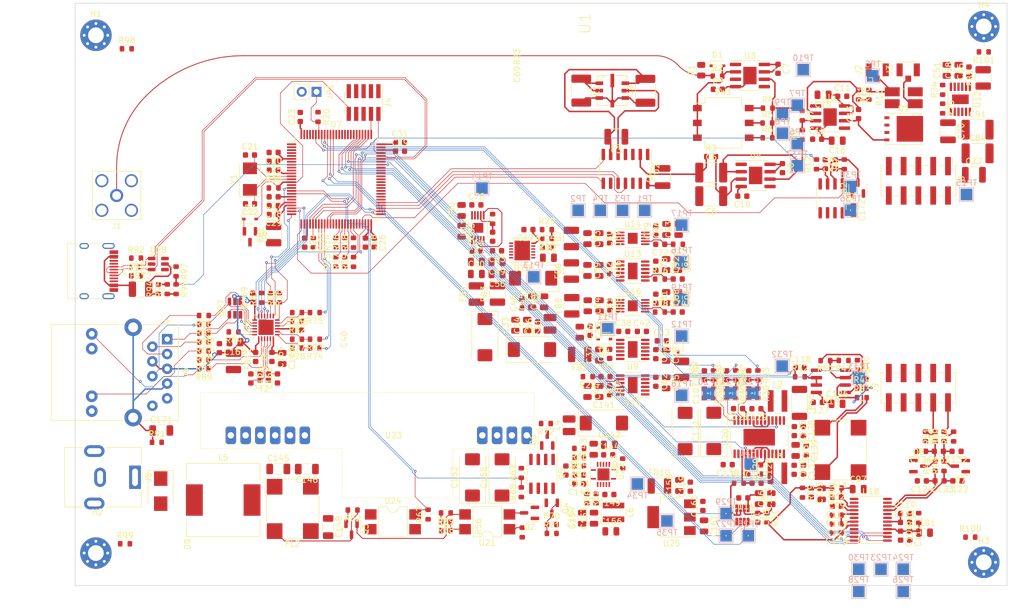
<source format=kicad_pcb>
(kicad_pcb (version 20211014) (generator pcbnew)
  (layers (0 "F.Cu" signal) (1 "In1.Cu" signal) (2 "In2.Cu" signal) (31 "B.Cu" signal) (34 "B.Paste" user) (35 "F.Paste" user) (36 "B.SilkS" user "B.Silkscreen") (37 "F.SilkS" user "F.Silkscreen") (38 "B.Mask" user) (39 "F.Mask" user) (44 "Edge.Cuts" user))
  (net 0 "")
  (net 1 "+5VA")
  (net 2 "GND")
  (net 3 "Net-(C2-Pad2)")
  (net 4 "Net-(C5-Pad1)")
  (net 5 "Net-(C5-Pad2)")
  (net 6 "Net-(C6-Pad1)")
  (net 7 "+9VA")
  (net 8 "-6V")
  (net 9 "+15V")
  (net 10 "Net-(C13-Pad1)")
  (net 11 "Net-(C13-Pad2)")
  (net 12 "/MCU/PD_MON")
  (net 13 "/driveStage/PD_C")
  (net 14 "Net-(C17-Pad2)")
  (net 15 "Net-(C18-Pad1)")
  (net 16 "Net-(C19-Pad1)")
  (net 17 "+3V3")
  (net 18 "Net-(C21-Pad2)")
  (net 19 "Net-(C22-Pad1)")
  (net 20 "/MCU/VREF")
  (net 21 "+12V")
  (net 22 "Net-(C37-Pad2)")
  (net 23 "Net-(C38-Pad1)")
  (net 24 "Net-(C38-Pad2)")
  (net 25 "Net-(C40-Pad1)")
  (net 26 "Net-(C42-Pad2)")
  (net 27 "Net-(C43-Pad2)")
  (net 28 "-9V")
  (net 29 "IN")
  (net 30 "Net-(C50-Pad1)")
  (net 31 "Net-(C51-Pad1)")
  (net 32 "Net-(C52-Pad1)")
  (net 33 "Net-(C53-Pad1)")
  (net 34 "Net-(C54-Pad1)")
  (net 35 "Net-(C55-Pad1)")
  (net 36 "Net-(C69-Pad1)")
  (net 37 "Net-(C70-Pad1)")
  (net 38 "Net-(C71-Pad1)")
  (net 39 "Net-(C72-Pad1)")
  (net 40 "Net-(C73-Pad1)")
  (net 41 "Net-(C74-Pad1)")
  (net 42 "+9V")
  (net 43 "+8V")
  (net 44 "+3.3VA")
  (net 45 "/thermostat/DAC_REF")
  (net 46 "/thermostat/ADC_REF")
  (net 47 "/thermostat/ADC_A3V3")
  (net 48 "/thermostat/ADC_D3V3")
  (net 49 "Net-(C102-Pad1)")
  (net 50 "Net-(C103-Pad1)")
  (net 51 "Net-(C104-Pad1)")
  (net 52 "/thermostat/MAXV")
  (net 53 "/thermostat/MAXIP")
  (net 54 "/thermostat/MAXIN")
  (net 55 "Net-(C110-Pad1)")
  (net 56 "Net-(C115-Pad1)")
  (net 57 "Net-(C117-Pad1)")
  (net 58 "/MCU/TEC_ISEN")
  (net 59 "Net-(C119-Pad1)")
  (net 60 "/MCU/TEC_VREF")
  (net 61 "Net-(C122-Pad2)")
  (net 62 "Net-(C123-Pad2)")
  (net 63 "Net-(C125-Pad1)")
  (net 64 "+5V")
  (net 65 "Net-(C132-Pad2)")
  (net 66 "Net-(C133-Pad2)")
  (net 67 "Net-(C135-Pad2)")
  (net 68 "Net-(C136-Pad2)")
  (net 69 "Net-(C141-Pad1)")
  (net 70 "Net-(C145-Pad1)")
  (net 71 "Net-(C145-Pad2)")
  (net 72 "Net-(C146-Pad1)")
  (net 73 "Net-(C147-Pad1)")
  (net 74 "Net-(C148-Pad1)")
  (net 75 "Net-(C149-Pad1)")
  (net 76 "Net-(C149-Pad2)")
  (net 77 "Net-(C150-Pad1)")
  (net 78 "Net-(C151-Pad1)")
  (net 79 "Net-(C152-Pad1)")
  (net 80 "Net-(C152-Pad2)")
  (net 81 "Net-(C158-Pad1)")
  (net 82 "Net-(C162-Pad2)")
  (net 83 "Net-(C163-Pad2)")
  (net 84 "Net-(C164-Pad1)")
  (net 85 "/Ehternet/AVDDT_PHY")
  (net 86 "/Ehternet/ETH_SHIELD")
  (net 87 "Net-(D1-Pad2)")
  (net 88 "/MCU/MCU_RSTn")
  (net 89 "/MCU/RST")
  (net 90 "Net-(FB12-Pad1)")
  (net 91 "Net-(FB12-Pad2)")
  (net 92 "/thermostat/TEC+")
  (net 93 "/thermostat/TEC-")
  (net 94 "Net-(J7-PadA7)")
  (net 95 "Net-(J7-PadA6)")
  (net 96 "/MCU/USB_DP")
  (net 97 "/MCU/USB_DN")
  (net 98 "Net-(J1-Pad1)")
  (net 99 "Net-(J2-Pad1)")
  (net 100 "/MCU/SWDIO")
  (net 101 "/MCU/SWCLK")
  (net 106 "Net-(J6-Pad1)")
  (net 107 "Net-(J6-Pad2)")
  (net 108 "Net-(J6-Pad3)")
  (net 109 "Net-(J6-Pad6)")
  (net 110 "/Ehternet/POE_VC-")
  (net 111 "/Ehternet/POE_VC+")
  (net 112 "Net-(J6-Pad11)")
  (net 113 "Net-(J6-Pad13)")
  (net 114 "Net-(J7-PadA5)")
  (net 116 "Net-(J7-PadB5)")
  (net 118 "/driveStage/LD-")
  (net 119 "/thermostat/NTC+")
  (net 120 "/thermostat/NTC-")
  (net 121 "Net-(JP1-Pad1)")
  (net 122 "Net-(L2-Pad1)")
  (net 123 "Net-(L3-Pad1)")
  (net 124 "Net-(Q1-Pad1)")
  (net 125 "Net-(Q2-Pad3)")
  (net 126 "Net-(Q3-Pad1)")
  (net 127 "Net-(Q4-Pad1)")
  (net 128 "Net-(Q5-Pad4)")
  (net 129 "Net-(Q6-Pad1)")
  (net 130 "Net-(R4-Pad1)")
  (net 131 "Net-(R4-Pad2)")
  (net 132 "Net-(R5-Pad1)")
  (net 133 "Net-(R6-Pad1)")
  (net 134 "Net-(R7-Pad2)")
  (net 135 "Net-(R10-Pad2)")
  (net 136 "/MCU/PD_BIAS")
  (net 137 "Net-(R14-Pad2)")
  (net 138 "Net-(R15-Pad2)")
  (net 139 "Net-(R16-Pad2)")
  (net 140 "Net-(R17-Pad2)")
  (net 141 "Net-(R18-Pad2)")
  (net 142 "Net-(R19-Pad2)")
  (net 143 "Net-(R24-Pad2)")
  (net 144 "Net-(R29-Pad2)")
  (net 145 "Net-(R30-Pad2)")
  (net 146 "/MCU/PWM_MAXV")
  (net 147 "/MCU/PWM_MAXIP")
  (net 148 "/MCU/PWM_MAXIN")
  (net 149 "Net-(R41-Pad1)")
  (net 150 "Net-(R42-Pad2)")
  (net 151 "Net-(R45-Pad1)")
  (net 152 "Net-(R46-Pad2)")
  (net 153 "/MCU/TEC_VSEN")
  (net 154 "Net-(R48-Pad2)")
  (net 155 "Net-(R56-Pad2)")
  (net 156 "Net-(R57-Pad2)")
  (net 157 "Net-(R60-Pad2)")
  (net 158 "Net-(R63-Pad1)")
  (net 159 "Net-(R65-Pad1)")
  (net 160 "/MCU/AT_EVENT")
  (net 161 "/MCU/POE_PWR_SRC")
  (net 162 "/Ehternet/RMII_RXD0")
  (net 163 "Net-(R73-Pad2)")
  (net 164 "/Ehternet/RMII_RXD1")
  (net 165 "Net-(R74-Pad2)")
  (net 166 "/Ehternet/RMII_CRS_DV")
  (net 167 "Net-(R75-Pad2)")
  (net 168 "/Ehternet/RMII_REF_CLK")
  (net 169 "Net-(R76-Pad2)")
  (net 170 "/Ehternet/RMII_MDIO")
  (net 171 "Net-(R82-Pad2)")
  (net 172 "/Ehternet/ETH_LED_1")
  (net 173 "Net-(R84-Pad1)")
  (net 174 "/Ehternet/PHY_TD_P")
  (net 175 "/Ehternet/PHY_TD_N")
  (net 176 "/Ehternet/PHY_RD_P")
  (net 177 "/Ehternet/PHY_RD_N")
  (net 178 "/Ehternet/ETH_LED_2")
  (net 179 "Net-(R94-Pad2)")
  (net 180 "Net-(R95-Pad1)")
  (net 181 "/MCU/USB_VBUS")
  (net 182 "/MCU/LDAC_LOAD")
  (net 183 "/MCU/LDAC_CLK")
  (net 184 "/MCU/LDAC_MOSI")
  (net 185 "/MCU/LDAC_CS")
  (net 186 "/MCU/TADC_SYNC")
  (net 187 "/MCU/TADC_MISO")
  (net 188 "/MCU/TDAC_MOSI")
  (net 189 "/MCU/TADC_CLK")
  (net 190 "/MCU/TDAC_CLK")
  (net 191 "/MCU/TADC_CS")
  (net 192 "/MCU/TDAC_SYNC")
  (net 193 "/MCU/TADC_MOSI")
  (net 194 "Net-(U1-Pad6)")
  (net 208 "/Ehternet/RMII_MDC")
  (net 209 "/Ehternet/PHY_NRST")
  (net 210 "/MCU/TEC_SHDN")
  (net 215 "/Ehternet/RMII_TX_EN")
  (net 216 "/Ehternet/RMII_TXD0")
  (net 217 "/Ehternet/RMII_TXD1")
  (net 258 "Net-(U19-Pad5)")
  (net 260 "Net-(U23-Pad3)")
  (net 267 "Net-(C35-Pad1)")
  (net 268 "Net-(J3-Pad1)")
  (net 269 "Net-(H1-Pad1)")
  (net 270 "Net-(H2-Pad1)")
  (net 271 "Net-(H3-Pad1)")
  (net 272 "Net-(H4-Pad1)")
  (footprint "Connector_RJ:RJ45_Abracon_ARJP11A-MA_Horizontal" (layer "F.Cu") (at 15.7964 57.6926 -90)
    (fp_text reference "J6")
    (fp_text value "RJ45_Abracon_ARJP11A-MASA-B-A-EMU2")
  )
  (footprint "Resistor_SMD:R_0603_1608Metric" (layer "F.Cu") (at 38.1008 53.117 180)
    (fp_text reference "R79")
    (fp_text value "10k")
  )
  (footprint "Resistor_SMD:R_0603_1608Metric" (layer "F.Cu") (at 63.6448 87.521 180)
    (fp_text reference "R59")
    (fp_text value "82k")
  )
  (footprint "Resistor_SMD:R_0603_1608Metric" (layer "F.Cu") (at 81.816 89.515)
    (fp_text reference "R70")
    (fp_text value "33k2")
  )
  (footprint "Capacitor_SMD:C_0603_1608Metric" (layer "F.Cu") (at 38.1008 56.165)
    (fp_text reference "C166")
    (fp_text value "100n")
  )
  (footprint "Capacitor_SMD:C_0603_1608Metric" (layer "F.Cu") (at 148.4148 82.022 180)
    (fp_text reference "C123")
    (fp_text value "100n")
  )
  (footprint "Package_TO_SOT_SMD:SOT-23" (layer "F.Cu") (at 81.054 75.0116 90)
    (fp_text reference "Q6")
    (fp_text value "BC857")
  )
  (footprint "Capacitor_SMD:C_0805_2012Metric" (layer "F.Cu") (at 107.978 89.7436 -90)
    (fp_text reference "C161")
    (fp_text value "10u")
  )
  (footprint "Inductor_SMD:L_1210_3225Metric" (layer "F.Cu") (at 34.077 39.728 90)
    (fp_text reference "FB1")
    (fp_text value "1K@100MHz")
  )
  (footprint "Capacitor_SMD:C_0603_1608Metric" (layer "F.Cu") (at 111.8388 63.8864 90)
    (fp_text reference "C103")
    (fp_text value "100n")
  )
  (footprint "Capacitor_SMD:C_0603_1608Metric" (layer "F.Cu") (at 68.8848 42.5348)
    (fp_text reference "C64")
    (fp_text value "100n")
  )
  (footprint "Package_QFP:LQFP-100_14x14mm_P0.5mm" (layer "F.Cu") (at 44.831 30.226)
    (fp_text reference "U7")
    (fp_text value "STM32F407VGTx")
  )
  (footprint "Capacitor_SMD:C_0603_1608Metric" (layer "F.Cu") (at 115.6488 63.8864 90)
    (fp_text reference "C104")
    (fp_text value "100n")
  )
  (footprint "Resistor_SMD:R_0603_1608Metric" (layer "F.Cu") (at 38.1008 54.641 180)
    (fp_text reference "R82")
    (fp_text value "10k")
  )
  (footprint "Capacitor_SMD:C_0603_1608Metric" (layer "F.Cu") (at 108.0288 66.9852 90)
    (fp_text reference "C107")
    (fp_text value "100n")
  )
  (footprint "Capacitor_SMD:C_0805_2012Metric" (layer "F.Cu") (at 86.6394 56.4874 -90)
    (fp_text reference "C39")
    (fp_text value "10u")
  )
  (footprint "Resistor_SMD:R_0603_1608Metric" (layer "F.Cu") (at 118.773 88.372 -90)
    (fp_text reference "R31")
    (fp_text value "33")
  )
  (footprint "Resistor_SMD:R_0603_1608Metric" (layer "F.Cu") (at 41.1488 53.117 180)
    (fp_text reference "R75")
    (fp_text value "33")
  )
  (footprint "Resistor_SMD:R_0603_1608Metric" (layer "F.Cu") (at 144.8334 88.385 90)
    (fp_text reference "R40")
    (fp_text value "33")
  )
  (footprint "Resistor_SMD:R_0603_1608Metric" (layer "F.Cu") (at 113.4136 63.8864 -90)
    (fp_text reference "R34")
    (fp_text value "10k")
  )
  (footprint "Resistor_SMD:R_0603_1608Metric" (layer "F.Cu") (at 156.0094 8.362 180)
    (fp_text reference "R101")
    (fp_text value "0")
  )
  (footprint "Capacitor_SMD:C_0603_1608Metric" (layer "F.Cu") (at 91.7702 60.211 90)
    (fp_text reference "C41")
    (fp_text value "100n")
  )
  (footprint "Diode_SMD:D_SMB" (layer "F.Cu") (at 14.6854 83.7746 -90)
    (fp_text reference "D9")
    (fp_text value "SMBJ13A-13-F")
  )
  (footprint "Capacitor_SMD:C_0603_1608Metric" (layer "F.Cu") (at 68.8848 34.6354)
    (fp_text reference "C76")
    (fp_text value "100n")
  )
  (footprint "Inductor_SMD:L_Wuerth_WE-PD-Typ-LS" (layer "F.Cu") (at 25.4168 85.307)
    (fp_text reference "L5")
    (fp_text value "10u")
  )
  (footprint "Capacitor_SMD:C_0805_2012Metric" (layer "F.Cu") (at 72.4332 46.5043 180)
    (fp_text reference "C56")
    (fp_text value "10u")
  )
  (footprint "Package_SO:SOIC-8-1EP_3.9x4.9mm_P1.27mm_EP2.29x3mm" (layer "F.Cu") (at 115.852 12.426)
    (fp_text reference "U3")
    (fp_text value "ADA4898-1YRDZ")
  )
  (footprint "Capacitor_SMD:C_0805_2012Metric" (layer "F.Cu") (at 89.0296 76.5864 90)
    (fp_text reference "C143")
    (fp_text value "10u")
  )
  (footprint "Package_TO_SOT_SMD:SOT-23-6" (layer "F.Cu") (at 27.4328 52.355 90)
    (fp_text reference "U27")
    (fp_text value "USBLC6-4SC6")
  )
  (footprint "Resistor_SMD:R_0603_1608Metric" (layer "F.Cu") (at 47.793 41.122 90)
    (fp_text reference "R18")
    (fp_text value "10k")
  )
  (footprint "Capacitor_SMD:C_1812_4532Metric" (layer "F.Cu") (at 154.94 25.781)
    (fp_text reference "C84")
    (fp_text value "10u PP")
  )
  (footprint "Resistor_SMD:R_0603_1608Metric" (layer "F.Cu") (at 109.6036 63.8864 -90)
    (fp_text reference "R33")
    (fp_text value "10k")
  )
  (footprint "Resistor_SMD:R_0603_1608Metric" (layer "F.Cu") (at 100.4062 47.3586)
    (fp_text reference "R26")
    (fp_text value "51k")
  )
  (footprint "Capacitor_SMD:C_0603_1608Metric" (layer "F.Cu") (at 130.7618 89.4264 180)
    (fp_text reference "C121")
    (fp_text value "1u")
  )
  (footprint "Capacitor_SMD:C_0603_1608Metric" (layer "F.Cu") (at 91.7702 45.6444 -90)
    (fp_text reference "C66")
    (fp_text value "100n")
  )
  (footprint "Capacitor_SMD:C_0603_1608Metric" (layer "F.Cu") (at 117.186 88.3466 -90)
    (fp_text reference "C98")
    (fp_text value "100n")
  )
  (footprint "Capacitor_SMD:C_0603_1608Metric" (layer "F.Cu") (at 100.457 41.3896 180)
    (fp_text reference "C72")
    (fp_text value "100n")
  )
  (footprint "Capacitor_SMD:C_0805_2012Metric" (layer "F.Cu") (at 151.684 11.524 90)
    (fp_text reference "C58")
    (fp_text value "10u")
  )
  (footprint "Resistor_SMD:R_0603_1608Metric" (layer "F.Cu") (at 17.3254 46.0556 -90)
    (fp_text reference "R97")
    (fp_text value "10k")
  )
  (footprint "Resistor_SMD:R_0603_1608Metric" (layer "F.Cu") (at 117.2236 66.9852 -90)
    (fp_text reference "R38")
    (fp_text value "10k")
  )
  (footprint "Resistor_SMD:R_0603_1608Metric" (layer "F.Cu") (at 81.0006 38.875)
    (fp_text reference "R29")
    (fp_text value "33k2")
  )
  (footprint "Capacitor_SMD:C_0603_1608Metric" (layer "F.Cu") (at 94.107 56.3502)
    (fp_text reference "C38")
    (fp_text value "1u")
  )
  (footprint "Connector_Coaxial:SMA_Amphenol_132203-12_Horizontal" (layer "F.Cu") (at 7.1176 33.02 90)
    (fp_text reference "J1")
    (fp_text value "MOD_IN")
  )
  (footprint "Inductor_SMD:L_1210_3225Metric" (layer "F.Cu") (at 72.4916 49.924 90)
    (fp_text reference "FB3")
    (fp_text value "1K@100MHz")
  )
  (footprint "Resistor_SMD:R_0603_1608Metric" (layer "F.Cu") (at 89.436 85.07 90)
    (fp_text reference "R60")
    (fp_text value "82k")
  )
  (footprint "Capacitor_SMD:C_0805_2012Metric" (layer "F.Cu") (at 101.473 60.465 -90)
    (fp_text reference "C48")
    (fp_text value "10u")
  )
  (footprint "Connector_USB:USB_C_Receptacle_HRO_TYPE-C-31-M-12" (layer "F.Cu") (at 2.5934 45.9926 -90)
    (fp_text reference "J7")
    (fp_text value "USB_C_Receptacle_USB2.0")
  )
  (footprint "Inductor_SMD:L_1210_3225Metric" (layer "F.Cu") (at 85.1916 40.399 90)
    (fp_text reference "FB7")
    (fp_text value "1K@100MHz")
  )
  (footprint "Capacitor_SMD:C_0805_2012Metric" (layer "F.Cu") (at 101.473 50.5336 -90)
    (fp_text reference "C88")
    (fp_text value "10u")
  )
  (footprint "Capacitor_SMD:C_0603_1608Metric" (layer "F.Cu") (at 100.711 57.9758)
    (fp_text reference "C43")
    (fp_text value "1u")
  )
  (footprint "Capacitor_SMD:C_0805_2012Metric" (layer "F.Cu") (at 89.9922 66.6626 -90)
    (fp_text reference "C87")
    (fp_text value "10u")
  )
  (footprint "Capacitor_SMD:C_0603_1608Metric" (layer "F.Cu") (at 91.5188 77.5516)
    (fp_text reference "C144")
    (fp_text value "100n")
  )
  (footprint "Resistor_SMD:R_0603_1608Metric" (layer "F.Cu") (at 81.0006 40.399 180)
    (fp_text reference "R30")
    (fp_text value "150k")
  )
  (footprint "Capacitor_SMD:C_0603_1608Metric" (layer "F.Cu") (at 133.632 35.54 -90)
    (fp_text reference "C172")
    (fp_text value "100n")
  )
  (footprint "Package_SO:MSOP-12-1EP_3x4mm_P0.65mm_EP1.65x2.85mm" (layer "F.Cu") (at 95.7326 45.987)
    (fp_text reference "U13")
    (fp_text value "LT3045xMSE")
  )
  (footprint "Capacitor_SMD:C_0603_1608Metric" (layer "F.Cu") (at 99.695 60.2618 -90)
    (fp_text reference "C47")
    (fp_text value "100n")
  )
  (footprint "Resistor_SMD:R_0603_1608Metric" (layer "F.Cu") (at 32.0048 50.577 90)
    (fp_text reference "R81")
    (fp_text value "10k")
  )
  (footprint "Capacitor_SMD:C_0805_2012Metric" (layer "F.Cu") (at 101.5238 38.8496 90)
    (fp_text reference "C86")
    (fp_text value "10u")
  )
  (footprint "MountingHole:MountingHole_2.7mm_M2.5_Pad_Via" (layer "F.Cu") (at 156 4)
    (fp_text reference "H4")
    (fp_text value "MountingHole_Pad")
  )
  (footprint "Connector_PinHeader_1.27mm:PinHeader_2x05_P1.27mm_Vertical_SMD" (layer "F.Cu") (at 49.5202 17.0552 -90)
    (fp_text reference "J4")
    (fp_text value "Conn_02x05_Odd_Even")
  )
  (footprint "Package_TO_SOT_SMD:SOT-223-3_TabPin2" (layer "F.Cu") (at 102.39 88.245 180)
    (fp_text reference "U25")
    (fp_text value "AMS1117-3.3")
  )
  (footprint "Capacitor_SMD:C_0805_2012Metric" (layer "F.Cu") (at 89.9922 45.8854 -90)
    (fp_text reference "C52")
    (fp_text value "10u")
  )
  (footprint "Resistor_SMD:R_0603_1608Metric" (layer "F.Cu") (at 117.2236 63.8864 -90)
    (fp_text reference "R35")
    (fp_text value "10k")
  )
  (footprint "Resistor_SMD:R_0603_1608Metric" (layer "F.Cu") (at 118.872 23.114)
    (fp_text reference "R6")
    (fp_text value "100")
  )
  (footprint "Resistor_SMD:R_0603_1608Metric" (layer "F.Cu") (at 88.011 64.1226 180)
    (fp_text reference "R22")
    (fp_text value "60k4")
  )
  (footprint "Capacitor_SMD:C_0603_1608Metric" (layer "F.Cu") (at 55.7784 25.4)
    (fp_text reference "C19")
    (fp_text value "2u2")
  )
  (footprint "Resistor_SMD:R_0603_1608Metric" (layer "F.Cu") (at 22.0988 61.245 180)
    (fp_text reference "R83")
    (fp_text value "10k")
  )
  (footprint "Capacitor_SMD:C_0603_1608Metric" (layer "F.Cu") (at 112.042 79.228 180)
    (fp_text reference "C130")
    (fp_text value "1u")
  )
  (footprint "Capacitor_SMD:C_0805_2012Metric" (layer "F.Cu") (at 128.171 84.2448 -90)
    (fp_text reference "C100")
    (fp_text value "10u")
  )
  (footprint "Package_SO:MSOP-12-1EP_3x4mm_P0.65mm_EP1.65x2.85mm" (layer "F.Cu") (at 95.7326 65.545 180)
    (fp_text reference "U15")
    (fp_text value "LT3094xMSE")
  )
  (footprint "Inductor_SMD:L_1008_2520Metric" (layer "F.Cu") (at 81.5314 55.0494 90)
    (fp_text reference "L1")
    (fp_text value "1u")
  )
  (footprint "Resistor_SMD:R_0603_1608Metric" (layer "F.Cu") (at 8.8672 7.8286)
    (fp_text reference "R98")
    (fp_text value "0")
  )
  (footprint "Package_SO:MSOP-12-1EP_3x4mm_P0.65mm_EP1.65x2.85mm" (layer "F.Cu") (at 95.7326 59.449 180)
    (fp_text reference "U9")
    (fp_text value "LTC3261")
  )
  (footprint "Crystal:Crystal_SMD_2016-4Pin_2.0x1.6mm" (layer "F.Cu") (at 32.45 64.177 180)
    (fp_text reference "Y2")
    (fp_text value "25MHz")
  )
  (footprint "Resistor_SMD:R_0603_1608Metric" (layer "F.Cu") (at 124.841 19.304 -90)
    (fp_text reference "R7")
    (fp_text value "100")
  )
  (footprint "Capacitor_SMD:C_0603_1608Metric" (layer "F.Cu") (at 34.077 36.296 180)
    (fp_text reference "C29")
    (fp_text value "2u2")
  )
  (footprint "Capacitor_SMD:C_0603_1608Metric" (layer "F.Cu") (at 91.7702 66.4594 -90)
    (fp_text reference "C80")
    (fp_text value "100n")
  )
  (footprint "Capacitor_SMD:C_1206_3216Metric" (layer "F.Cu") (at 39.7764 79.9846 180)
    (fp_text reference "C146")
    (fp_text value "4n7")
  )
  (footprint "Inductor_SMD:L_Wuerth_MAPI-4020" (layer "F.Cu") (at 92.4332 87.4322 -90)
    (fp_text reference "L6")
    (fp_text value "3u3")
  )
  (footprint "Resistor_SMD:R_0603_1608Metric" (layer "F.Cu") (at 136.284 15.728 90)
    (fp_text reference "R11")
    (fp_text value "0")
  )
  (footprint "Capacitor_SMD:C_0805_2012Metric" (layer "F.Cu") (at 103.505 44.8694 -90)
    (fp_text reference "C85")
    (fp_text value "10u")
  )
  (footprint "Capacitor_SMD:C_0805_2012Metric" (layer "F.Cu") (at 91.722 75.8244)
    (fp_text reference "C142")
    (fp_text value "10u")
  )
  (footprint "Package_SO:SOIC-14_3.9x8.7mm_P1.27mm" (layer "F.Cu") (at 94.488 28.448 -90)
    (fp_text reference "U2")
    (fp_text value "MAX5719xSD")
  )
  (footprint "Capacitor_SMD:C_0603_1608Metric" (layer "F.Cu") (at 116.9696 69.6388 180)
    (fp_text reference "C129")
    (fp_text value "1u")
  )
  (footprint "Resistor_SMD:R_0603_1608Metric" (layer "F.Cu") (at 110.2868 12.5222)
    (fp_text reference "R2")
    (fp_text value "100")
  )
  (footprint "Capacitor_SMD:C_0603_1608Metric" (layer "F.Cu") (at 99.695 45.0726 -90)
    (fp_text reference "C78")
    (fp_text value "100n")
  )
  (footprint "Connector_Coaxial:U.FL_Hirose_U.FL-R-SMT-1_Vertical" (layer "F.Cu") (at 137.696 11.918 90)
    (fp_text reference "J2")
    (fp_text value "DNP")
  )
  (footprint "Capacitor_SMD:C_0603_1608Metric" (layer "F.Cu") (at 114.5454 33.127 180)
    (fp_text reference "C10")
    (fp_text value "100n")
  )
  (footprint "Inductor_SMD:L_CommonModeChoke_Wuerth_WE-SL5" (layer "F.Cu") (at 131.3968 76.7)
    (fp_text reference "FL1")
    (fp_text value "WE-SL5")
  )
  (footprint "Resistor_SMD:R_0603_1608Metric" (layer "F.Cu") (at 153.698 91.674)
    (fp_text reference "R100")
    (fp_text value "0")
  )
  (footprint "Resistor_SMD:R_0603_1608Metric" (layer "F.Cu") (at 22.0988 59.721 180)
    (fp_text reference "R90")
    (fp_text value "220")
  )
  (footprint "Capacitor_SMD:C_0603_1608Metric" (layer "F.Cu") (at 71.6788 40.0964 -90)
    (fp_text reference "C69")
    (fp_text value "100n")
  )
  (footprint "Inductor_SMD:L_1210_3225Metric" (layer "F.Cu") (at 100.3072 82.8856)
    (fp_text reference "FB10")
    (fp_text value "1K@100MHz")
  )
  (footprint "Diode_SMD:D_SOD-323" (layer "F.Cu") (at 110.2868 10.7442)
    (fp_text reference "D1")
    (fp_text value "AQ4020-01FTG-C")
  )
  (footprint "Resistor_SMD:R_0603_1608Metric" (layer "F.Cu") (at 41.697 19.532 -90)
    (fp_text reference "R20")
    (fp_text value "10k")
  )
  (footprint "Connector_BarrelJack:BarrelJack_CUI_PJ-063AH_Horizontal" (layer "F.Cu") (at 10.2794 81.4026 -90)
    (fp_text reference "J5")
    (fp_text value "Barrel_Jack")
  )
  (footprint "Resistor_SMD:R_0603_1608Metric" (layer "F.Cu") (at 146.0018 74.402 -90)
    (fp_text reference "R55")
    (fp_text value "5k11 5ppm")
  )
  (footprint "Resistor_SMD:R_0603_1608Metric" (layer "F.Cu") (at 86.5404 79.482 180)
    (fp_text reference "R64")
    (fp_text value "4k12")
  )
  (footprint "Resistor_SMD:R_0603_1608Metric" (layer "F.Cu") (at 148.9408 14.8768 90)
    (fp_text reference "R24")
    (fp_text value "470")
  )
  (footprint "Capacitor_SMD:C_0603_1608Metric" (layer "F.Cu") (at 120.678 11.2576 -90)
    (fp_text reference "C7")
    (fp_text value "100n")
  )
  (footprint "Capacitor_Tantalum_SMD:CP_EIA-7343-15_Kemet-W" (layer "F.Cu") (at 78.6308 47.2155 180)
    (fp_text reference "C89")
    (fp_text value "220u")
  )
  (footprint "Capacitor_SMD:C_0603_1608Metric" (layer "F.Cu") (at 125.5294 76.7886 -90)
    (fp_text reference "C139")
    (fp_text value "100n")
  )
  (footprint "Capacitor_SMD:C_0603_1608Metric" (layer "F.Cu") (at 151.3358 76.942 180)
    (fp_text reference "C132")
    (fp_text value "10n")
  )
  (footprint "Capacitor_SMD:C_1206_3216Metric" (layer "F.Cu") (at 34.8768 79.973)
    (fp_text reference "C145")
    (fp_text value "4n7")
  )
  (footprint "Capacitor_SMD:C_0603_1608Metric" (layer "F.Cu") (at 91.059 64.1226)
    (fp_text reference "C73")
    (fp_text value "100n")
  )
  (footprint "Package_SO:TSSOP-24_4.4x7.8mm_P0.65mm" (layer "F.Cu") (at 136.6038 88.6898)
    (fp_text reference "U18")
    (fp_text value "AD7172-2")
  )
  (footprint "Capacitor_SMD:C_0603_1608Metric" (layer "F.Cu") (at 148.2878 76.942 180)
    (fp_text reference "C133")
    (fp_text value "100n")
  )
  (footprint "Resistor_SMD:R_0603_1608Metric" (layer "F.Cu") (at 38.1008 57.689 180)
    (fp_text reference "R77")
    (fp_text value "10k")
  )
  (footprint "Inductor_SMD:L_CommonModeChoke_Coilcraft_0603USB" (layer "F.Cu") (at 10.2134 45.2936 90)
    (fp_text reference "FL3")
    (fp_text value "Filter_EMI_LL_1423")
  )
  (footprint "Inductor_SMD:L_1210_3225Metric" (layer "F.Cu") (at 68.8848 49.9364 90)
    (fp_text reference "FB4")
    (fp_text value "1K@100MHz")
  )
  (footprint "Resistor_SMD:R_0603_1608Metric" (layer "F.Cu") (at 134.3178 62.1084 -90)
    (fp_text reference "R46")
    (fp_text value "10k")
  )
  (footprint "Resistor_SMD:R_0603_1608Metric" (layer "F.Cu") (at 33.5288 50.577 -90)
    (fp_text reference "R76")
    (fp_text value "33")
  )
  (footprint "Capacitor_SMD:C_0603_1608Metric" (layer "F.Cu") (at 124.4372 62.5656)
    (fp_text reference "C118")
    (fp_text value "100n")
  )
  (footprint "Resistor_SMD:R_0603_1608Metric" (layer "F.Cu") (at 22.0988 53.625 180)
    (fp_text reference "R86")
    (fp_text value "33")
  )
  (footprint "Capacitor_SMD:C_1210_3225Metric" (layer "F.Cu") (at 154.305 29.464)
    (fp_text reference "C77")
    (fp_text value "100n PPS")
  )
  (footprint "Inductor_SMD:L_1210_3225Metric" (layer "F.Cu") (at 104.1146 62.878 -90)
    (fp_text reference "FB9")
    (fp_text value "1K@100MHz")
  )
  (footprint "Package_TO_SOT_SMD:SOT-23" (layer "F.Cu") (at 30.013 40.106 -90)
    (fp_text reference "U8")
    (fp_text value "STM809SWX6F")
  )
  (footprint "Capacitor_SMD:C_0805_2012Metric" (layer "F.Cu") (at 88.011 51.956 -90)
    (fp_text reference "C54")
    (fp_text value "10u")
  )
  (footprint "Connector_PinHeader_2.54mm:PinHeader_2x05_P2.54mm_Vertical_SMD" (layer "F.Cu") (at 144.78 30.495 -90)
    (fp_text reference "J8")
    (fp_text value "Conn_02x05_Odd_Even")
  )
  (footprint "Capacitor_SMD:C_0603_1608Metric" (layer "F.Cu") (at 115.6488 66.9852 90)
    (fp_text reference "C109")
    (fp_text value "100n")
  )
  (footprint "Capacitor_SMD:C_0603_1608Metric" (layer "F.Cu") (at 91.821 51.956 -90)
    (fp_text reference "C68")
    (fp_text value "100n")
  )
  (footprint "Package_DIP:SMDIP-4_W7.62mm" (layer "F.Cu") (at 54.5548 89.045)
    (fp_text reference "U24")
    (fp_text value "ACPL-217-500E")
  )
  (footprint "Resistor_SMD:R_0603_1608Metric" (layer "F.Cu") (at 46.269 41.122 90)
    (fp_text reference "R16")
    (fp_text value "10k")
  )
  (footprint "Capacitor_SMD:C_0603_1608Metric" (layer "F.Cu") (at 103.4542 47.3586)
    (fp_text reference "C71")
    (fp_text value "100n")
  )
  (footprint "Capacitor_SMD:C_0603_1608Metric" (layer "F.Cu") (at 97.3074 56.3502)
    (fp_text reference "C42")
    (fp_text value "1u")
  )
  (footprint "Capacitor_SMD:C_0603_1608Metric" (layer "F.Cu") (at 153.462 11.7272 90)
    (fp_text reference "C65")
    (fp_text value "100n")
  )
  (footprint "Diode_SMD:D_SOD-323" (layer "F.Cu") (at 30.013 37.058)
    (fp_text reference "D3")
    (fp_text value "B5819")
  )
  (footprint "Package_SO:SOIC-8-1EP_3.9x4.9mm_P1.27mm_EP2.29x3mm" (layer "F.Cu") (at 129.618 19.55)
    (fp_text reference "U6")
    (fp_text value "ADA4898-1YRDZ")
  )
  (footprint "Capacitor_SMD:C_0805_2012Metric" (layer "F.Cu") (at 87.9602 40.4244 -90)
    (fp_text reference "C53")
    (fp_text value "10u")
  )
  (footprint "Capacitor_SMD:C_0805_2012Metric" (layer "F.Cu") (at 27.4328 58.197 180)
    (fp_text reference "C168")
    (fp_text value "10u")
  )
  (footprint "Resistor_SMD:R_0603_1608Metric" (layer "F.Cu") (at 132.0546 27.666 90)
    (fp_text reference "R9")
    (fp_text value "1k")
  )
  (footprint "Capacitor_SMD:C_0805_2012Metric" (layer "F.Cu") (at 68.8848 46.4972)
    (fp_text reference "C50")
    (fp_text value "10u")
  )
  (footprint "Capacitor_SMD:C_0603_1608Metric" (layer "F.Cu") (at 34.077 34.772 180)
    (fp_text reference "C28")
    (fp_text value "100n")
  )
  (footprint "Capacitor_SMD:C_0603_1608Metric" (layer "F.Cu") (at 127.394 23.348)
    (fp_text reference "C12")
    (fp_text value "100n")
  )
  (footprint "Capacitor_SMD:C_0603_1608Metric" (layer "F.Cu") (at 34.077 28.676 180)
    (fp_text reference "C30")
    (fp_text value "100n")
  )
  (footprint "Resistor_SMD:R_2010_5025Metric" (layer "F.Cu") (at 124.361 68.624 90)
    (fp_text reference "R45")
    (fp_text value "50m")
  )
  (footprint "Resistor_SMD:R_0603_1608Metric" (layer "F.Cu") (at 14.2774 49.1036 90)
    (fp_text reference "R94")
    (fp_text value "5k1")
  )
  (footprint "Resistor_SMD:R_0603_1608Metric" (layer "F.Cu") (at 87.8612 85.07 -90)
    (fp_text reference "R61")
    (fp_text value "33k2")
  )
  (footprint "Resistor_SMD:R_0603_1608Metric" (layer "F.Cu") (at 76.5988 80.663 90)
    (fp_text reference "R69")
    (fp_text value "10k")
  )
  (footprint "Package_SO:SOIC-8_3.9x4.9mm_P1.27mm" (layer "F.Cu") (at 129.7458 64.929 180)
    (fp_text reference "U19")
    (fp_text value "RS8552")
  )
  (footprint "Resistor_SMD:R_0603_1608Metric" (layer "F.Cu") (at 109.6036 66.9852 -90)
    (fp_text reference "R36")
    (fp_text value "10k")
  )
  (footprint "Capacitor_Tantalum_SMD:CP_EIA-7343-15_Kemet-W" (layer "F.Cu") (at 68.2168 81.425 90)
    (fp_text reference "C152")
    (fp_text value "220u")
  )
  (footprint "Resistor_SMD:R_Shunt_Ohmite_LVK20" (layer "F.Cu") (at 142.268 16.236 90)
    (fp_text reference "R13")
    (fp_text value "10")
  )
  (footprint "Capacitor_SMD:C_1812_4532Metric" (layer "F.Cu") (at 97.917 15.0368 90)
    (fp_text reference "C2")
    (fp_text value "10u PP")
  )
  (footprint "Resistor_SMD:R_0603_1608Metric" (layer "F.Cu") (at 134.506 15.728 -90)
    (fp_text reference "R10")
    (fp_text value "100")
  )
  (footprint "Resistor_SMD:R_0603_1608Metric" (layer "F.Cu") (at 22.0988 55.149 180)
    (fp_text reference "R85")
    (fp_text value "33")
  )
  (footprint "Capacitor_SMD:C_0603_1608Metric" (layer "F.Cu") (at 88.4174 56.2486 -90)
    (fp_text reference "C35")
    (fp_text value "100n")
  )
  (footprint "Resistor_SMD:R_0603_1608Metric" (layer "F.Cu") (at 94.008 79.0248 90)
    (fp_text reference "R63")
    (fp_text value "82k")
  )
  (footprint "Capacitor_SMD:C_0603_1608Metric" (layer "F.Cu") (at 77.8256 38.875 180)
    (fp_text reference "C173")
    (fp_text value "100n")
  )
  (footprint "Resistor_SMD:R_0603_1608Metric" (layer "F.Cu") (at 149.1768 79.482 90)
    (fp_text reference "R43")
    (fp_text value "51")
  )
  (footprint "Capacitor_SMD:C_0603_1608Metric" (layer "F.Cu") (at 130.7618 90.9504 180)
    (fp_text reference "C116")
    (fp_text value "100n")
  )
  (footprint "Capacitor_Tantalum_SMD:CP_EIA-7343-15_Kemet-W" (layer "F.Cu") (at 90.781 72.0894)
    (fp_text reference "C141")
    (fp_text value "220u")
  )
  (footprint "Resistor_SMD:R_0603_1608Metric" (layer "F.Cu") (at 80.8254 72.1668 180)
    (fp_text reference "R72")
    (fp_text value "82k")
  )
  (footprint "Resistor_SMD:R_0603_1608Metric" (layer "F.Cu") (at 130.7618 83.2542 180)
    (fp_text reference "R32")
    (fp_text value "33")
  )
  (footprint "Resistor_SMD:R_0603_1608Metric" (layer "F.Cu") (at 135.0666 67.7218)
    (fp_text reference "R53")
    (fp_text value "20k")
  )
  (footprint "Capacitor_SMD:C_0603_1608Metric" (layer "F.Cu") (at 142.4712 89.1476)
    (fp_text reference "C111")
    (fp_text value "100n")
  )
  (footprint "Inductor_SMD:L_CommonModeChoke_Wuerth_WE-SL5" (layer "F.Cu") (at 37.3548 86.831)
    (fp_text reference "FL2")
    (fp_text value "2x1m")
  )
  (footprint "Capacitor_SMD:C_0603_1608Metric" (layer "F.Cu") (at 79.3978 55.4936 90)
    (fp_text reference "C36")
    (fp_text value "100n")
  )
  (footprint "MountingHole:MountingHole_2.7mm_M2.5_Pad_Via" (layer "F.Cu") (at 156 96)
    (fp_text reference "H3")
    (fp_text value "MountingHole_Pad")
  )
  (footprint "Resistor_SMD:R_0603_1608Metric" (layer "F.Cu") (at 41.1488 59.213 180)
    (fp_text reference "R74")
    (fp_text value "33")
  )
  (footprint "Package_DFN_QFN:QFN-24-1EP_4x4mm_P0.5mm_EP2.6x2.6mm" (layer "F.Cu") (at 32.7668 55.657 90)
    (fp_text reference "U26")
    (fp_text value "LAN8742A")
  )
  (footprint "Capacitor_SMD:C_0805_2012Metric" (layer "F.Cu") (at 68.8848 44.4144)
    (fp_text reference "C57")
    (fp_text value "10u")
  )
  (footprint "Resistor_SMD:R_0603_1608Metric" (layer "F.Cu") (at 63.6448 89.045 180)
    (fp_text reference "R58")
    (fp_text value "20k")
  )
  (footprint "Capacitor_SMD:C_0603_1608Metric" (layer "F.Cu") (at 81.0006 41.9323)
    (fp_text reference "C75")
    (fp_text value "100n")
  )
  (footprint "Capacitor_SMD:C_0805_2012Metric" (layer "F.Cu") (at 103.6066 38.8496 90)
    (fp_text reference "C93")
    (fp_text value "10u")
  )
  (footprint "Capacitor_Tantalum_SMD:CP_EIA-7343-15_Kemet-W" (layer "F.Cu") (at 104.7268 73.4502 90)
    (fp_text reference "C157")
    (fp_text value "220u")
  )
  (footprint "Resistor_SMD:R_0603_1608Metric" (layer "F.Cu") (at 22.0988 58.197 180)
    (fp_text reference "R87")
    (fp_text value "33")
  )
  (footprint "Resistor_SMD:R_0805_2012Metric" (layer "F.Cu") (at 107.4928 11.5062 90)
    (fp_text reference "R1")
    (fp_text value "50")
  )
  (footprint "Inductor_SMD:L_Wuerth_MAPI-4030" (layer "F.Cu") (at 120.6018 68.2926)
    (fp_text reference "L2")
    (fp_text value "6.8u")
  )
  (footprint "Capacitor_SMD:C_0805_2012Metric" (layer "F.Cu") (at 134.4448 83.432)
    (fp_text reference "C97")
    (fp_text value "10u")
  )
  (footprint "Capacitor_SMD:C_0805_2012Metric" (layer "F.Cu") (at 117.4134 85.07 -90)
    (fp_text reference "C113")
    (fp_text value "10u")
  )
  (footprint "Capacitor_SMD:C_0603_1608Metric" (layer "F.Cu") (at 86.5404 81.006 180)
    (fp_text reference "C151")
    (fp_text value "39p")
  )
  (footprint "Inductor_SMD:L_Wuerth_MAPI-4030" (layer "F.Cu") (at 120.5764 80.7132)
    (fp_text reference "L3")
    (fp_text value "6.8u")
  )
  (footprint "Capacitor_SMD:C_0603_1608Metric" (layer "F.Cu") (at 143.284 91.42 -90)
    (fp_text reference "C112")
    (fp_text value "100n")
  )
  (footprint "kirdy:AG5300" (layer "F.Cu") (at 26.7251 74.2006)
    (fp_text reference "U23")
    (fp_text value "AG5300")
  )
  (footprint "Capacitor_SMD:C_0603_1608Metric" (layer "F.Cu") (at 34.077 33.248 180)
    (fp_text reference "C27")
    (fp_text value "100n")
  )
  (footprint "Capacitor_Tantalum_SMD:CP_EIA-7343-15_Kemet-W" (layer "F.Cu") (at 70.3554 57.3354 -90)
    (fp_text reference "C40")
    (fp_text value "220u")
  )
  (footprint "Resistor_SMD:R_0603_1608Metric" (layer "F.Cu") (at 149.1768 74.402 90)
    (fp_text reference "R50")
    (fp_text value "51")
  )
  (footprint "Package_SO:MSOP-12-1EP_3x4mm_P0.65mm_EP1.65x2.85mm" (layer "F.Cu") (at 151.9888 16.5024 -90)
    (fp_text reference "U12")
    (fp_text value "LT3045xMSE")
  )
  (footprint "Capacitor_SMD:C_1210_3225Metric" (layer "F.Cu") (at 92.9132 22.9362 180)
    (fp_text reference "C3")
    (fp_text value "100n PPS")
  )
  (footprint "Capacitor_SMD:C_0603_1608Metric" (layer "F.Cu") (at 123.4466 80.116 -90)
    (fp_text reference "C140")
    (fp_text value "100n")
  )
  (footprint "Resistor_SMD:R_0603_1608Metric" (layer "F.Cu") (at 41.1488 57.689 180)
    (fp_text reference "R73")
    (fp_text value "33")
  )
  (footprint "Capacitor_SMD:C_0603_1608Metric" (layer "F.Cu") (at 55.7784 23.876)
    (fp_text reference "C31")
    (fp_text value "100n")
  )
  (footprint "Capacitor_SMD:C_1210_3225Metric" (layer "F.Cu") (at 100.8634 29.845 90)
    (fp_text reference "C4")
    (fp_text value "100n PPS")
  )
  (footprint "Resistor_SMD:R_0603_1608Metric" (layer "F.Cu") (at 14.0234 75.3926)
    (fp_text reference "R91")
    (fp_text value "0")
  )
  (footprint "Package_DFN_QFN:DFN-12-1EP_4x4mm_P0.5mm_EP2.66x3.38mm" (layer "F.Cu") (at 76.7558 42.4564 180)
    (fp_text reference "U10")
    (fp_text value "LT3081xDF")
  )
  (footprint "Capacitor_SMD:C_0603_1608Metric" (layer "F.Cu") (at 76.7024 51.5312 90)
    (fp_text reference "C46")
    (fp_text value "100n")
  )
  (footprint "Capacitor_SMD:C_0603_1608Metric" (layer "F.Cu") (at 130.7618 86.3784 180)
    (fp_text reference "C117")
    (fp_text value "100n")
  )
  (footprint "Connector_Coaxial:U.FL_Hirose_U.FL-R-SMT-1_Vertical" (layer "F.Cu") (at 143.03 11.918 90)
    (fp_text reference "J3")
    (fp_text value "DNP")
  )
  (footprint "Resistor_SMD:R_0603_1608Metric" (layer "F.Cu") (at 86.5404 78.0088 180)
    (fp_text reference "R65")
    (fp_text value "52k3")
  )
  (footprint "Resistor_SMD:R_0603_1608Metric" (layer "F.Cu") (at 47.793 44.424 90)
    (fp_text reference "R19")
    (fp_text value "10k")
  )
  (footprint "Connector_PinHeader_2.54mm:PinHeader_1x02_P2.54mm_Vertical" (layer "F.Cu") (at 41.443 15.214 -90)
    (fp_text reference "JP1")
    (fp_text value "DNP")
  )
  (footprint "Capacitor_SMD:C_0805_2012Metric" (layer "F.Cu") (at 130.838 23.602 180)
    (fp_text reference "C16")
    (fp_text value "10u")
  )
  (footprint "Capacitor_SMD:C_1206_3216Metric" (layer "F.Cu") (at 14.7854 73.3606)
    (fp_text reference "C171")
    (fp_text value "DNP")
  )
  (footprint "Capacitor_SMD:C_0603_1608Metric" (layer "F.Cu") (at 123.472 73.4742 -90)
    (fp_text reference "C135")
    (fp_text value "1u")
  )
  (footprint "Package_SO:HTSSOP-28-1EP_4.4x9.7mm_P0.65mm_EP2.85x5.4mm" (layer "F.Cu") (at 117.4522 74.5156 90)
    (fp_text reference "U20")
    (fp_text value "MAX1968xUI")
  )
  (footprint "Capacitor_SMD:C_0603_1608Metric" (layer "F.Cu") (at 107.7748 86.3146 90)
    (fp_text reference "C160")
    (fp_text value "100n")
  )
  (footprint "Capacitor_SMD:C_0603_1608Metric" (layer "F.Cu") (at 72.4408 42.5094 180)
    (fp_text reference "C63")
    (fp_text value "100n")
  )
  (footprint "Resistor_SMD:R_0603_1608Metric" (layer "F.Cu") (at 60.5968 87.789 90)
    (fp_text reference "R67")
    (fp_text value "10k")
  )
  (footprint "Package_SO:SOIC-8_3.9x4.9mm_P1.27mm" (layer "F.Cu") (at 129.822 33.508 -90)
    (fp_text reference "U5")
    (fp_text value "RS8552")
  )
  (footprint "Capacitor_SMD:C_0805_2012Metric" (layer "F.Cu") (at 75.5878 55.2904 90)
    (fp_text reference "C33")
    (fp_text value "10u")
  )
  (footprint "Capacitor_SMD:C_0805_2012Metric" (layer "F.Cu") (at 103.7362 82.8094 90)
    (fp_text reference "C158")
    (fp_text value "10u")
  )
  (footprint "Capacitor_SMD:C_0805_2012Metric" (layer "F.Cu") (at 77.6198 55.2904 90)
    (fp_text reference "C34")
    (fp_text value "10u")
  )
  (footprint "Capacitor_SMD:C_0603_1608Metric" (layer "F.Cu") (at 86.5404 82.53 180)
    (fp_text reference "C147")
    (fp_text value "1n6")
  )
  (footprint "Capacitor_SMD:C_0805_2012Metric" (layer "F.Cu") (at 72.4332 44.4144 180)
    (fp_text reference "C49")
    (fp_text value "10u")
  )
  (footprint "Capacitor_SMD:C_0805_2012Metric" (layer "F.Cu") (at 87.9602 45.8854 -90)
    (fp_text reference "C59")
    (fp_text value "10u")
  )
  (footprint "Capacitor_SMD:C_0603_1608Metric" (layer "F.Cu") (at 103.4542 53.0228)
    (fp_text reference "C74")
    (fp_text value "100n")
  )
  (footprint "Resistor_SMD:R_0603_1608Metric" (layer "F.Cu") (at 128.8192 61.3718 180)
    (fp_text reference "R52")
    (fp_text value "20k")
  )
  (footprint "Resistor_SMD:R_0603_1608Metric" (layer "F.Cu") (at 109.1946 26.3398)
    (fp_text reference "R3")
    (fp_text value "2k")
  )
  (footprint "Capacitor_SMD:C_0805_2012Metric" (layer "F.Cu") (at 101.473 65.1894 -90)
    (fp_text reference "C55")
    (fp_text value "10u")
  )
  (footprint "Capacitor_SMD:C_0603_1608Metric" (layer "F.Cu") (at 145.2398 76.942 180)
    (fp_text reference "C134")
    (fp_text value "10n")
  )
  (footprint "Resistor_SMD:R_0603_1608Metric" (layer "F.Cu") (at 44.745 44.424 90)
    (fp_text reference "R15")
    (fp_text value "10k")
  )
  (footprint "Inductor_SMD:L_1210_3225Metric" (layer "F.Cu") (at 155.9004 12.827 90)
    (fp_text reference "FB5")
    (fp_text value "1K@100MHz")
  )
  (footprint "Capacitor_SMD:C_0805_2012Metric" (layer "F.Cu") (at 119.535 85.07 90)
    (fp_text reference "C96")
    (fp_text value "10u")
  )
  (footprint "Capacitor_SMD:C_0603_1608Metric" (layer "F.Cu") (at 99.695 39.0528 90)
    (fp_text reference "C79")
    (fp_text value "100n")
  )
  (footprint "Resistor_SMD:R_0603_1608Metric" (layer "F.Cu") (at 27.2034 56.4388 180)
    (fp_text reference "R84")
    (fp_text value "12k1")
  )
  (footprint "Capacitor_SMD:C_0603_1608Metric" (layer "F.Cu") (at 99.695 64.9992 -90)
    (fp_text reference "C62")
    (fp_text value "100n")
  )
  (footprint "Capacitor_Tantalum_SMD:CP_EIA-7343-15_Kemet-W" (layer "F.Cu") (at 109.6544 73.4368 90)
    (fp_text reference "C131")
    (fp_text value "220u")
  )
  (footprint "Capacitor_SMD:C_0805_2012Metric" (layer "F.Cu") (at 101.473 44.8694 -90)
    (fp_text reference "C92")
    (fp_text value "10u")
  )
  (footprint "Capacitor_SMD:C_0603_1608Metric" (layer "F.Cu") (at 39.411 41.109 -90)
    (fp_text reference "C24")
    (fp_text value "100n")
  )
  (footprint "Resistor_SMD:R_0603_1608Metric" (layer "F.Cu") (at 44.745 41.122 90)
    (fp_text reference "R14")
    (fp_text value "10k")
  )
  (footprint "Capacitor_SMD:C_0603_1608Metric" (layer "F.Cu") (at 99.695 50.7368 -90)
    (fp_text reference "C81")
    (fp_text value "100n")
  )
  (footprint "Resistor_SMD:R_0603_1608Metric" (layer "F.Cu") (at 124.869 84.0416 -90)
    (fp_text reference "R39")
    (fp_text value "33")
  )
  (footprint "MountingHole:MountingHole_2.7mm_M2.5_Pad_Via" (layer "F.Cu") (at 3.566 5.512)
    (fp_text reference "H1")
    (fp_text value "MountingHole_Pad")
  )
  (footprint "Package_TO_SOT_SMD:SOT-23" (layer "F.Cu") (at 47.4518 90.329 -90)
    (fp_text reference "Q3")
    (fp_text value "BSS138")
  )
  (footprint "Capacitor_SMD:C_0603_1608Metric" (layer "F.Cu") (at 34.736 64.431 90)
    (fp_text reference "C163")
    (fp_text value "18p")
  )
  (footprint "Resistor_SMD:R_0603_1608Metric" (layer "F.Cu") (at 124.4372 64.1404)
    (fp_text reference "R42")
    (fp_text value "1k6")
  )
  (footprint "MountingHole:MountingHole_2.7mm_M2.5_Pad_Via" (layer "F.Cu") (at 3.556 94.412)
    (fp_text reference "H2")
    (fp_text value "MountingHole_Pad")
  )
  (footprint "Capacitor_SMD:C_0603_1608Metric" (layer "F.Cu") (at 34.077 27.152 180)
    (fp_text reference "C25")
    (fp_text value "100n")
  )
  (footprint "Capacitor_SMD:C_0805_2012Metric" (layer "F.Cu") (at 103.505 50.5336 -90)
    (fp_text reference "C95")
    (fp_text value "10u")
  )
  (footprint "Resistor_SMD:R_0603_1608Metric" (layer "F.Cu") (at 40.894 41.1226 -90)
    (fp_text reference "R102")
    (fp_text value "1k")
  )
  (footprint "Resistor_SMD:R_0603_1608Metric" (layer "F.Cu") (at 103.505 41.3896 180)
    (fp_text reference "R27")
    (fp_text value "33k2")
  )
  (footprint "Inductor_SMD:L_1210_3225Metric" (layer "F.Cu") (at 11.2294 49.1036)
    (fp_text reference "FB12")
    (fp_text value "1K@100MHz")
  )
  (footprint "Package_TO_SOT_SMD:SOT-23-8" (layer "F.Cu") (at 114.5686 87.864 -90)
    (fp_text reference "U17")
    (fp_text value "AD5680")
  )
  (footprint "Package_SO:MSOP-10-1EP_3x3mm_P0.5mm_EP1.68x1.88mm" (layer "F.Cu") (at 95.7326 40.3736)
    (fp_text reference "U14")
    (fp_text value "LT3042xMSE")
  )
  (footprint "Inductor_SMD:L_1210_3225Metric" (layer "F.Cu") (at 85.2678 51.956 90)
    (fp_text reference "FB8")
    (fp_text value "1K@100MHz")
  )
  (footprint "Resistor_SMD:R_0603_1608Metric" (layer "F.Cu") (at 135.0798 64.4706)
    (fp_text reference "R48")
    (fp_text value "10k")
  )
  (footprint "Resistor_SMD:R_0603_1608Metric" (layer "F.Cu") (at 147.6528 79.482 90)
    (fp_text reference "R44")
    (fp_text value "51")
  )
  (footprint "Inductor_SMD:L_1210_3225Metric" (layer "F.Cu") (at 27.1788 61.499 -90)
    (fp_text reference "FB11")
    (fp_text value "1K@100MHz")
  )
  (footprint "Resistor_SMD:R_0603_1608Metric" (layer "F.Cu") (at 81.816 91.039)
    (fp_text reference "R71")
    (fp_text value "1k3")
  )
  (footprint "Package_TO_SOT_SMD:SOT-23" (layer "F.Cu") (at 77.9988 87.513 180)
    (fp_text reference "Q2")
    (fp_text value "BSS138")
  )
  (footprint "Capacitor_SMD:C_0805_2012Metric" (layer "F.Cu") (at 66.3448 35.593 90)
    (fp_text reference "C90")
    (fp_text value "10u")
  )
  (footprint "Resistor_SMD:R_0603_1608Metric" (layer "F.Cu") (at 34.077 31.724)
    (fp_text reference "R21")
    (fp_text value "10k")
  )
  (footprint "Capacitor_SMD:C_0805_2012Metric" (layer "F.Cu") (at 89.9922 40.4244 -90)
    (fp_text reference "C60")
    (fp_text value "10u")
  )
  (footprint "Capacitor_SMD:C_0603_1608Metric" (layer "F.Cu") (at 127.5106 68.5346 180)
    (fp_text reference "C127")
    (fp_text value "100n")
  )
  (footprint "Capacitor_SMD:C_1812_4532Metric" (layer "F.Cu") (at 154.94 21.717)
    (fp_text reference "C91")
    (fp_text value "10u PP")
  )
  (footprint "Capacitor_SMD:C_0603_1608Metric" (layer "F.Cu") (at 125.0468 80.0906 -90)
    (fp_text reference "C137")
    (fp_text value "1u")
  )
  (footprint "Package_DFN_QFN:Texas_S-PVQFN-N14" (layer "F.Cu") (at 90.706 80.9044 -90)
    (fp_text reference "U22")
    (fp_text value "TPS54620")
  )
  (footprint "Capacitor_SMD:C_0603_1608Metric" (layer "F.Cu") (at 111.8388 66.9852 90)
    (fp_text reference "C108")
    (fp_text value "100n")
  )
  (footprint "Capacitor_SMD:C_1812_4532Metric" (layer "F.Cu") (at 86.8934 15.0114 -90)
    (fp_text reference "C1")
    (fp_text value "2u PET")
  )
  (footprint "Capacitor_SMD:C_0603_1608Metric" (layer "F.Cu") (at 30.48 50.5714 90)
    (fp_text reference "C169")
    (fp_text value "100n")
  )
  (footprint "Resistor_SMD:R_0603_1608Metric" (layer "F.Cu") (at 118.8466 20.574)
    (fp_text reference "R5")
    (fp_text value "10")
  )
  (footprint "Inductor_SMD:L_1008_2520Metric" (layer "F.Cu") (at 84.812 72.4704 90)
    (fp_text reference "L4")
    (fp_text value "1u")
  )
  (footprint "Capacitor_SMD:C_0805_2012Metric" (layer "F.Cu") (at 90.043 51.956 -90)
    (fp_text reference "C61")
    (fp_text value "10u")
  )
  (footprint "Capacitor_SMD:C_0603_1608Metric" (layer "F.Cu") (at 134.506 19.03 90)
    (fp_text reference "C13")
    (fp_text value "10n")
  )
  (footprint "Capacitor_SMD:C_0603_1608Metric" (layer "F.Cu") (at 33.7828 60.737 -90)
    (fp_text reference "C164")
    (fp_text value "100n")
  )
  (footprint "Capacitor_SMD:C_0805_2012Metric" (layer "F.Cu") (at 78.4804 51.2772 90)
    (fp_text reference "C45")
    (fp_text value "10u")
  )
  (footprint "Package_SO:MSOP-10-1EP_3x3mm_P0.5mm_EP1.68x1.88mm" (layer "F.Cu") (at 69.1388 38.5724 90)
    (fp_text reference "U11")
    (fp_text value "LT3042xMSE")
  )
  (footprint "Capacitor_SMD:C_0603_1608Metric" (layer "F.Cu") (at 30.164 64.431 -90)
    (fp_text reference "C162")
    (fp_text value "18p")
  )
  (footprint "Connector_PinHeader_2.54mm:PinHeader_2x05_P2.54mm_Vertical_SMD" (layer "F.Cu") (at 144.78 66.025 90)
    (fp_text reference "J9")
    (fp_text value "Conn_02x05_Odd_Even")
  )
  (footprint "Capacitor_SMD:C_0603_1608Metric" (layer "F.Cu") (at 131.712 15.982)
    (fp_text reference "C11")
    (fp_text value "100n")
  )
  (footprint "Capacitor_SMD:C_0603_1608Metric" (layer "F.Cu") (at 142.4712 87.6236)
    (fp_text reference "C110")
    (fp_text value "1u")
  )
  (footprint "Crystal:Crystal_SMD_5032-2Pin_5.0x3.2mm" (layer "F.Cu") (at 30.013 30.2 90)
    (fp_text reference "Y1")
    (fp_text value "8MHz")
  )
  (footprint "Capacitor_SMD:C_0603_1608Metric" (layer "F.Cu") (at 34.077 25.628 180)
    (fp_text reference "C20")
    (fp_text value "2u2")
  )
  (footprint "Capacitor_SMD:C_0603_1608Metric" (layer "F.Cu") (at 125.0214 73.4742 -90)
    (fp_text reference "C138")
    (fp_text value "100n")
  )
  (footprint "Resistor_SMD:R_0603_1608Metric" (layer "F.Cu") (at 22.0988 62.769 180)
    (fp_text reference "R89")
    (fp_text value "220")
  )
  (footprint "Resistor_SMD:R_0603_1608Metric" (layer "F.Cu") (at 131.9434 61.3464 180)
    (fp_text reference "R47")
    (fp_text value "10k")
  )
  (footprint "Diode_SMD:D_SOD-323" (layer "F.Cu") (at 90.8558 57.671 180)
    (fp_text reference "D4")
    (fp_text value "B5819")
  )
  (footprint "Capacitor_SMD:C_0603_1608Metric" (layer "F.Cu") (at 115.471 80.0528 -90)
    (fp_text reference "C120")
    (fp_text value "1u")
  )
  (footprint "Capacitor_SMD:C_0805_2012Metric" (layer "F.Cu") (at 145.824 90.912)
    (fp_text reference "C101")
    (fp_text value "10u")
  )
  (footprint "Capacitor_SMD:C_0603_1608Metric" (layer "F.Cu") (at 91.7702 40.4244 -90)
    (fp_text reference "C67")
    (fp_text value "100n")
  )
  (footprint "Resistor_SMD:R_0603_1608Metric" (layer "F.Cu") (at 124.841 22.606 90)
    (fp_text reference "R8")
    (fp_text value "300")
  )
  (footprint "Capacitor_SMD:C_0603_1608Metric" (layer "F.Cu") (at 30.9888 60.737 -90)
    (fp_text reference "C167")
    (fp_text value "100n")
  )
  (footprint "Diode_SMD:D_SOD-323" (layer "F.Cu") (at 90.8558 55.6898)
    (fp_text reference "D5")
    (fp_text value "B5819")
  )
  (footprint "Capacitor_SMD:C_0805_2012Metric" (layer "F.Cu") (at 81.2546 43.7103)
    (fp_text reference "C82")
    (fp_text value "10u")
  )
  (footprint "Package_TO_SOT_SMD:TDSON-8-1" (layer "F.Cu") (at 142.268 21.57)
    (fp_text reference "Q1")
    (fp_text value "CSD17507Q5A")
  )
  (footprint "Resistor_SMD:R_0603_1608Metric" (layer "F.Cu") (at 15.8014 49.1036 90)
    (fp_text reference "R95")
    (fp_text value "10k")
  )
  (footprint "Button_Switch_SMD:SW_DIP_SPSTx03_Slide_Omron_A6S-310x_W8.9mm_P2.54mm" (layer "F.Cu") (at 111.28 20.554)
    (fp_text reference "SW1")
    (fp_text value "SW_DIP_x03")
  )
  (footprint "Resistor_SMD:R_0603_1608Metric" (layer "F.Cu") (at 38.1008 59.213 180)
    (fp_text reference "R78")
    (fp_text value "10k")
  )
  (footprint "Capacitor_SMD:C_0805_2012Metric" (layer "F.Cu") (at 87.9602 66.6626 -90)
    (fp_text reference "C94")
    (fp_text value "10u")
  )
  (footprint "Resistor_SMD:R_0603_1608Metric" (layer "F.Cu") (at 113.4136 66.9852 -90)
    (fp_text reference "R37")
    (fp_text value "10k")
  )
  (footprint "Resistor_SMD:R_0603_1608Metric" (layer "F.Cu") (at 10.4674 46.8176)
    (fp_text reference "R93")
    (fp_text value "5k1")
  )
  (footprint "Resistor_SMD:R_0603_1608Metric" (layer "F.Cu") (at 76.7568 90.87 90)
    (fp_text reference "R56")
    (fp_text value "220")
  )
  (footprint "Capacitor_SMD:C_0805_2012Metric" (layer "F.Cu") (at 66.3448 39.149 -90)
    (fp_text reference "C83")
    (fp_text value "10u")
  )
  (footprint "Capacitor_SMD:C_0603_1608Metric" (layer "F.Cu") (at 30.013 34.446 180)
    (fp_text reference "C22")
    (fp_text value "12p")
  )
  (footprint "Package_SO:MSOP-10-1EP_3x3mm_P0.5mm_EP1.68x1.88mm" (layer "F.Cu") (at 95.7326 51.956)
    (fp_text reference "U16")
    (fp_text value "LT3042xMSE")
  )
  (footprint "Capacitor_SMD:C_0805_2012Metric" (layer "F.Cu") (at 128.41 15.728 180)
    (fp_text reference "C15")
    (fp_text value "10u")
  )
  (footprint "Capacitor_SMD:C_0603_1608Metric" (layer "F.Cu") (at 110.3376 14.7828)
    (fp_text reference "C9")
    (fp_text value "100n")
  )
  (footprint "Resistor_SMD:R_0603_1608Metric" (layer "F.Cu") (at 35.0528 50.577 90)
    (fp_text reference "R80")
    (fp_text value "1k6")
  )
  (footprint "Resistor_SMD:R_0603_1608Metric" (layer "F.Cu") (at 22.0988 56.673 180)
    (fp_text reference "R88")
    (fp_text value "33")
  )
  (footprint "Capacitor_SMD:C_0603_1608Metric" (layer "F.Cu") (at 51.349 41.122 -90)
    (fp_text reference "C26")
    (fp_text value "100n")
  )
  (footprint "Capacitor_SMD:C_0805_2012Metric" (layer "F.Cu") (at 80.5124 51.2772 90)
    (fp_text reference "C44")
    (fp_text value "10u")
  )
  (footprint "Resistor_SMD:R_0603_1608Metric" (layer "F.Cu") (at 10.4674 43.7696)
    (fp_text reference "R92")
    (fp_text value "5k1")
  )
  (footprint "Capacitor_SMD:C_0603_1608Metric" (layer "F.Cu") (at 30.013 26.064)
    (fp_text reference "C21")
    (fp_text value "12p")
  )
  (footprint "Resistor_SMD:R_0603_1608Metric" (layer "F.Cu") (at 147.6528 74.402 90)
    (fp_text reference "R51")
    (fp_text value "51")
  )
  (footprint "Capacitor_SMD:C_0603_1608Metric" (layer "F.Cu") (at 145.3668 82.022 180)
    (fp_text reference "C124")
    (fp_text value "10n")
  )
  (footprint "Capacitor_SMD:C_0805_2012Metric" (layer "F.Cu") (at 130.8126 68.7886)
    (fp_text reference "C126")
    (fp_text value "10u")
  )
  (footprint "Package_SO:SOIC-8_3.9x4.9mm_P1.27mm" (layer "F.Cu") (at 80.1548 80.8154 -90)
    (fp_text reference "Q5")
    (fp_text value "AOSP21321")
  )
  (footprint "Capacitor_SMD:C_0603_1608Metric" (layer "F.Cu") (at 38.649 19.532 90)
    (fp_text reference "C23")
    (fp_text value "100n")
  )
  (footprint "Resistor_SMD:R_0603_1608Metric" (layer "F.Cu") (at 86.5404 76.434 180)
    (fp_text reference "R66")
    (fp_text value "10k")
  )
  (footprint "Capacitor_SMD:C_0805_2012Metric" (layer "F.Cu") (at 89.9922 60.4142 90)
    (fp_text reference "C37")
    (fp_text value "10u")
  )
  (footprint "Capacitor_SMD:C_0603_1608Metric" (layer "F.Cu") (at 114.709 84.943 180)
    (fp_text reference "C114")
    (fp_text value "100n")
  )
  (footprint "Capacitor_Tantalum_SMD:CP_EIA-7343-15_Kemet-W" (layer "F.Cu") (at 73.2968 81.425 90)
    (fp_text reference "C155")
    (fp_text value "220u")
  )
  (footprint "Capacitor_SMD:C_0805_2012Metric" (layer "F.Cu") (at 123.7006 76.7886 -90)
    (fp_text reference "C136")
    (fp_text value "10u")
  )
  (footprint "Resistor_SMD:R_0603_1608Metric" (layer "F.Cu") (at 46.269 44.424 90)
    (fp_text reference "R17")
    (fp_text value "10k")
  )
  (footprint "Resistor_SMD:R_0603_1608Metric" (layer "F.Cu") (at 127.282 27.666 90)
    (fp_text reference "R12")
    (fp_text value "1k")
  )
  (footprint "Resistor_SMD:R_0603_1608Metric" (layer "F.Cu") (at 148.9408 18.0772 -90)
    (fp_text reference "R25")
    (fp_text value "80k6")
  )
  (footprint "Capacitor_SMD:C_0805_2012Metric" (layer "F.Cu") (at 89.0804 88.4228 90)
    (fp_text reference "C153")
    (fp_text value "10u")
  )
  (footprint "Capacitor_SMD:C_0603_1608Metric" (layer "F.Cu") (at 108.0288 63.8864 90)
    (fp_text reference "C102")
    (fp_text value "100n")
  )
  (footprint "Capacitor_SMD:C_0603_1608Metric" (layer "F.Cu") (at 128.806 27.666 -90)
    (fp_text reference "C17")
    (fp_text value "100n")
  )
  (footprint "Capacitor_SMD:C_0603_1608Metric" (layer "F.Cu") (at 49.825 41.109 -90)
    (fp_text reference "C18")
    (fp_text value "2u2")
  )
  (footprint "Resistor_SMD:R_0603_1608Metric" (layer "F.Cu") (at 17.3254 49.1036 -90)
    (fp_text reference "R96")
    (fp_text value "10k")
  )
  (footprint "Capacitor_SMD:C_0603_1608Metric" (layer "F.Cu") (at 151.4628 82.022 180)
    (fp_text reference "C122")
    (fp_text value "10n")
  )
  (footprint "Capacitor_SMD:C_0603_1608Metric" (layer "F.Cu") (at 126.393 84.0416 -90)
    (fp_text reference "C105")
    (fp_text value "100n")
  )
  (footprint "Capacitor_SMD:C_0603_1608Metric" (layer "F.Cu") (at 130.5306 27.666 90)
    (fp_text reference "C14")
    (fp_text value "1n6")
  )
  (footprint "Capacitor_Tantalum_SMD:CP_EIA-7343-15_Kemet-W" (layer "F.Cu") (at 78.4326 59.469)
    (fp_text reference "C32")
    (fp_text value "220u")
  )
  (footprint "Package_TO_SOT_SMD:SOT-23" (layer "F.Cu") (at 81.8414 86.721 -90)
    (fp_text reference "Q4")
    (fp_text value "BC857")
  )
  (footprint "Capacitor_SMD:C_0603_1608Metric" (layer "F.Cu") (at 113.82 69.6134 180)
    (fp_text reference "C125")
    (fp_text value "10n")
  )
  (footprint "Capacitor_SMD:C_0603_1608Metric" (layer "F.Cu") (at 130.7618 87.9024 180)
    (fp_text reference "C119")
    (fp_text value "100n")
  )
  (footprint "Resistor_SMD:R_0603_1608Metric" (layer "F.Cu") (at 150.8278 74.402 90)
    (fp_text reference "R54")
    (fp_text value "5k11 5ppm")
  )
  (footprint "Capacitor_SMD:C_0805_2012Metric" (layer "F.Cu") (at 91.976 90.6834)
    (fp_text reference "C156")
    (fp_text value "10u")
  )
  (footprint "Capacitor_SMD:C_0603_1608Metric" (layer "F.Cu") (at 91.722 84.3588 180)
    (fp_text reference "C149")
    (fp_text value "100n")
  )
  (footprint "Resistor_SMD:R_0603_1608Metric" (layer "F.Cu") (at 100.4062 53.0228)
    (fp_text reference "R28")
    (fp_text value "150k")
  )
  (footprint "Capacitor_SMD:C_0805_2012Metric" (layer "F.Cu") (at 35.5608 60.991 -90)
    (fp_text reference "C165")
    (fp_text value "10u")
  )
  (footprint "Diode_SMD:D_SOD-323" (layer "F.Cu") (at 103.505 58.8394 90)
    (fp_text reference "D6")
    (fp_text value "B5819")
  )
  (footprint "Capacitor_SMD:C_1210_3225Metric" (layer "F.Cu") (at 149.8552 21.9888 -90)
    (fp_text reference "C70")
    (fp_text value "100n PPS")
  )
  (footprint "Capacitor_SMD:C_0805_2012Metric" (layer "F.Cu") (at 87.0484 88.4228 90)
    (fp_text reference "C154")
    (fp_text value "10u")
  )
  (footprint "Capacitor_SMD:C_0603_1608Metric" (layer "F.Cu") (at 24.765 59.2328 90)
    (fp_text reference "C170")
    (fp_text value "100n")
  )
  (footprint "Capacitor_SMD:C_1812_4532Metric" (layer "F.Cu") (at 109.2114 33.127 180)
    (fp_text reference "C6")
    (fp_text value "2u PET")
  )
  (footprint "Capacitor_SMD:C_0603_1608Metric" (layer "F.Cu") (at 84.2544 80.244 -90)
    (fp_text reference "C150")
    (fp_text value "22n")
  )
  (footprint "Package_TO_SOT_SMD:SOT-23" (layer "F.Cu") (at 134.394 31.73 90)
    (fp_text reference "D2")
    (fp_text value "BAV199")
  )
  (footprint "Resistor_SMD:R_0603_1608Metric" (layer "F.Cu") (at 47.6428 87.027 180)
    (fp_text reference "R62")
    (fp_text value "10")
  )
  (footprint "Inductor_SMD:L_1210_3225Metric" (layer "F.Cu") (at 86.6394 60.3126 180)
    (fp_text reference "FB2")
    (fp_text value "1K@100MHz")
  )
  (footprint "Resistor_SMD:R_0603_1608Metric" (layer "F.Cu") (at 8.5624 92.817)
    (fp_text reference "R99")
    (fp_text value "0")
  )
  (footprint "Capacitor_SMD:C_0603_1608Metric" (layer "F.Cu") (at 105.6158 83.0126 90)
    (fp_text reference "C159")
    (fp_text value "100n")
  )
  (footprint "Capacitor_SMD:C_0603_1608Metric" (layer "F.Cu") (at 141.721 91.42 -90)
    (fp_text reference "C106")
    (fp_text value "100n")
  )
  (footprint "Capacitor_SMD:C_0603_1608Metric" (layer "F.Cu") (at 117.6808 80.0528 -90)
    (fp_text reference "C128")
    (fp_text value "1u")
  )
  (footprint "Capacitor_SMD:C_0603_1608Metric" (layer "F.Cu") (at 116.995 82.403)
    (fp_text reference "C115")
    (fp_text value "100n")
  )
  (footprint "Package_DIP:SMDIP-4_W7.62mm" (layer "F.Cu") (at 70.7568 89.045 180)
    (fp_text reference "U21")
    (fp_text value "ACPL-217-500E")
  )
  (footprint "kirdy:LCC127P500X500X155-8N" (layer "F.Cu") (at 92.2274 15.0114)
    (fp_text reference "U1")
    (fp_text value "LTC6655BHLS8-4.096")
  )
  (footprint "Capacitor_SMD:C_1206_3216Metric" (layer "F.Cu") (at 43.434 89.9414 -90)
    (fp_text reference "C148")
    (fp_text value "4n7")
  )
  (footprint "Resistor_SMD:R_0603_1608Metric" (layer "F.Cu") (at 76.5988 83.965 90)
    (fp_text reference "R68")
    (fp_text value "33k2")
  )
  (footprint "Inductor_SMD:L_1210_3225Metric" (layer "F.Cu") (at 85.1916 45.987 90)
    (fp_text reference "FB6")
    (fp_text value "1K@100MHz")
  )
  (footprint "Resistor_SMD:R_0603_1608Metric" (layer "F.Cu") (at 118.9 18.014)
    (fp_text reference "R4")
    (fp_text value "1")
  )
  (footprint "Package_SO:SOIC-8-1EP_3.9x4.9mm_P1.27mm_EP2.29x3mm" (layer "F.Cu") (at 116.8314 29.571)
    (fp_text reference "U4")
    (fp_text value "ADA4898-1YRDZ")
  )
  (footprint "Package_TO_SOT_SMD:SOT-23-6" (layer "F.Cu") (at 14.2774 44.7856)
    (fp_text reference "U28")
    (fp_text value "USBLC6-4SC6")
  )
  (footprint "Resistor_SMD:R_0603_1608Metric" (layer "F.Cu") (at 135.0798 66.0962)
    (fp_text reference "R49")
    (fp_text value "10k")
  )
  (footprint "Resistor_SMD:R_0603_1608Metric" (layer "F.Cu") (at 63.6448 90.569)
    (fp_text reference "R57")
    (fp_text value "82k")
  )
  (footprint "Package_TO_SOT_SMD:SOT-23" (layer "F.Cu") (at 151.9708 79.482 180)
    (fp_text reference "D7")
    (fp_text value "BAV199")
  )
  (footprint "Resistor_SMD:R_0603_1608Metric" (layer "F.Cu") (at 71.6788 37.0484 -90)
    (fp_text reference "R23")
    (fp_text value "9k09")
  )
  (footprint "Capacitor_SMD:C_0603_1608Metric" (layer "F.Cu") (at 121.4374 28.321 -90)
    (fp_text reference "C8")
    (fp_text value "100n")
  )
  (footprint "Package_TO_SOT_SMD:SOT-23" (layer "F.Cu") (at 144.8588 79.482)
    (fp_text reference "D8")
    (fp_text value "BAV199")
  )
  (footprint "Capacitor_SMD:C_0603_1608Metric" (layer "F.Cu") (at 130.7618 84.829 180)
    (fp_text reference "C99")
    (fp_text value "100n")
  )
  (footprint "Capacitor_SMD:C_0805_2012Metric" (layer "F.Cu") (at 149.652 11.524 90)
    (fp_text reference "C51")
    (fp_text value "10u")
  )
  (footprint "Capacitor_SMD:C_1812_4532Metric" (layer "F.Cu") (at 109.2114 29.0884)
    (fp_text reference "C5")
    (fp_text value "2u PET")
  )
  (footprint "Resistor_SMD:R_0603_1608Metric" (layer "F.Cu") (at 113.947 82.403)
    (fp_text reference "R41")
    (fp_text value "1k6")
  )
  (footprint "TestPoint:TestPoint_Pad_2.0x2.0mm" (layer "B.Cu") (at 96.52 82.55)
    (fp_text reference "TP34")
    (fp_text value "TestPoint")
  )
  (footprint "TestPoint:TestPoint_Pad_2.0x2.0mm" (layer "B.Cu") (at 112.5474 66.929 180)
    (fp_text reference "TP21")
    (fp_text value "TestPoint")
  )
  (footprint "TestPoint:TestPoint_Pad_2.0x2.0mm" (layer "B.Cu") (at 104.14 57.15 180)
    (fp_text reference "TP12")
    (fp_text value "TestPoint")
  )
  (footprint "TestPoint:TestPoint_Pad_2.0x2.0mm" (layer "B.Cu") (at 91.44 55.88 180)
    (fp_text reference "TP11")
    (fp_text value "TestPoint")
  )
  (footprint "TestPoint:TestPoint_Pad_2.0x2.0mm" (layer "B.Cu") (at 115.57 91.44 180)
    (fp_text reference "TP25")
    (fp_text value "TestPoint")
  )
  (footprint "TestPoint:TestPoint_Pad_2.0x2.0mm" (layer "B.Cu") (at 123.98 17.506 180)
    (fp_text reference "TP7")
    (fp_text value "TestPoint")
  )
  (footprint "TestPoint:TestPoint_Pad_2.0x2.0mm" (layer "B.Cu") (at 116.3574 66.9544 180)
    (fp_text reference "TP22")
    (fp_text value "TestPoint")
  )
  (footprint "TestPoint:TestPoint_Pad_2.0x2.0mm" (layer "B.Cu") (at 111.76 87.63 180)
    (fp_text reference "TP29")
    (fp_text value "TestPoint")
  )
  (footprint "TestPoint:TestPoint_Pad_2.0x2.0mm" (layer "B.Cu") (at 104.14 38.1 180)
    (fp_text reference "TP17")
    (fp_text value "TestPoint")
  )
  (footprint "TestPoint:TestPoint_Pad_2.0x2.0mm" (layer "B.Cu") (at 104.14 50.8 180)
    (fp_text reference "TP19")
    (fp_text value "TestPoint")
  )
  (footprint "TestPoint:TestPoint_Pad_2.0x2.0mm" (layer "B.Cu") (at 153.0376 32.8476 180)
    (fp_text reference "TP15")
    (fp_text value "TestPoint")
  )
  (footprint "TestPoint:TestPoint_Pad_2.0x2.0mm" (layer "B.Cu") (at 69.85 31.75 180)
    (fp_text reference "TP14")
    (fp_text value "TestPoint")
  )
  (footprint "TestPoint:TestPoint_Pad_2.0x2.0mm" (layer "B.Cu") (at 111.76 91.44 180)
    (fp_text reference "TP27")
    (fp_text value "TestPoint")
  )
  (footprint "TestPoint:TestPoint_Pad_2.0x2.0mm" (layer "B.Cu") (at 90.17 35.56 180)
    (fp_text reference "TP4")
    (fp_text value "TestPoint")
  )
  (footprint "TestPoint:TestPoint_Pad_2.0x2.0mm" (layer "B.Cu") (at 104.14 44.45 180)
    (fp_text reference "TP16")
    (fp_text value "TestPoint")
  )
  (footprint "TestPoint:TestPoint_Pad_2.0x2.0mm" (layer "B.Cu") (at 97.79 35.56 180)
    (fp_text reference "TP1")
    (fp_text value "TestPoint")
  )
  (footprint "TestPoint:TestPoint_Pad_2.0x2.0mm" (layer "B.Cu") (at 108.7374 67.0052 180)
    (fp_text reference "TP20")
    (fp_text value "TestPoint")
  )
  (footprint "TestPoint:TestPoint_Pad_2.0x2.0mm" (layer "B.Cu") (at 124.996 11.41 180)
    (fp_text reference "TP10")
    (fp_text value "TestPoint")
  )
  (footprint "TestPoint:TestPoint_Pad_2.0x2.0mm" (layer "B.Cu") (at 134.5438 100.9904 180)
    (fp_text reference "TP28")
    (fp_text value "TestPoint")
  )
  (footprint "TestPoint:TestPoint_Pad_2.0x2.0mm" (layer "B.Cu") (at 123.98 27.92 180)
    (fp_text reference "TP37")
    (fp_text value "TestPoint")
  )
  (footprint "TestPoint:TestPoint_Pad_2.0x2.0mm" (layer "B.Cu") (at 93.98 35.56 180)
    (fp_text reference "TP3")
    (fp_text value "TestPoint")
  )
  (footprint "TestPoint:TestPoint_Pad_2.0x2.0mm" (layer "B.Cu") (at 134.5946 64.3636 180)
    (fp_text reference "TP33")
    (fp_text value "TestPoint")
  )
  (footprint "TestPoint:TestPoint_Pad_2.0x2.0mm" (layer "B.Cu") (at 133.124 35.54 180)
    (fp_text reference "TP36")
    (fp_text value "TestPoint")
  )
  (footprint "TestPoint:TestPoint_Pad_2.0x2.0mm" (layer "B.Cu") (at 138.3538 97.1804 180)
    (fp_text reference "TP23")
    (fp_text value "TestPoint")
  )
  (footprint "TestPoint:TestPoint_Pad_2.0x2.0mm" (layer "B.Cu") (at 136.934 12.4768 180)
    (fp_text reference "TP5")
    (fp_text value "TestPoint")
  )
  (footprint "TestPoint:TestPoint_Pad_2.0x2.0mm" (layer "B.Cu") (at 104.14 67.31 180)
    (fp_text reference "TP18")
    (fp_text value "TestPoint")
  )
  (footprint "TestPoint:TestPoint_Pad_2.0x2.0mm" (layer "B.Cu") (at 101.6 88.9)
    (fp_text reference "TP35")
    (fp_text value "TestPoint")
  )
  (footprint "TestPoint:TestPoint_Pad_2.0x2.0mm" (layer "B.Cu") (at 121.44 19.03 180)
    (fp_text reference "TP9")
    (fp_text value "TestPoint")
  )
  (footprint "TestPoint:TestPoint_Pad_2.0x2.0mm" (layer "B.Cu") (at 123.98 24.11 180)
    (fp_text reference "TP6")
    (fp_text value "TestPoint")
  )
  (footprint "TestPoint:TestPoint_Pad_2.0x2.0mm" (layer "B.Cu") (at 133.124 31.476 180)
    (fp_text reference "TP38")
    (fp_text value "TestPoint")
  )
  (footprint "TestPoint:TestPoint_Pad_2.0x2.0mm" (layer "B.Cu") (at 142.1638 100.9904 180)
    (fp_text reference "TP26")
    (fp_text value "TestPoint")
  )
  (footprint "TestPoint:TestPoint_Pad_2.0x2.0mm" (layer "B.Cu") (at 115.9002 79.1464 180)
    (fp_text reference "TP31")
    (fp_text value "TestPoint")
  )
  (footprint "TestPoint:TestPoint_Pad_2.0x2.0mm" (layer "B.Cu") (at 121.44 22.332 180)
    (fp_text reference "TP8")
    (fp_text value "TestPoint")
  )
  (footprint "TestPoint:TestPoint_Pad_2.0x2.0mm" (layer "B.Cu") (at 142.1638 97.1804 180)
    (fp_text reference "TP24")
    (fp_text value "TestPoint")
  )
  (footprint "TestPoint:TestPoint_Pad_2.0x2.0mm" (layer "B.Cu") (at 134.5438 97.1804 180)
    (fp_text reference "TP30")
    (fp_text value "TestPoint")
  )
  (footprint "TestPoint:TestPoint_Pad_2.0x2.0mm" (layer "B.Cu") (at 121.3866 62.3062 180)
    (fp_text reference "TP32")
    (fp_text value "TestPoint")
  )
  (footprint "TestPoint:TestPoint_Pad_2.0x2.0mm" (layer "B.Cu") (at 86.36 35.56 180)
    (fp_text reference "TP2")
    (fp_text value "TestPoint")
  )
  (footprint "TestPoint:TestPoint_Pad_2.0x2.0mm" (layer "B.Cu") (at 78.74 46.99 180)
    (fp_text reference "TP13")
    (fp_text value "TestPoint")
  )
  (gr_line (start 0 100) (end 160 100) (layer "Edge.Cuts") (width 0.1))
  (gr_line (start 0 0) (end 0 100) (layer "Edge.Cuts") (width 0.1))
  (gr_line (start 160 0) (end 0 0) (layer "Edge.Cuts") (width 0.1))
  (gr_line (start 160 100) (end 160 0) (layer "Edge.Cuts") (width 0.1))
  (segment (start 115.9974 84.4296) (end 117.1038 84.4296) (width 0.254) (layer "F.Cu") (net 1))
  (segment (start 98.695 31.32) (end 98.298 30.923) (width 0.254) (layer "F.Cu") (net 1))
  (segment (start 86.8934 12.9614) (end 87.6734 13.7414) (width 0.254) (layer "F.Cu") (net 1))
  (segment (start 115.484 84.943) (end 115.9974 84.4296) (width 0.254) (layer "F.Cu") (net 1))
  (segment (start 88.9254 15.0114) (end 87.6554 13.7414) (width 0.254) (layer "F.Cu") (net 1))
  (segment (start 115.5436 85.0026) (end 115.484 84.943) (width 0.254) (layer "F.Cu") (net 1))
  (segment (start 115.5436 86.7265) (end 115.5436 85.0026) (width 0.254) (layer "F.Cu") (net 1))
  (segment (start 100.8634 31.32) (end 98.695 31.32) (width 0.254) (layer "F.Cu") (net 1))
  (segment (start 88.2904 13.7414) (end 89.9922 13.7414) (width 0.254) (layer "F.Cu") (net 1))
  (segment (start 89.9922 15.0114) (end 88.9254 15.0114) (width 0.254) (layer "F.Cu") (net 1))
  (segment (start 117.1038 84.4296) (end 117.4134 84.12) (width 0.254) (layer "F.Cu") (net 1))
  (segment (start 87.6734 13.7414) (end 88.2904 13.7414) (width 0.254) (layer "F.Cu") (net 1))
  (segment (start 87.6554 13.7414) (end 88.2904 13.7414) (width 0.254) (layer "F.Cu") (net 1))
  (segment (start 97.917 17.0868) (end 96.0554 17.0868) (width 0.254) (layer "F.Cu") (net 2))
  (segment (start 89.9922 16.2814) (end 91.2622 16.2814) (width 0.254) (layer "F.Cu") (net 2))
  (segment (start 94.4626 16.2814) (end 93.218 16.2814) (width 0.254) (layer "F.Cu") (net 2))
  (segment (start 92.2274 13.2842) (end 92.2274 17.2466) (width 0.254) (layer "F.Cu") (net 2))
  (segment (start 86.8934 17.0614) (end 87.6734 16.2814) (width 0.254) (layer "F.Cu") (net 2))
  (segment (start 93.218 16.2814) (end 92.2528 17.2466) (width 0.254) (layer "F.Cu") (net 2))
  (segment (start 87.6734 16.2814) (end 89.9922 16.2814) (width 0.254) (layer "F.Cu") (net 2))
  (segment (start 91.2622 16.2814) (end 92.2274 17.2466) (width 0.254) (layer "F.Cu") (net 2))
  (segment (start 95.25 16.2814) (end 94.4626 16.2814) (width 0.254) (layer "F.Cu") (net 2))
  (segment (start 92.2528 17.2466) (end 92.2274 17.2466) (width 0.254) (layer "F.Cu") (net 2))
  (segment (start 96.0554 17.0868) (end 95.25 16.2814) (width 0.254) (layer "F.Cu") (net 2))
  (segment (start 96.7306 13.7414) (end 97.536 12.936) (width 0.254) (layer "F.Cu") (net 3))
  (segment (start 91.5924 18.5928) (end 92.583 19.5834) (width 0.254) (layer "F.Cu") (net 3))
  (segment (start 96.3348 11.4046) (end 84.8106 11.4046) (width 0.254) (layer "F.Cu") (net 3))
  (segment (start 92.583 21.7914) (end 91.4382 22.9362) (width 0.254) (layer "F.Cu") (net 3))
  (segment (start 92.583 19.5834) (end 92.583 21.7914) (width 0.254) (layer "F.Cu") (net 3))
  (segment (start 84.8614 18.5928) (end 91.5924 18.5928) (width 0.254) (layer "F.Cu") (net 3))
  (segment (start 97.917 12.9868) (end 96.3348 11.4046) (width 0.254) (layer "F.Cu") (net 3))
  (segment (start 84.074 12.1412) (end 84.074 17.8054) (width 0.254) (layer "F.Cu") (net 3))
  (segment (start 84.074 17.8054) (end 84.8614 18.5928) (width 0.254) (layer "F.Cu") (net 3))
  (segment (start 91.948 23.446) (end 91.948 25.973) (width 0.254) (layer "F.Cu") (net 3))
  (segment (start 84.8106 11.4046) (end 84.074 12.1412) (width 0.254) (layer "F.Cu") (net 3))
  (segment (start 91.4382 22.9362) (end 91.948 23.446) (width 0.254) (layer "F.Cu") (net 3))
  (segment (start 94.4626 13.7414) (end 96.7306 13.7414) (width 0.254) (layer "F.Cu") (net 3))
  (segment (start 107.462 29.0884) (end 108.3696 28.1808) (width 0.254) (layer "F.Cu") (net 4))
  (segment (start 107.1614 29.0884) (end 107.462 29.0884) (width 0.254) (layer "F.Cu") (net 4))
  (segment (start 106.8874 29.3624) (end 107.1614 29.0884) (width 0.254) (layer "F.Cu") (net 4))
  (segment (start 98.2726 29.3624) (end 106.8874 29.3624) (width 0.254) (layer "F.Cu") (net 4))
  (segment (start 97.028 25.973) (end 97.028 28.1178) (width 0.254) (layer "F.Cu") (net 4))
  (segment (start 97.028 28.1178) (end 98.2726 29.3624) (width 0.254) (layer "F.Cu") (net 4))
  (segment (start 108.3696 28.1808) (end 108.3696 26.3398) (width 0.254) (layer "F.Cu") (net 4))
  (segment (start 111.2614 29.0884) (end 111.2614 26.8892) (width 0.254) (layer "F.Cu") (net 5))
  (segment (start 123.0376 26.0858) (end 124.841 27.8892) (width 0.254) (layer "F.Cu") (net 5))
  (segment (start 122.5496 30.206) (end 124.841 27.9146) (width 0.254) (layer "F.Cu") (net 5))
  (segment (start 111.4138 28.936) (end 114.3564 28.936) (width 0.254) (layer "F.Cu") (net 5))
  (segment (start 119.3064 30.206) (end 122.5496 30.206) (width 0.254) (layer "F.Cu") (net 5))
  (segment (start 112.0648 26.0858) (end 123.0376 26.0858) (width 0.254) (layer "F.Cu") (net 5))
  (segment (start 124.841 27.9146) (end 124.841 23.431) (width 0.254) (layer "F.Cu") (net 5))
  (segment (start 111.2614 29.0884) (end 111.4138 28.936) (width 0.254) (layer "F.Cu") (net 5))
  (segment (start 111.2614 26.8892) (end 112.0648 26.0858) (width 0.254) (layer "F.Cu") (net 5))
  (segment (start 124.841 27.8892) (end 124.841 27.9146) (width 0.254) (layer "F.Cu") (net 5))
  (segment (start 112.649 32.2326) (end 112.649 30.7848) (width 0.254) (layer "F.Cu") (net 6))
  (segment (start 110.0196 26.3398) (end 110.0196 31.8852) (width 0.254) (layer "F.Cu") (net 6))
  (segment (start 110.0196 31.8852) (end 111.2614 33.127) (width 0.254) (layer "F.Cu") (net 6))
  (segment (start 112.649 30.7848) (end 113.2278 30.206) (width 0.254) (layer "F.Cu") (net 6))
  (segment (start 113.2278 30.206) (end 114.3564 30.206) (width 0.254) (layer "F.Cu") (net 6))
  (segment (start 111.2614 33.127) (end 111.7546 33.127) (width 0.254) (layer "F.Cu") (net 6))
  (segment (start 111.7546 33.127) (end 112.649 32.2326) (width 0.254) (layer "F.Cu") (net 6))
  (segment (start 121.4374 27.5844) (end 121.4374 27.546) (width 0.254) (layer "F.Cu") (net 7))
  (segment (start 118.327 11.791) (end 119.664633 11.791) (width 0.254) (layer "F.Cu") (net 7))
  (segment (start 120.678 10.777633) (end 120.678 10.4826) (width 0.254) (layer "F.Cu") (net 7))
  (segment (start 118.327 10.521) (end 120.6396 10.521) (width 0.254) (layer "F.Cu") (net 7))
  (segment (start 121.3174 27.666) (end 121.4374 27.546) (width 0.254) (layer "F.Cu") (net 7))
  (segment (start 119.664633 11.791) (end 120.678 10.777633) (width 0.254) (layer "F.Cu") (net 7))
  (segment (start 119.3064 27.666) (end 121.3174 27.666) (width 0.254) (layer "F.Cu") (net 7))
  (segment (start 120.6396 10.521) (end 120.678 10.4826) (width 0.254) (layer "F.Cu") (net 7))
  (segment (start 120.0858 28.936) (end 121.4374 27.5844) (width 0.254) (layer "F.Cu") (net 7))
  (segment (start 119.3064 28.936) (end 120.0858 28.936) (width 0.254) (layer "F.Cu") (net 7))
  (segment (start 129.888 23.602) (end 129.774 23.602) (width 0.254) (layer "F.Cu") (net 8))
  (segment (start 129.4638 23.2918) (end 128.2252 23.2918) (width 0.254) (layer "F.Cu") (net 8))
  (segment (start 129.774 23.602) (end 129.4638 23.2918) (width 0.254) (layer "F.Cu") (net 8))
  (segment (start 113.7704 33.127) (end 113.7704 32.062) (width 0.254) (layer "F.Cu") (net 8))
  (segment (start 127.143 21.455) (end 128.5066 21.455) (width 0.254) (layer "F.Cu") (net 8))
  (segment (start 113.7704 32.062) (end 114.3564 31.476) (width 0.254) (layer "F.Cu") (net 8))
  (segment (start 111.1126 14.7828) (end 111.5314 14.7828) (width 0.254) (layer "F.Cu") (net 8))
  (segment (start 128.5066 21.455) (end 129.618 20.3436) (width 0.254) (layer "F.Cu") (net 8))
  (segment (start 115.852 13.0784) (end 115.852 12.426) (width 0.254) (layer "F.Cu") (net 8))
  (segment (start 128.169 22.481) (end 127.143 21.455) (width 0.254) (layer "F.Cu") (net 8))
  (segment (start 129.618 20.3436) (end 129.618 19.55) (width 0.254) (layer "F.Cu") (net 8))
  (segment (start 128.2252 23.2918) (end 128.169 23.348) (width 0.254) (layer "F.Cu") (net 8))
  (segment (start 128.169 23.348) (end 128.169 22.481) (width 0.254) (layer "F.Cu") (net 8))
  (segment (start 114.5994 14.331) (end 115.852 13.0784) (width 0.254) (layer "F.Cu") (net 8))
  (segment (start 111.5314 14.7828) (end 111.9832 14.331) (width 0.254) (layer "F.Cu") (net 8))
  (segment (start 111.9832 14.331) (end 113.377 14.331) (width 0.254) (layer "F.Cu") (net 8))
  (segment (start 113.377 14.331) (end 114.5994 14.331) (width 0.254) (layer "F.Cu") (net 8))
  (segment (start 130.683 15.728) (end 130.937 15.982) (width 0.254) (layer "F.Cu") (net 9))
  (segment (start 132.093 17.645) (end 133.2912 17.645) (width 0.254) (layer "F.Cu") (net 9))
  (segment (start 133.3406 18.915) (end 132.093 18.915) (width 0.254) (layer "F.Cu") (net 9))
  (segment (start 129.36 15.728) (end 130.683 15.728) (width 0.254) (layer "F.Cu") (net 9))
  (segment (start 133.5532 18.7024) (end 133.3406 18.915) (width 0.254) (layer "F.Cu") (net 9))
  (segment (start 130.937 15.982) (end 130.937 16.489) (width 0.254) (layer "F.Cu") (net 9))
  (segment (start 133.5532 17.907) (end 133.5532 18.7024) (width 0.254) (layer "F.Cu") (net 9))
  (segment (start 133.2912 17.645) (end 133.5532 17.907) (width 0.254) (layer "F.Cu") (net 9))
  (segment (start 130.937 16.489) (end 132.093 17.645) (width 0.254) (layer "F.Cu") (net 9))
  (segment (start 134.126 20.185) (end 132.093 20.185) (width 0.254) (layer "F.Cu") (net 10))
  (segment (start 134.506 20.9426) (end 137.0384 23.475) (width 0.254) (layer "F.Cu") (net 10))
  (segment (start 134.506 19.805) (end 134.506 20.9426) (width 0.254) (layer "F.Cu") (net 10))
  (segment (start 137.0384 23.475) (end 139.368 23.475) (width 0.254) (layer "F.Cu") (net 10))
  (segment (start 134.506 19.805) (end 134.126 20.185) (width 0.254) (layer "F.Cu") (net 10))
  (segment (start 134.506 17.8438) (end 133.5278 16.8656) (width 0.254) (layer "F.Cu") (net 11))
  (segment (start 125.73 18.2118) (end 125.73 14.5034) (width 0.254) (layer "F.Cu") (net 11))
  (segment (start 125.73 14.5034) (end 126.7714 13.462) (width 0.254) (layer "F.Cu") (net 11))
  (segment (start 133.065 13.462) (end 134.506 14.903) (width 0.254) (layer "F.Cu") (net 11))
  (segment (start 127.143 18.915) (end 126.4332 18.915) (width 0.254) (layer "F.Cu") (net 11))
  (segment (start 133.5278 16.8656) (end 133.5278 15.8812) (width 0.254) (layer "F.Cu") (net 11))
  (segment (start 133.5278 15.8812) (end 134.506 14.903) (width 0.254) (layer "F.Cu") (net 11))
  (segment (start 134.506 18.255) (end 134.506 17.8438) (width 0.254) (layer "F.Cu") (net 11))
  (segment (start 126.7714 13.462) (end 133.065 13.462) (width 0.254) (layer "F.Cu") (net 11))
  (segment (start 126.4332 18.915) (end 125.73 18.2118) (width 0.254) (layer "F.Cu") (net 11))
  (segment (start 38.1762 44.0182) (end 40.513 46.355) (width 0.0889) (layer "F.Cu") (net 12))
  (segment (start 131.0386 33.4264) (end 131.727 32.738) (width 0.0889) (layer "F.Cu") (net 12))
  (segment (start 38.1762 39.7256) (end 38.1762 44.0182) (width 0.0889) (layer "F.Cu") (net 12))
  (segment (start 38.8112 37.9208) (end 38.8112 39.0906) (width 0.0889) (layer "F.Cu") (net 12))
  (segment (start 103.5812 34.29) (end 105.2576 35.9664) (width 0.0889) (layer "F.Cu") (net 12))
  (segment (start 87.5792 30.9372) (end 90.932 34.29) (width 0.0889) (layer "F.Cu") (net 12))
  (segment (start 131.804 28.441) (end 131.854 28.491) (width 0.254) (layer "F.Cu") (net 12))
  (segment (start 50.2666 46.355) (end 65.6844 30.9372) (width 0.0889) (layer "F.Cu") (net 12))
  (segment (start 40.513 46.355) (end 50.2666 46.355) (width 0.0889) (layer "F.Cu") (net 12))
  (segment (start 130.33 28.441) (end 131.804 28.441) (width 0.254) (layer "F.Cu") (net 12))
  (segment (start 131.727 28.618) (end 131.854 28.491) (width 0.254) (layer "F.Cu") (net 12))
  (segment (start 131.727 32.738) (end 131.727 31.033) (width 0.0889) (layer "F.Cu") (net 12))
  (segment (start 131.727 31.033) (end 131.727 28.618) (width 0.254) (layer "F.Cu") (net 12))
  (segment (start 105.2576 35.9664) (end 117.5512 35.9664) (width 0.0889) (layer "F.Cu") (net 12))
  (segment (start 65.6844 30.9372) (end 87.5792 30.9372) (width 0.0889) (layer "F.Cu") (net 12))
  (segment (start 90.932 34.29) (end 103.5812 34.29) (width 0.0889) (layer "F.Cu") (net 12))
  (segment (start 38.8112 39.0906) (end 38.1762 39.7256) (width 0.0889) (layer "F.Cu") (net 12))
  (segment (start 117.5512 35.9664) (end 120.0912 33.4264) (width 0.0889) (layer "F.Cu") (net 12))
  (segment (start 38.831 37.901) (end 38.8112 37.9208) (width 0.0889) (layer "F.Cu") (net 12))
  (segment (start 120.0912 33.4264) (end 131.0386 33.4264) (width 0.0889) (layer "F.Cu") (net 12))
  (segment (start 130.335 26.891) (end 130.5306 26.891) (width 0.254) (layer "F.Cu") (net 13))
  (segment (start 129.72908 27.49692) (end 130.335 26.891) (width 0.254) (layer "F.Cu") (net 13))
  (segment (start 130.457 31.033) (end 130.457 30.2032) (width 0.254) (layer "F.Cu") (net 13))
  (segment (start 129.72908 29.47528) (end 129.72908 27.49692) (width 0.254) (layer "F.Cu") (net 13))
  (segment (start 134.394 28.5268) (end 132.7582 26.891) (width 0.254) (layer "F.Cu") (net 13))
  (segment (start 134.394 30.7925) (end 134.394 28.5268) (width 0.254) (layer "F.Cu") (net 13))
  (segment (start 132.7582 26.891) (end 130.33 26.891) (width 0.254) (layer "F.Cu") (net 13))
  (segment (start 130.457 30.2032) (end 129.72908 29.47528) (width 0.254) (layer "F.Cu") (net 13))
  (segment (start 128.806 29.4666) (end 128.806 28.441) (width 0.254) (layer "F.Cu") (net 14))
  (segment (start 128.756 28.491) (end 128.806 28.441) (width 0.254) (layer "F.Cu") (net 14))
  (segment (start 129.187 29.8476) (end 128.806 29.4666) (width 0.254) (layer "F.Cu") (net 14))
  (segment (start 129.187 31.033) (end 129.187 29.8476) (width 0.254) (layer "F.Cu") (net 14))
  (segment (start 127.282 28.491) (end 128.756 28.491) (width 0.254) (layer "F.Cu") (net 14))
  (segment (start 49.825 39.8878) (end 50.331 39.3818) (width 0.254) (layer "F.Cu") (net 15))
  (segment (start 50.331 39.3818) (end 50.331 37.901) (width 0.254) (layer "F.Cu") (net 15))
  (segment (start 49.825 40.334) (end 49.825 39.8878) (width 0.254) (layer "F.Cu") (net 15))
  (segment (start 52.506 25.226) (end 54.55 25.226) (width 0.254) (layer "F.Cu") (net 16))
  (segment (start 54.55 25.226) (end 55.105 25.781) (width 0.254) (layer "F.Cu") (net 16))
  (segment (start 50.831 39.3248) (end 51.349 39.8428) (width 0.254) (layer "F.Cu") (net 17))
  (segment (start 34.852 25.8708) (end 35.7072 26.726) (width 0.254) (layer "F.Cu") (net 17))
  (segment (start 52.506 24.226) (end 54.6534 24.226) (width 0.254) (layer "F.Cu") (net 17))
  (segment (start 34.852 33.248) (end 37.134 33.248) (width 0.254) (layer "F.Cu") (net 17))
  (segment (start 55.0034 23.876) (end 55.105 23.9776) (width 0.254) (layer "F.Cu") (net 17))
  (segment (start 38.8366 21.6154) (end 38.8366 22.5454) (width 0.254) (layer "F.Cu") (net 17))
  (segment (start 37.134 33.248) (end 37.156 33.226) (width 0.254) (layer "F.Cu") (net 17))
  (segment (start 38.649 20.307) (end 38.649 21.4278) (width 0.254) (layer "F.Cu") (net 17))
  (segment (start 35.7072 26.726) (end 37.156 26.726) (width 0.254) (layer "F.Cu") (net 17))
  (segment (start 34.852 27.152) (end 35.2812 27.152) (width 0.254) (layer "F.Cu") (net 17))
  (segment (start 38.8366 22.5454) (end 38.831 22.551) (width 0.254) (layer "F.Cu") (net 17))
  (segment (start 51.349 39.8428) (end 51.349 40.347) (width 0.254) (layer "F.Cu") (net 17))
  (segment (start 35.2812 27.152) (end 35.7072 26.726) (width 0.254) (layer "F.Cu") (net 17))
  (segment (start 39.831 39.914) (end 39.411 40.334) (width 0.254) (layer "F.Cu") (net 17))
  (segment (start 38.649 21.4278) (end 38.8366 21.6154) (width 0.254) (layer "F.Cu") (net 17))
  (segment (start 34.852 25.628) (end 34.852 25.8708) (width 0.254) (layer "F.Cu") (net 17))
  (segment (start 35.5506 29.226) (end 37.156 29.226) (width 0.254) (layer "F.Cu") (net 17))
  (segment (start 39.831 37.901) (end 39.831 39.914) (width 0.254) (layer "F.Cu") (net 17))
  (segment (start 54.6534 24.226) (end 55.0034 23.876) (width 0.254) (layer "F.Cu") (net 17))
  (segment (start 34.7043 55.907) (end 37.0678 55.907) (width 0.254) (layer "F.Cu") (net 17))
  (segment (start 37.0678 55.907) (end 37.3258 56.165) (width 0.254) (layer "F.Cu") (net 17))
  (segment (start 35.0006 28.676) (end 35.5506 29.226) (width 0.254) (layer "F.Cu") (net 17))
  (segment (start 34.852 28.676) (end 35.0006 28.676) (width 0.254) (layer "F.Cu") (net 17))
  (segment (start 50.831 37.901) (end 50.831 39.3248) (width 0.254) (layer "F.Cu") (net 17))
  (segment (start 30.8102 26.0862) (end 30.788 26.064) (width 0.0889) (layer "F.Cu") (net 18))
  (segment (start 31.3218 28.35) (end 30.013 28.35) (width 0.0889) (layer "F.Cu") (net 18))
  (segment (start 37.156 29.726) (end 32.6978 29.726) (width 0.0889) (layer "F.Cu") (net 18))
  (segment (start 32.6978 29.726) (end 31.3218 28.35) (width 0.0889) (layer "F.Cu") (net 18))
  (segment (start 30.013 28.35) (end 30.677 27.686) (width 0.0889) (layer "F.Cu") (net 18))
  (segment (start 30.677 27.686) (end 30.8102 27.686) (width 0.0889) (layer "F.Cu") (net 18))
  (segment (start 30.8102 27.686) (end 30.8102 26.0862) (width 0.0889) (layer "F.Cu") (net 18))
  (segment (start 30.1958 32.05) (end 30.788 32.6422) (width 0.0889) (layer "F.Cu") (net 19))
  (segment (start 30.788 32.6422) (end 30.788 34.446) (width 0.0889) (layer "F.Cu") (net 19))
  (segment (start 37.156 30.226) (end 32.7152 30.226) (width 0.0889) (layer "F.Cu") (net 19))
  (segment (start 32.7152 30.226) (end 30.8912 32.05) (width 0.0889) (layer "F.Cu") (net 19))
  (segment (start 30.013 32.05) (end 30.1958 32.05) (width 0.0889) (layer "F.Cu") (net 19))
  (segment (start 30.8912 32.05) (end 30.013 32.05) (width 0.0889) (layer "F.Cu") (net 19))
  (segment (start 34.077 38.2622) (end 34.9504 37.3888) (width 0.254) (layer "F.Cu") (net 20))
  (segment (start 35.9288 34.226) (end 37.156 34.226) (width 0.254) (layer "F.Cu") (net 20))
  (segment (start 34.9504 36.3944) (end 34.852 36.296) (width 0.254) (layer "F.Cu") (net 20))
  (segment (start 34.852 36.296) (end 35.1288 36.296) (width 0.254) (layer "F.Cu") (net 20))
  (segment (start 34.852 34.772) (end 35.3828 34.772) (width 0.254) (layer "F.Cu") (net 20))
  (segment (start 35.8648 35.052) (end 36.1908 34.726) (width 0.254) (layer "F.Cu") (net 20))
  (segment (start 34.077 38.328) (end 34.077 38.2622) (width 0.254) (layer "F.Cu") (net 20))
  (segment (start 35.1288 36.296) (end 35.8648 35.56) (width 0.254) (layer "F.Cu") (net 20))
  (segment (start 35.8648 35.56) (end 35.8648 35.052) (width 0.254) (layer "F.Cu") (net 20))
  (segment (start 34.852 34.772) (end 34.852 36.296) (width 0.254) (layer "F.Cu") (net 20))
  (segment (start 36.1908 34.726) (end 37.156 34.726) (width 0.254) (layer "F.Cu") (net 20))
  (segment (start 34.9504 37.3888) (end 34.9504 36.3944) (width 0.254) (layer "F.Cu") (net 20))
  (segment (start 35.3828 34.772) (end 35.9288 34.226) (width 0.254) (layer "F.Cu") (net 20))
  (segment (start 69.1388 41.439441) (end 69.1388 40.7224) (width 0.146812) (layer "F.Cu") (net 30))
  (segment (start 70.1388 36.0332) (end 70.9168 35.2552) (width 0.146812) (layer "F.Cu") (net 30))
  (segment (start 72.665526 41.761474) (end 69.460833 41.761474) (width 0.146812) (layer "F.Cu") (net 30))
  (segment (start 70.9168 35.2552) (end 72.5424 35.2552) (width 0.146812) (layer "F.Cu") (net 30))
  (segment (start 72.5424 35.2552) (end 73.2536 35.9664) (width 0.146812) (layer "F.Cu") (net 30))
  (segment (start 70.1388 36.4224) (end 70.1388 36.0332) (width 0.146812) (layer "F.Cu") (net 30))
  (segment (start 73.2536 35.9664) (end 73.2536 41.1734) (width 0.146812) (layer "F.Cu") (net 30))
  (segment (start 69.460833 41.761474) (end 69.1388 41.439441) (width 0.146812) (layer "F.Cu") (net 30))
  (segment (start 73.2536 41.1734) (end 72.665526 41.761474) (width 0.146812) (layer "F.Cu") (net 30))
  (segment (start 69.6388 36.4224) (end 69.6388 37.203) (width 0.146812) (layer "F.Cu") (net 36))
  (segment (start 71.6788 39.3214) (end 71.6788 37.8734) (width 0.254) (layer "F.Cu") (net 36))
  (segment (start 69.895283 37.459483) (end 71.264883 37.459483) (width 0.146812) (layer "F.Cu") (net 36))
  (segment (start 69.6388 37.203) (end 69.895283 37.459483) (width 0.146812) (layer "F.Cu") (net 36))
  (segment (start 71.264883 37.459483) (end 71.6788 37.8734) (width 0.146812) (layer "F.Cu") (net 36))
  (segment (start 101.2312 47.3586) (end 102.6792 47.3586) (width 0.146812) (layer "F.Cu") (net 38))
  (segment (start 101.2312 47.18) (end 101.2312 47.3586) (width 0.146812) (layer "F.Cu") (net 38))
  (segment (start 100.661874 46.610674) (end 101.2312 47.18) (width 0.146812) (layer "F.Cu") (net 38))
  (segment (start 98.833982 46.962) (end 99.185308 46.610674) (width 0.146812) (layer "F.Cu") (net 38))
  (segment (start 99.185308 46.610674) (end 100.661874 46.610674) (width 0.146812) (layer "F.Cu") (net 38))
  (segment (start 97.8826 46.962) (end 98.833982 46.962) (width 0.146812) (layer "F.Cu") (net 38))
  (segment (start 97.8826 40.8736) (end 99.018827 40.8736) (width 0.146812) (layer "F.Cu") (net 39))
  (segment (start 100.484074 40.641674) (end 101.232 41.3896) (width 0.146812) (layer "F.Cu") (net 39))
  (segment (start 99.250753 40.641674) (end 100.484074 40.641674) (width 0.146812) (layer "F.Cu") (net 39))
  (segment (start 101.232 41.3896) (end 102.68 41.3896) (width 0.146812) (layer "F.Cu") (net 39))
  (segment (start 99.018827 40.8736) (end 99.250753 40.641674) (width 0.146812) (layer "F.Cu") (net 39))
  (segment (start 88.836 64.1226) (end 90.284 64.1226) (width 0.146812) (layer "F.Cu") (net 40))
  (segment (start 91.2368 64.9224) (end 92.5576 64.9224) (width 0.146812) (layer "F.Cu") (net 40))
  (segment (start 92.91 64.57) (end 93.5826 64.57) (width 0.146812) (layer "F.Cu") (net 40))
  (segment (start 92.5576 64.9224) (end 92.91 64.57) (width 0.146812) (layer "F.Cu") (net 40))
  (segment (start 90.437 64.1226) (end 91.2368 64.9224) (width 0.146812) (layer "F.Cu") (net 40))
  (segment (start 90.284 64.1226) (end 90.437 64.1226) (width 0.146812) (layer "F.Cu") (net 40))
  (segment (start 99.004182 52.456) (end 99.185308 52.274874) (width 0.146812) (layer "F.Cu") (net 41))
  (segment (start 101.2312 53.0228) (end 102.6792 53.0228) (width 0.146812) (layer "F.Cu") (net 41))
  (segment (start 97.8826 52.456) (end 99.004182 52.456) (width 0.146812) (layer "F.Cu") (net 41))
  (segment (start 99.185308 52.274874) (end 100.483274 52.274874) (width 0.146812) (layer "F.Cu") (net 41))
  (segment (start 100.483274 52.274874) (end 101.2312 53.0228) (width 0.146812) (layer "F.Cu") (net 41))
  (segment (start 129.6086 68.5346) (end 129.8626 68.7886) (width 0.254) (layer "F.Cu") (net 44))
  (segment (start 128.2856 67.6812) (end 128.2856 68.5346) (width 0.254) (layer "F.Cu") (net 44))
  (segment (start 127.4384 66.834) (end 128.2856 67.6812) (width 0.254) (layer "F.Cu") (net 44))
  (segment (start 128.2856 68.5346) (end 129.6086 68.5346) (width 0.254) (layer "F.Cu") (net 44))
  (segment (start 127.2708 66.834) (end 127.4384 66.834) (width 0.254) (layer "F.Cu") (net 44))
  (segment (start 114.8936 87.5632) (end 115.062 87.7316) (width 0.254) (layer "F.Cu") (net 45))
  (segment (start 114.8936 86.7265) (end 114.8936 87.5632) (width 0.254) (layer "F.Cu") (net 45))
  (segment (start 118.955 87.547) (end 119.535 86.967) (width 0.254) (layer "F.Cu") (net 45))
  (segment (start 118.773 87.547) (end 118.955 87.547) (width 0.254) (layer "F.Cu") (net 45))
  (segment (start 118.7484 87.5716) (end 118.773 87.547) (width 0.254) (layer "F.Cu") (net 45))
  (segment (start 115.062 87.7316) (end 117.026 87.7316) (width 0.254) (layer "F.Cu") (net 45))
  (segment (start 119.535 86.967) (end 119.535 86.02) (width 0.254) (layer "F.Cu") (net 45))
  (segment (start 117.026 87.7316) (end 117.186 87.5716) (width 0.254) (layer "F.Cu") (net 45))
  (segment (start 117.186 87.5716) (end 118.7484 87.5716) (width 0.254) (layer "F.Cu") (net 45))
  (segment (start 131.565 84.829) (end 132.5372 85.8012) (width 0.254) (layer "F.Cu") (net 46))
  (segment (start 132.5372 85.8012) (end 132.5372 86.2076) (width 0.254) (layer "F.Cu") (net 46))
  (segment (start 133.317 83.2542) (end 133.4948 83.432) (width 0.254) (layer "F.Cu") (net 46))
  (segment (start 131.5368 84.829) (end 131.5368 83.3042) (width 0.254) (layer "F.Cu") (net 46))
  (segment (start 132.7444 86.4148) (end 133.7413 86.4148) (width 0.254) (layer "F.Cu") (net 46))
  (segment (start 131.5868 83.2542) (end 133.317 83.2542) (width 0.254) (layer "F.Cu") (net 46))
  (segment (start 132.5372 86.2076) (end 132.7444 86.4148) (width 0.254) (layer "F.Cu") (net 46))
  (segment (start 131.5368 83.3042) (end 131.5868 83.2542) (width 0.254) (layer "F.Cu") (net 46))
  (segment (start 131.5368 84.829) (end 131.565 84.829) (width 0.254) (layer "F.Cu") (net 46))
  (segment (start 122.7836 85.9028) (end 122.7836 84.1248) (width 0.254) (layer "F.Cu") (net 47))
  (segment (start 124.869 83.2166) (end 129.8992 83.2166) (width 0.254) (layer "F.Cu") (net 47))
  (segment (start 132.8138 89.6648) (end 133.7413 89.6648) (width 0.254) (layer "F.Cu") (net 47))
  (segment (start 130.3614 92.1258) (end 121.7018 92.1258) (width 0.254) (layer "F.Cu") (net 47))
  (segment (start 122.7836 84.1248) (end 123.6918 83.2166) (width 0.254) (layer "F.Cu") (net 47))
  (segment (start 123.6918 83.2166) (end 124.869 83.2166) (width 0.254) (layer "F.Cu") (net 47))
  (segment (start 132.7018 89.0148) (end 133.7413 89.0148) (width 0.254) (layer "F.Cu") (net 47))
  (segment (start 131.5368 90.9504) (end 131.5368 90.9418) (width 0.254) (layer "F.Cu") (net 47))
  (segment (start 132.4864 89.9922) (end 132.4864 89.2302) (width 0.254) (layer "F.Cu") (net 47))
  (segment (start 118.773 89.197) (end 119.4894 89.197) (width 0.254) (layer "F.Cu") (net 47))
  (segment (start 121.7018 92.1258) (end 118.773 89.197) (width 0.254) (layer "F.Cu") (net 47))
  (segment (start 131.5368 90.9504) (end 130.3614 92.1258) (width 0.254) (layer "F.Cu") (net 47))
  (segment (start 132.4864 89.9922) (end 132.8138 89.6648) (width 0.254) (layer "F.Cu") (net 47))
  (segment (start 119.4894 89.197) (end 122.7836 85.9028) (width 0.254) (layer "F.Cu") (net 47))
  (segment (start 129.8992 83.2166) (end 129.9368 83.2542) (width 0.254) (layer "F.Cu") (net 47))
  (segment (start 132.4864 89.2302) (end 132.7018 89.0148) (width 0.254) (layer "F.Cu") (net 47))
  (segment (start 131.5368 90.9418) (end 132.4864 89.9922) (width 0.254) (layer "F.Cu") (net 47))
  (segment (start 144.607 90.645) (end 144.874 90.912) (width 0.254) (layer "F.Cu") (net 48))
  (segment (start 141.1402 90.645) (end 141.721 90.645) (width 0.254) (layer "F.Cu") (net 48))
  (segment (start 140.81 90.3148) (end 141.1402 90.645) (width 0.254) (layer "F.Cu") (net 48))
  (segment (start 144.874 90.912) (end 144.874 89.2506) (width 0.254) (layer "F.Cu") (net 48))
  (segment (start 144.874 89.2506) (end 144.8334 89.21) (width 0.254) (layer "F.Cu") (net 48))
  (segment (start 141.721 90.645) (end 143.284 90.645) (width 0.254) (layer "F.Cu") (net 48))
  (segment (start 139.4663 90.3148) (end 140.81 90.3148) (width 0.254) (layer "F.Cu") (net 48))
  (segment (start 143.284 90.645) (end 144.607 90.645) (width 0.254) (layer "F.Cu") (net 48))
  (segment (start 109.5536 64.6614) (end 109.6036 64.7114) (width 0.254) (layer "F.Cu") (net 49))
  (segment (start 109.6036 66.1602) (end 109.6036 64.7114) (width 0.254) (layer "F.Cu") (net 49))
  (segment (start 108.0288 64.6614) (end 109.5536 64.6614) (width 0.254) (layer "F.Cu") (net 49))
  (segment (start 113.4136 66.1602) (end 113.4136 64.7114) (width 0.254) (layer "F.Cu") (net 50))
  (segment (start 113.3636 64.6614) (end 113.4136 64.7114) (width 0.254) (layer "F.Cu") (net 50))
  (segment (start 111.8388 64.6614) (end 113.3636 64.6614) (width 0.254) (layer "F.Cu") (net 50))
  (segment (start 117.2236 66.1602) (end 117.2236 64.7114) (width 0.254) (layer "F.Cu") (net 51))
  (segment (start 117.1736 64.6614) (end 117.2236 64.7114) (width 0.254) (layer "F.Cu") (net 51))
  (segment (start 115.6488 64.6614) (end 117.1736 64.6614) (width 0.254) (layer "F.Cu") (net 51))
  (segment (start 113.2272 71.6531) (end 112.3439 71.6531) (width 0.0889) (layer "F.Cu") (net 52))
  (segment (start 108.0288 67.7602) (end 109.5536 67.7602) (width 0.254) (layer "F.Cu") (net 52))
  (segment (start 111.3536 70.6628) (end 111.3536 69.3928) (width 0.0889) (layer "F.Cu") (net 52))
  (segment (start 109.5536 67.7602) (end 109.6036 67.8102) (width 0.254) (layer "F.Cu") (net 52))
  (segment (start 108.0288 67.6376) (end 108.6612 67.0052) (width 0.254) (layer "F.Cu") (net 52))
  (segment (start 111.3536 69.3928) (end 109.771 67.8102) (width 0.0889) (layer "F.Cu") (net 52))
  (segment (start 108.6612 67.0052) (end 108.7374 67.0052) (width 0.254) (layer "F.Cu") (net 52))
  (segment (start 109.771 67.8102) (end 109.6036 67.8102) (width 0.0889) (layer "F.Cu") (net 52))
  (segment (start 108.0288 67.7602) (end 108.0288 67.6376) (width 0.254) (layer "F.Cu") (net 52))
  (segment (start 112.3439 71.6531) (end 111.3536 70.6628) (width 0.0889) (layer "F.Cu") (net 52))
  (via (at 108.7374 67.0052) (size 0.45) (drill 0.2) (layers "F.Cu" "B.Cu") (net 52))
  (segment (start 113.8772 70.9004) (end 113.5126 70.5358) (width 0.0889) (layer "F.Cu") (net 53))
  (segment (start 112.3442 70.5358) (end 112.2934 70.5866) (width 0.0889) (layer "F.Cu") (net 53))
  (segment (start 113.8772 71.6531) (end 113.8772 70.9004) (width 0.0889) (layer "F.Cu") (net 53))
  (segment (start 112.014 67.9354) (end 111.8388 67.7602) (width 0.0889) (layer "F.Cu") (net 53))
  (segment (start 112.2934 70.5866) (end 112.014 70.3072) (width 0.0889) (layer "F.Cu") (net 53))
  (segment (start 113.5126 70.5358) (end 112.3442 70.5358) (width 0.0889) (layer "F.Cu") (net 53))
  (segment (start 112.014 70.3072) (end 112.014 67.9354) (width 0.0889) (layer "F.Cu") (net 53))
  (segment (start 113.3636 67.7602) (end 113.4136 67.8102) (width 0.254) (layer "F.Cu") (net 53))
  (segment (start 111.8388 67.7602) (end 113.3636 67.7602) (width 0.254) (layer "F.Cu") (net 53))
  (segment (start 111.8388 67.7602) (end 112.5474 67.0516) (width 0.0889) (layer "F.Cu") (net 53))
  (segment (start 112.5474 67.0516) (end 112.5474 66.929) (width 0.0889) (layer "F.Cu") (net 53))
  (via (at 112.5474 66.929) (size 0.45) (drill 0.2) (layers "F.Cu" "B.Cu") (net 53))
  (segment (start 114.5272 71.079153) (end 113.8428 70.394753) (width 0.0889) (layer "F.Cu") (net 54))
  (segment (start 114.1476 68.6816) (end 114.808 68.6816) (width 0.0889) (layer "F.Cu") (net 54))
  (segment (start 114.5272 71.6531) (end 114.5272 71.079153) (width 0.0889) (layer "F.Cu") (net 54))
  (segment (start 113.8428 70.394753) (end 113.8428 68.9864) (width 0.0889) (layer "F.Cu") (net 54))
  (segment (start 115.6488 67.7602) (end 117.1736 67.7602) (width 0.254) (layer "F.Cu") (net 54))
  (segment (start 115.6488 67.8408) (end 115.6488 67.7602) (width 0.0889) (layer "F.Cu") (net 54))
  (segment (start 115.6488 67.663) (end 116.3574 66.9544) (width 0.0889) (layer "F.Cu") (net 54))
  (segment (start 113.8428 68.9864) (end 114.1476 68.6816) (width 0.0889) (layer "F.Cu") (net 54))
  (segment (start 117.1736 67.7602) (end 117.2236 67.8102) (width 0.254) (layer "F.Cu") (net 54))
  (segment (start 115.6488 67.7602) (end 115.6488 67.663) (width 0.0889) (layer "F.Cu") (net 54))
  (segment (start 114.808 68.6816) (end 115.6488 67.8408) (width 0.0889) (layer "F.Cu") (net 54))
  (via (at 116.3574 66.9544) (size 0.45) (drill 0.2) (layers "F.Cu" "B.Cu") (net 54))
  (segment (start 139.4663 89.0148) (end 141.5634 89.0148) (width 0.254) (layer "F.Cu") (net 55))
  (segment (start 141.5634 89.0148) (end 141.6962 89.1476) (width 0.254) (layer "F.Cu") (net 55))
  (segment (start 141.6962 87.6236) (end 141.6962 89.1476) (width 0.254) (layer "F.Cu") (net 55))
  (segment (start 114.5272 77.3781) (end 114.5272 82.1582) (width 0.254) (layer "F.Cu") (net 56))
  (segment (start 114.5272 82.1582) (end 114.772 82.403) (width 0.254) (layer "F.Cu") (net 56))
  (segment (start 114.772 82.403) (end 116.22 82.403) (width 0.254) (layer "F.Cu") (net 56))
  (segment (start 132.6324 87.0648) (end 133.7413 87.0648) (width 0.254) (layer "F.Cu") (net 57))
  (segment (start 131.946 86.3784) (end 132.6324 87.0648) (width 0.254) (layer "F.Cu") (net 57))
  (segment (start 131.5368 86.3784) (end 131.946 86.3784) (width 0.254) (layer "F.Cu") (net 57))
  (segment (start 43.307 37.877) (end 43.331 37.901) (width 0.0889) (layer "F.Cu") (net 58))
  (segment (start 49.277398 25.70919) (end 49.277398 26.895714) (width 0.0889) (layer "F.Cu") (net 58))
  (segment (start 44.210133 35.90658) (end 43.307 36.809713) (width 0.0889) (layer "F.Cu") (net 58))
  (segment (start 48.140532 35.90658) (end 44.210133 35.90658) (width 0.0889) (layer "F.Cu") (net 58))
  (segment (start 48.9204 27.252712) (end 48.9204 35.126712) (width 0.0889) (layer "F.Cu") (net 58))
  (segment (start 123.6122 62.6156) (end 123.6622 62.5656) (width 0.254) (layer "F.Cu") (net 58))
  (segment (start 123.6418 62.5656) (end 123.6622 62.5656) (width 0.0889) (layer "F.Cu") (net 58))
  (segment (start 43.307 36.809713) (end 43.307 37.877) (width 0.0889) (layer "F.Cu") (net 58))
  (segment (start 48.9204 35.126712) (end 48.140532 35.90658) (width 0.0889) (layer "F.Cu") (net 58))
  (segment (start 122.7074 63.5) (end 123.6418 62.5656) (width 0.0889) (layer "F.Cu") (net 58))
  (segment (start 49.277398 26.895714) (end 48.9204 27.252712) (width 0.0889) (layer "F.Cu") (net 58))
  (segment (start 123.6122 64.1404) (end 123.6122 62.6156) (width 0.254) (layer "F.Cu") (net 58))
  (via (at 49.277398 25.70919) (size 0.45) (drill 0.2) (layers "F.Cu" "B.Cu") (net 58))
  (via (at 122.7074 63.5) (size 0.45) (drill 0.2) (layers "F.Cu" "B.Cu") (net 58))
  (segment (start 93.159458 63.89738) (end 122.31002 63.89738) (width 0.0889) (layer "B.Cu") (net 58))
  (segment (start 121.5136 62.3062) (end 121.3866 62.3062) (width 0.0889) (layer "B.Cu") (net 58))
  (segment (start 54.814478 25.5524) (end 93.159458 63.89738) (width 0.0889) (layer "B.Cu") (net 58))
  (segment (start 49.434188 25.5524) (end 54.814478 25.5524) (width 0.0889) (layer "B.Cu") (net 58))
  (segment (start 49.277398 25.70919) (end 49.434188 25.5524) (width 0.0889) (layer "B.Cu") (net 58))
  (segment (start 122.31002 63.89738) (end 122.7074 63.5) (width 0.0889) (layer "B.Cu") (net 58))
  (segment (start 122.7074 63.5) (end 121.5136 62.3062) (width 0.0889) (layer "B.Cu") (net 58))
  (segment (start 131.7244 87.7148) (end 133.7413 87.7148) (width 0.254) (layer "F.Cu") (net 59))
  (segment (start 131.5368 89.4264) (end 131.5368 87.9024) (width 0.254) (layer "F.Cu") (net 59))
  (segment (start 131.5368 87.9024) (end 131.7244 87.7148) (width 0.254) (layer "F.Cu") (net 59))
  (segment (start 115.1772 78.984) (end 115.1772 77.3781) (width 0.254) (layer "F.Cu") (net 60))
  (segment (start 48.5902 35.049024) (end 48.021064 35.61816) (width 0.0889) (layer "F.Cu") (net 60))
  (segment (start 48.5902 26.919716) (end 48.5902 35.049024) (width 0.0889) (layer "F.Cu") (net 60))
  (segment (start 115.0874 76.365102) (end 115.0874 77.2883) (width 0.0889) (layer "F.Cu") (net 60))
  (segment (start 42.69004 35.61816) (end 41.331 36.9772) (width 0.0889) (layer "F.Cu") (net 60))
  (segment (start 48.021064 35.61816) (end 42.69004 35.61816) (width 0.0889) (layer "F.Cu") (net 60))
  (segment (start 48.805901 26.704015) (end 48.5902 26.919716) (width 0.0889) (layer "F.Cu") (net 60))
  (segment (start 115.471 79.2778) (end 115.1772 78.984) (width 0.254) (layer "F.Cu") (net 60))
  (segment (start 115.0874 77.2883) (end 115.1772 77.3781) (width 0.0889) (layer "F.Cu") (net 60))
  (segment (start 41.331 36.9772) (end 41.331 37.901) (width 0.0889) (layer "F.Cu") (net 60))
  (via (at 115.0874 76.365102) (size 0.45) (drill 0.2) (layers "F.Cu" "B.Cu") (net 60))
  (via (at 48.805901 26.704015) (size 0.45) (drill 0.2) (layers "F.Cu" "B.Cu") (net 60))
  (segment (start 70.7136 42.7482) (end 103.3018 75.3364) (width 0.0889) (layer "B.Cu") (net 60))
  (segment (start 103.3018 75.3364) (end 113.284 75.3364) (width 0.0889) (layer "B.Cu") (net 60))
  (segment (start 54.7878 26.924) (end 70.612 42.7482) (width 0.0889) (layer "B.Cu") (net 60))
  (segment (start 114.312702 76.365102) (end 115.0874 76.365102) (width 0.0889) (layer "B.Cu") (net 60))
  (segment (start 48.805901 26.704015) (end 49.025886 26.924) (width 0.0889) (layer "B.Cu") (net 60))
  (segment (start 113.284 75.3364) (end 114.312702 76.365102) (width 0.0889) (layer "B.Cu") (net 60))
  (segment (start 70.612 42.7482) (end 70.7136 42.7482) (width 0.0889) (layer "B.Cu") (net 60))
  (segment (start 49.025886 26.924) (end 54.7878 26.924) (width 0.0889) (layer "B.Cu") (net 60))
  (segment (start 149.1898 80.32) (end 149.1768 80.307) (width 0.254) (layer "F.Cu") (net 61))
  (segment (start 139.4663 87.0648) (end 140.601774 87.0648) (width 0.254) (layer "F.Cu") (net 61))
  (segment (start 142.732654 84.93392) (end 146.237854 84.93392) (width 0.254) (layer "F.Cu") (net 61))
  (segment (start 149.1898 82.022) (end 150.6878 82.022) (width 0.254) (layer "F.Cu") (net 61))
  (segment (start 149.149774 82.022) (end 149.1898 82.022) (width 0.254) (layer "F.Cu") (net 61))
  (segment (start 140.601774 87.0648) (end 142.732654 84.93392) (width 0.254) (layer "F.Cu") (net 61))
  (segment (start 146.237854 84.93392) (end 149.149774 82.022) (width 0.254) (layer "F.Cu") (net 61))
  (segment (start 149.1898 82.022) (end 149.1898 80.32) (width 0.254) (layer "F.Cu") (net 61))
  (segment (start 147.6398 80.32) (end 147.6528 80.307) (width 0.254) (layer "F.Cu") (net 62))
  (segment (start 140.6104 86.4148) (end 142.5448 84.4804) (width 0.254) (layer "F.Cu") (net 62))
  (segment (start 146.05 84.4804) (end 147.6398 82.8906) (width 0.254) (layer "F.Cu") (net 62))
  (segment (start 146.1418 82.022) (end 147.6398 82.022) (width 0.254) (layer "F.Cu") (net 62))
  (segment (start 147.6398 82.8906) (end 147.6398 82.022) (width 0.254) (layer "F.Cu") (net 62))
  (segment (start 139.4663 86.4148) (end 140.6104 86.4148) (width 0.254) (layer "F.Cu") (net 62))
  (segment (start 147.6398 82.022) (end 147.6398 80.32) (width 0.254) (layer "F.Cu") (net 62))
  (segment (start 142.5448 84.4804) (end 146.05 84.4804) (width 0.254) (layer "F.Cu") (net 62))
  (segment (start 114.595 69.6134) (end 115.1772 70.1956) (width 0.254) (layer "F.Cu") (net 63))
  (segment (start 115.1772 70.1956) (end 115.1772 71.6531) (width 0.254) (layer "F.Cu") (net 63))
  (segment (start 118.4272 70.3214) (end 118.4272 71.6531) (width 0.254) (layer "F.Cu") (net 64))
  (segment (start 117.7754 79.2778) (end 118.4272 78.626) (width 0.254) (layer "F.Cu") (net 64))
  (segment (start 118.4272 78.626) (end 118.4272 77.3781) (width 0.254) (layer "F.Cu") (net 64))
  (segment (start 117.6808 79.2778) (end 117.7754 79.2778) (width 0.254) (layer "F.Cu") (net 64))
  (segment (start 117.7446 69.6388) (end 118.4272 70.3214) (width 0.254) (layer "F.Cu") (net 64))
  (segment (start 149.1768 77.056) (end 149.0628 76.942) (width 0.254) (layer "F.Cu") (net 65))
  (segment (start 149.1768 76.828) (end 149.0628 76.942) (width 0.254) (layer "F.Cu") (net 65))
  (segment (start 151.0333 79.482) (end 150.2972 79.482) (width 0.254) (layer "F.Cu") (net 65))
  (segment (start 149.0628 76.942) (end 150.5608 76.942) (width 0.254) (layer "F.Cu") (net 65))
  (segment (start 149.4722 78.657) (end 149.1768 78.657) (width 0.254) (layer "F.Cu") (net 65))
  (segment (start 149.1768 78.657) (end 149.1768 77.056) (width 0.254) (layer "F.Cu") (net 65))
  (segment (start 149.1768 75.227) (end 149.1768 76.828) (width 0.254) (layer "F.Cu") (net 65))
  (segment (start 150.2972 79.482) (end 149.4722 78.657) (width 0.254) (layer "F.Cu") (net 65))
  (segment (start 146.0148 76.942) (end 147.5128 76.942) (width 0.254) (layer "F.Cu") (net 66))
  (segment (start 147.6528 78.657) (end 147.6528 77.082) (width 0.254) (layer "F.Cu") (net 66))
  (segment (start 147.6528 77.082) (end 147.5128 76.942) (width 0.254) (layer "F.Cu") (net 66))
  (segment (start 147.6528 75.227) (end 147.6528 76.802) (width 0.254) (layer "F.Cu") (net 66))
  (segment (start 146.6542 79.482) (end 147.4792 78.657) (width 0.254) (layer "F.Cu") (net 66))
  (segment (start 147.4792 78.657) (end 147.6528 78.657) (width 0.254) (layer "F.Cu") (net 66))
  (segment (start 145.7963 79.482) (end 146.6542 79.482) (width 0.254) (layer "F.Cu") (net 66))
  (segment (start 147.6528 76.802) (end 147.5128 76.942) (width 0.254) (layer "F.Cu") (net 66))
  (segment (start 134.747 60.325) (end 129.041 60.325) (width 0.254) (layer "F.Cu") (net 67))
  (segment (start 129.041 60.325) (end 127.9942 61.3718) (width 0.254) (layer "F.Cu") (net 67))
  (segment (start 132.349346 69.90448) (end 133.974946 69.90448) (width 0.254) (layer "F.Cu") (net 67))
  (segment (start 130.549626 71.7042) (end 132.349346 69.90448) (width 0.254) (layer "F.Cu") (net 67))
  (segment (start 128.786 72.89) (end 129.9718 71.7042) (width 0.254) (layer "F.Cu") (net 67))
  (segment (start 129.9718 71.7042) (end 130.549626 71.7042) (width 0.254) (layer "F.Cu") (net 67))
  (segment (start 135.16508 60.74308) (end 134.747 60.325) (width 0.254) (layer "F.Cu") (net 67))
  (segment (start 135.16508 68.714346) (end 135.16508 60.74308) (width 0.254) (layer "F.Cu") (net 67))
  (segment (start 128.2868 72.89) (end 128.786 72.89) (width 0.254) (layer "F.Cu") (net 67))
  (segment (start 133.974946 69.90448) (end 135.16508 68.714346) (width 0.254) (layer "F.Cu") (net 67))
  (segment (start 135.8916 68.6292) (end 135.8916 67.7218) (width 0.254) (layer "F.Cu") (net 68))
  (segment (start 130.8608 77.936) (end 130.8608 72.0344) (width 0.254) (layer "F.Cu") (net 68))
  (segment (start 132.5372 70.358) (end 134.1628 70.358) (width 0.254) (layer "F.Cu") (net 68))
  (segment (start 134.1628 70.358) (end 135.8916 68.6292) (width 0.254) (layer "F.Cu") (net 68))
  (segment (start 130.8608 72.0344) (end 132.5372 70.358) (width 0.254) (layer "F.Cu") (net 68))
  (segment (start 128.2868 80.51) (end 130.8608 77.936) (width 0.254) (layer "F.Cu") (net 68))
  (segment (start 35.9328 92.329) (end 47.1678 92.329) (width 0.146812) (layer "F.Cu") (net 71))
  (segment (start 47.4518 92.045) (end 47.4518 91.2665) (width 0.146812) (layer "F.Cu") (net 71))
  (segment (start 34.2448 90.641) (end 35.9328 92.329) (width 0.146812) (layer "F.Cu") (net 71))
  (segment (start 48.4678 87.727) (end 48.4678 87.027) (width 0.146812) (layer "F.Cu") (net 71))
  (segment (start 47.4518 91.2665) (end 47.4518 88.743) (width 0.146812) (layer "F.Cu") (net 71))
  (segment (start 47.4518 88.743) (end 48.4678 87.727) (width 0.146812) (layer "F.Cu") (net 71))
  (segment (start 47.1678 92.329) (end 47.4518 92.045) (width 0.146812) (layer "F.Cu") (net 71))
  (segment (start 32.456039 62.895561) (end 32.639 62.7126) (width 0.0889) (layer "F.Cu") (net 82))
  (segment (start 30.643 64.727) (end 31.75 64.727) (width 0.0889) (layer "F.Cu") (net 82))
  (segment (start 32.456039 64.258883) (end 32.456039 62.895561) (width 0.0889) (layer "F.Cu") (net 82))
  (segment (start 31.987922 64.727) (end 32.456039 64.258883) (width 0.0889) (layer "F.Cu") (net 82))
  (segment (start 30.164 65.206) (end 30.643 64.727) (width 0.0889) (layer "F.Cu") (net 82))
  (segment (start 31.75 64.727) (end 31.987922 64.727) (width 0.0889) (layer "F.Cu") (net 82))
  (segment (start 32.639 62.7126) (end 32.639 59.155112) (width 0.0889) (layer "F.Cu") (net 82))
  (segment (start 32.639 59.155112) (end 33.0168 58.777312) (width 0.0889) (layer "F.Cu") (net 82))
  (segment (start 33.0168 58.777312) (end 33.0168 57.5945) (width 0.0889) (layer "F.Cu") (net 82))
  (segment (start 32.9438 59.2582) (end 33.5168 58.6852) (width 0.0889) (layer "F.Cu") (net 83))
  (segment (start 33.15 63.627) (end 34.707 63.627) (width 0.0889) (layer "F.Cu") (net 83))
  (segment (start 34.707 63.627) (end 34.736 63.656) (width 0.0889) (layer "F.Cu") (net 83))
  (segment (start 33.15 62.6902) (end 32.9438 62.484) (width 0.0889) (layer "F.Cu") (net 83))
  (segment (start 33.5168 58.6852) (end 33.5168 57.5945) (width 0.0889) (layer "F.Cu") (net 83))
  (segment (start 32.9438 62.484) (end 32.9438 59.2582) (width 0.0889) (layer "F.Cu") (net 83))
  (segment (start 33.15 63.627) (end 33.15 62.6902) (width 0.0889) (layer "F.Cu") (net 83))
  (segment (start 33.8618 60.041) (end 33.7828 59.962) (width 0.254) (layer "F.Cu") (net 84))
  (segment (start 34.036 58.8772) (end 34.036 57.6137) (width 0.254) (layer "F.Cu") (net 84))
  (segment (start 34.036 57.6137) (end 34.0168 57.5945) (width 0.254) (layer "F.Cu") (net 84))
  (segment (start 33.7828 59.962) (end 33.7828 59.1304) (width 0.254) (layer "F.Cu") (net 84))
  (segment (start 33.7828 59.1304) (end 34.036 58.8772) (width 0.254) (layer "F.Cu") (net 84))
  (segment (start 35.5608 60.041) (end 33.8618 60.041) (width 0.254) (layer "F.Cu") (net 84))
  (segment (start 23.9268 60.3504) (end 24.4224 60.3504) (width 0.254) (layer "F.Cu") (net 85))
  (segment (start 24.765 60.0078) (end 27.0876 60.0078) (width 0.254) (layer "F.Cu") (net 85))
  (segment (start 27.336733 50.345417) (end 27.336733 51.121433) (width 0.254) (layer "F.Cu") (net 85))
  (segment (start 30.8293 51.6957) (end 30.48 51.3464) (width 0.254) (layer "F.Cu") (net 85))
  (segment (start 28.7584 58.197) (end 30.5234 59.962) (width 0.254) (layer "F.Cu") (net 85))
  (segment (start 27.336733 51.121433) (end 27.4328 51.2175) (width 0.254) (layer "F.Cu") (net 85))
  (segment (start 27.0876 60.0078) (end 27.1788 60.099) (width 0.254) (layer "F.Cu") (net 85))
  (segment (start 31.5168 58.2976) (end 31.5168 57.5945) (width 0.254) (layer "F.Cu") (net 85))
  (segment (start 27.1788 60.099) (end 27.1788 59.401) (width 0.254) (layer "F.Cu") (net 85))
  (segment (start 24.4224 60.3504) (end 24.765 60.0078) (width 0.254) (layer "F.Cu") (net 85))
  (segment (start 30.5234 59.962) (end 30.9888 59.962) (width 0.254) (layer "F.Cu") (net 85))
  (segment (start 27.1788 59.401) (end 28.3828 58.197) (width 0.254) (layer "F.Cu") (net 85))
  (segment (start 29.5402 51.1048) (end 30.2384 51.1048) (width 0.254) (layer "F.Cu") (net 85))
  (segment (start 30.9888 58.8256) (end 31.5168 58.2976) (width 0.254) (layer "F.Cu") (net 85))
  (segment (start 30.8293 54.407) (end 30.8293 51.6957) (width 0.254) (layer "F.Cu") (net 85))
  (segment (start 30.9888 59.962) (end 30.9888 58.8256) (width 0.254) (layer "F.Cu") (net 85))
  (segment (start 28.3828 58.197) (end 28.7584 58.197) (width 0.254) (layer "F.Cu") (net 85))
  (segment (start 13.2564 61.5026) (end 14.5264 62.7726) (width 0.254) (layer "F.Cu") (net 85))
  (segment (start 28.3828 58.197) (end 29.2044 58.197) (width 0.254) (layer "F.Cu") (net 85))
  (segment (start 29.2044 58.197) (end 29.5148 57.8866) (width 0.254) (layer "F.Cu") (net 85))
  (segment (start 30.2384 51.1048) (end 30.48 51.3464) (width 0.254) (layer "F.Cu") (net 85))
  (segment (start 14.5264 62.7726) (end 15.7964 62.7726) (width 0.254) (layer "F.Cu") (net 85))
  (via (at 29.5402 51.1048) (size 0.8) (drill 0.4) (layers "F.Cu" "B.Cu") (net 85))
  (via (at 23.9268 60.3504) (size 0.8) (drill 0.4) (layers "F.Cu" "B.Cu") (net 85))
  (via (at 29.5148 57.8866) (size 0.8) (drill 0.4) (layers "F.Cu" "B.Cu") (net 85))
  (via (at 27.336733 50.345417) (size 0.8) (drill 0.4) (layers "F.Cu" "B.Cu") (net 85))
  (segment (start 21.9364 62.7726) (end 23.3426 61.3664) (width 0.254) (layer "B.Cu") (net 85))
  (segment (start 15.7964 62.7726) (end 21.9364 62.7726) (width 0.254) (layer "B.Cu") (net 85))
  (segment (start 27.336733 50.345417) (end 29.238017 50.345417) (width 0.254) (layer "B.Cu") (net 85))
  (segment (start 29.5402 50.6476) (end 29.5402 51.1048) (width 0.254) (layer "B.Cu") (net 85))
  (segment (start 29.5148 57.8866) (end 27.8892 56.261) (width 0.254) (layer "B.Cu") (net 85))
  (segment (start 23.3426 61.3664) (end 23.9268 60.7822) (width 0.254) (layer "B.Cu") (net 85))
  (segment (start 27.8892 55.499) (end 27.8892 50.897884) (width 0.254) (layer "B.Cu") (net 85))
  (segment (start 29.238017 50.345417) (end 29.4386 50.546) (width 0.254) (layer "B.Cu") (net 85))
  (segment (start 27.8892 56.261) (end 27.8892 55.499) (width 0.254) (layer "B.Cu") (net 85))
  (segment (start 23.9268 60.7822) (end 23.9268 60.3504) (width 0.254) (layer "B.Cu") (net 85))
  (segment (start 29.4386 50.546) (end 29.5402 50.6476) (width 0.254) (layer "B.Cu") (net 85))
  (segment (start 27.8892 50.897884) (end 27.336733 50.345417) (width 0.254) (layer "B.Cu") (net 85))
  (segment (start 13.3104 73.3606) (end 13.3104 75.2806) (width 0.254) (layer "F.Cu") (net 86))
  (segment (start 9.9564 71.1526) (end 12.1644 73.3606) (width 0.254) (layer "F.Cu") (net 86))
  (segment (start 12.1644 73.3606) (end 13.3104 73.3606) (width 0.254) (layer "F.Cu") (net 86))
  (segment (start 13.3104 75.2806) (end 13.1984 75.3926) (width 0.254) (layer "F.Cu") (net 86))
  (segment (start 9.9564 68.3264) (end 12.0396 66.2432) (width 0.254) (layer "B.Cu") (net 86))
  (segment (start 12.0396 66.2432) (end 14.8658 66.2432) (width 0.254) (layer "B.Cu") (net 86))
  (segment (start 9.9564 55.6526) (end 9.9564 71.1526) (width 0.254) (layer "B.Cu") (net 86))
  (segment (start 9.9564 71.1526) (end 9.9564 68.3264) (width 0.254) (layer "B.Cu") (net 86))
  (segment (start 14.8658 66.2432) (end 15.7964 65.3126) (width 0.254) (layer "B.Cu") (net 86))
  (segment (start 108.7374 13.6652) (end 110.8456 13.6652) (width 0.254) (layer "F.Cu") (net 87))
  (segment (start 113.377 11.791) (end 111.843 11.791) (width 0.254) (layer "F.Cu") (net 87))
  (segment (start 106.83 18.014) (end 106.83 15.5726) (width 0.254) (layer "F.Cu") (net 87))
  (segment (start 111.1118 12.5222) (end 111.1118 10.9692) (width 0.254) (layer "F.Cu") (net 87))
  (segment (start 110.8456 13.6652) (end 111.1118 13.399) (width 0.254) (layer "F.Cu") (net 87))
  (segment (start 111.1118 10.9692) (end 111.3368 10.7442) (width 0.254) (layer "F.Cu") (net 87))
  (segment (start 106.83 15.5726) (end 108.7374 13.6652) (width 0.254) (layer "F.Cu") (net 87))
  (segment (start 111.843 11.791) (end 111.1118 12.5222) (width 0.254) (layer "F.Cu") (net 87))
  (segment (start 111.1118 13.399) (end 111.1118 12.5222) (width 0.254) (layer "F.Cu") (net 87))
  (segment (start 106.83 23.094) (end 106.83 18.014) (width 0.254) (layer "F.Cu") (net 87))
  (segment (start 29.063 39.1685) (end 28.963 39.0685) (width 0.0889) (layer "F.Cu") (net 88))
  (segment (start 28.963 39.0685) (end 28.963 37.058) (width 0.0889) (layer "F.Cu") (net 88))
  (segment (start 31.2172 37.058) (end 32.0548 36.2204) (width 0.0889) (layer "F.Cu") (net 89))
  (segment (start 34.902 31.724) (end 34.902 31.519) (width 0.254) (layer "F.Cu") (net 89))
  (segment (start 46.9802 19.0052) (end 46.9802 17.9226) (width 0.0889) (layer "F.Cu") (net 89))
  (segment (start 32.0548 31.369) (end 32.7406 30.6832) (width 0.0889) (layer "F.Cu") (net 89))
  (segment (start 34.902 31.519) (end 35.695 30.726) (width 0.254) (layer "F.Cu") (net 89))
  (segment (start 35.2298 20.6502) (end 39.0652 24.4856) (width 0.0889) (layer "F.Cu") (net 89))
  (segment (start 39.0652 29.779951) (end 38.119151 30.726) (width 0.0889) (layer "F.Cu") (net 89))
  (segment (start 35.2298 15.4432) (end 35.2298 20.6502) (width 0.0889) (layer "F.Cu") (net 89))
  (segment (start 39.0652 24.4856) (end 39.0652 29.779951) (width 0.0889) (layer "F.Cu") (net 89))
  (segment (start 37.211 13.462) (end 35.2298 15.4432) (width 0.0889) (layer "F.Cu") (net 89))
  (segment (start 32.7406 30.6832) (end 33.8612 30.6832) (width 0.0889) (layer "F.Cu") (net 89))
  (segment (start 38.119151 30.726) (end 37.156 30.726) (width 0.0889) (layer "F.Cu") (net 89))
  (segment (start 46.9802 17.9226) (end 42.5196 13.462) (width 0.0889) (layer "F.Cu") (net 89))
  (segment (start 33.8612 30.6832) (end 34.902 31.724) (width 0.0889) (layer "F.Cu") (net 89))
  (segment (start 42.5196 13.462) (end 37.211 13.462) (width 0.0889) (layer "F.Cu") (net 89))
  (segment (start 31.063 37.058) (end 31.2172 37.058) (width 0.0889) (layer "F.Cu") (net 89))
  (segment (start 35.695 30.726) (end 37.156 30.726) (width 0.254) (layer "F.Cu") (net 89))
  (segment (start 32.0548 36.2204) (end 32.0548 31.369) (width 0.0889) (layer "F.Cu") (net 89))
  (segment (start 6.6384 48.4426) (end 9.1684 48.4426) (width 0.254) (layer "F.Cu") (net 90))
  (segment (start 5.810378 48.4426) (end 6.6384 48.4426) (width 0.254) (layer "F.Cu") (net 90))
  (segment (start 5.0292 47.661422) (end 5.810378 48.4426) (width 0.254) (layer "F.Cu") (net 90))
  (segment (start 5.751158 43.5426) (end 5.0292 44.264558) (width 0.254) (layer "F.Cu") (net 90))
  (segment (start 5.0292 44.264558) (end 5.0292 47.661422) (width 0.254) (layer "F.Cu") (net 90))
  (segment (start 6.6384 43.5426) (end 5.751158 43.5426) (width 0.254) (layer "F.Cu") (net 90))
  (segment (start 9.1684 48.4426) (end 9.8294 49.1036) (width 0.254) (layer "F.Cu") (net 90))
  (segment (start 12.6294 49.1036) (end 12.6294 49.4594) (width 0.254) (layer "F.Cu") (net 91))
  (segment (start 15.9258 46.8884) (end 16.4084 46.4058) (width 0.254) (layer "F.Cu") (net 91))
  (segment (start 12.6294 49.4594) (end 13.0986 49.9286) (width 0.254) (layer "F.Cu") (net 91))
  (segment (start 13.7414 46.8884) (end 15.9258 46.8884) (width 0.254) (layer "F.Cu") (net 91))
  (segment (start 16.4084 46.4058) (end 16.4084 45.392699) (width 0.254) (layer "F.Cu") (net 91))
  (segment (start 15.801301 44.7856) (end 15.4149 44.7856) (width 0.254) (layer "F.Cu") (net 91))
  (segment (start 13.0986 49.9286) (end 14.2774 49.9286) (width 0.254) (layer "F.Cu") (net 91))
  (segment (start 12.6294 49.1036) (end 12.6294 48.0004) (width 0.254) (layer "F.Cu") (net 91))
  (segment (start 12.6294 48.0004) (end 13.7414 46.8884) (width 0.254) (layer "F.Cu") (net 91))
  (segment (start 16.4084 45.392699) (end 15.801301 44.7856) (width 0.254) (layer "F.Cu") (net 91))
  (segment (start 5.6388 46.2788) (end 5.4102 46.0502) (width 0.0889) (layer "F.Cu") (net 94))
  (segment (start 8.3468 45.0186) (end 9.5584 45.0186) (width 0.0889) (layer "F.Cu") (net 94))
  (segment (start 5.775478 45.2426) (end 6.6384 45.2426) (width 0.0889) (layer "F.Cu") (net 94))
  (segment (start 6.6384 46.2426) (end 6.6022 46.2788) (width 0.0889) (layer "F.Cu") (net 94))
  (segment (start 6.6384 45.2426) (end 8.1228 45.2426) (width 0.0889) (layer "F.Cu") (net 94))
  (segment (start 5.4102 46.0502) (end 5.4102 45.607878) (width 0.0889) (layer "F.Cu") (net 94))
  (segment (start 6.6022 46.2788) (end 5.6388 46.2788) (width 0.0889) (layer "F.Cu") (net 94))
  (segment (start 5.4102 45.607878) (end 5.775478 45.2426) (width 0.0889) (layer "F.Cu") (net 94))
  (segment (start 8.1228 45.2426) (end 8.3468 45.0186) (width 0.0889) (layer "F.Cu") (net 94))
  (segment (start 9.5574 45.5676) (end 9.5584 45.5686) (width 0.0889) (layer "F.Cu") (net 95))
  (segment (start 7.461 46.7426) (end 8.1816 46.022) (width 0.0889) (layer "F.Cu") (net 95))
  (segment (start 6.6384 46.7426) (end 7.461 46.7426) (width 0.0889) (layer "F.Cu") (net 95))
  (segment (start 8.1816 45.7426) (end 8.3566 45.5676) (width 0.0889) (layer "F.Cu") (net 95))
  (segment (start 8.3566 45.5676) (end 9.5574 45.5676) (width 0.0889) (layer "F.Cu") (net 95))
  (segment (start 8.1816 46.022) (end 8.1816 45.7426) (width 0.0889) (layer "F.Cu") (net 95))
  (segment (start 6.6384 45.7426) (end 8.1816 45.7426) (width 0.0889) (layer "F.Cu") (net 95))
  (segment (start 60.08738 16.654868) (end 60.08738 24.467732) (width 0.0889) (layer "F.Cu") (net 96))
  (segment (start 14.0716 41.936888) (end 22.10702 33.901467) (width 0.0889) (layer "F.Cu") (net 96))
  (segment (start 53.53938 26.43758) (end 53.3278 26.226) (width 0.0889) (layer "F.Cu") (net 96))
  (segment (start 12.233 45.7356) (end 13.1399 45.7356) (width 0.0889) (layer "F.Cu") (net 96))
  (segment (start 22.10702 33.901467) (end 22.10702 22.039668) (width 0.0889) (layer "F.Cu") (net 96))
  (segment (start 22.10702 22.039668) (end 31.091088 13.0556) (width 0.0889) (layer "F.Cu") (net 96))
  (segment (start 58.117532 26.43758) (end 53.53938 26.43758) (width 0.0889) (layer "F.Cu") (net 96))
  (segment (start 12.066 45.5686) (end 12.233 45.7356) (width 0.0889) (layer "F.Cu") (net 96))
  (segment (start 13.1399 45.7356) (end 13.421 45.7356) (width 0.0889) (layer "F.Cu") (net 96))
  (segment (start 60.08738 24.467732) (end 58.117532 26.43758) (width 0.0889) (layer "F.Cu") (net 96))
  (segment (start 14.0716 45.085) (end 14.0716 41.936888) (width 0.0889) (layer "F.Cu") (net 96))
  (segment (start 53.3278 26.226) (end 52.506 26.226) (width 0.0889) (layer "F.Cu") (net 96))
  (segment (start 10.8684 45.5686) (end 12.066 45.5686) (width 0.0889) (layer "F.Cu") (net 96))
  (segment (start 56.488112 13.0556) (end 60.08738 16.654868) (width 0.0889) (layer "F.Cu") (net 96))
  (segment (start 13.421 45.7356) (end 14.0716 45.085) (width 0.0889) (layer "F.Cu") (net 96))
  (segment (start 31.091088 13.0556) (end 56.488112 13.0556) (width 0.0889) (layer "F.Cu") (net 96))
  (segment (start 30.971621 12.76718) (end 56.60758 12.76718) (width 0.0889) (layer "F.Cu") (net 97))
  (segment (start 60.3758 16.5354) (end 60.3758 24.5872) (width 0.0889) (layer "F.Cu") (net 97))
  (segment (start 12.1158 44.9326) (end 12.1158 44.1198) (width 0.0889) (layer "F.Cu") (net 97))
  (segment (start 12.1158 44.1198) (end 12.4 43.8356) (width 0.0889) (layer "F.Cu") (net 97))
  (segment (start 56.60758 12.76718) (end 60.3758 16.5354) (width 0.0889) (layer "F.Cu") (net 97))
  (segment (start 21.8186 21.9202) (end 30.971621 12.76718) (width 0.0889) (layer "F.Cu") (net 97))
  (segment (start 60.3758 24.5872) (end 58.237 26.726) (width 0.0889) (layer "F.Cu") (net 97))
  (segment (start 21.8186 33.782) (end 21.8186 21.9202) (width 0.0889) (layer "F.Cu") (net 97))
  (segment (start 13.1399 43.8356) (end 13.78318 43.19232) (width 0.0889) (layer "F.Cu") (net 97))
  (segment (start 13.78318 41.81742) (end 21.8186 33.782) (width 0.0889) (layer "F.Cu") (net 97))
  (segment (start 10.8684 45.0186) (end 12.0298 45.0186) (width 0.0889) (layer "F.Cu") (net 97))
  (segment (start 12.4 43.8356) (end 13.1399 43.8356) (width 0.0889) (layer "F.Cu") (net 97))
  (segment (start 58.237 26.726) (end 52.506 26.726) (width 0.0889) (layer "F.Cu") (net 97))
  (segment (start 13.78318 43.19232) (end 13.78318 41.81742) (width 0.0889) (layer "F.Cu") (net 97))
  (segment (start 12.0298 45.0186) (end 12.1158 44.9326) (width 0.0889) (layer "F.Cu") (net 97))
  (segment (start 109.3583 12.4187) (end 109.4618 12.5222) (width 0.254) (layer "F.Cu") (net 98))
  (segment (start 107.4928 12.4187) (end 109.3583 12.4187) (width 0.254) (layer "F.Cu") (net 98))
  (segment (start 103.4288 10.541) (end 103.760552 10.872752) (width 0.146812) (layer "F.Cu") (net 98))
  (segment (start 28.881839 9.017) (end 99.749539 9.017) (width 0.146812) (layer "F.Cu") (net 98))
  (segment (start 7.1176 33.02) (end 7.1176 28.079243) (width 0.146812) (layer "F.Cu") (net 98))
  (arc (start 99.749539 9.017) (mid 101.74074 9.413075) (end 103.4288 10.541) (width 0.146812) (layer "F.Cu") (net 98))
  (arc (start 103.760552 10.872752) (mid 105.472922 12.016921) (end 107.4928 12.4187) (width 0.146812) (layer "F.Cu") (net 98))
  (arc (start 7.1176 28.079243) (mid 8.423191 21.515594) (end 12.1412 15.9512) (width 0.146812) (layer "F.Cu") (net 98))
  (arc (start 12.1412 15.9512) (mid 19.82187 10.81914) (end 28.881839 9.017) (width 0.146812) (layer "F.Cu") (net 98))
  (segment (start 138.05 12.968) (end 140.293 15.211) (width 0.254) (layer "F.Cu") (net 99))
  (segment (start 136.592 15.211) (end 140.293 15.211) (width 0.254) (layer "F.Cu") (net 99))
  (segment (start 136.284 14.903) (end 136.592 15.211) (width 0.254) (layer "F.Cu") (net 99))
  (segment (start 137.696 12.968) (end 138.05 12.968) (width 0.254) (layer "F.Cu") (net 99))
  (segment (start 51.308 25.279091) (end 51.308 23.6982) (width 0.0889) (layer "F.Cu") (net 100))
  (segment (start 51.754909 25.726) (end 51.308 25.279091) (width 0.0889) (layer "F.Cu") (net 100))
  (segment (start 52.506 25.726) (end 51.754909 25.726) (width 0.0889) (layer "F.Cu") (net 100))
  (segment (start 51.308 23.6982) (end 52.0602 22.946) (width 0.0889) (layer "F.Cu") (net 100))
  (segment (start 52.0602 22.946) (end 52.0602 19.0052) (width 0.0889) (layer "F.Cu") (net 100))
  (segment (start 50.831 22.551) (end 50.7902 22.5102) (width 0.0889) (layer "F.Cu") (net 101))
  (segment (start 50.7902 22.5102) (end 50.7902 19.0052) (width 0.0889) (layer "F.Cu") (net 101))
  (segment (start 15.7964 57.6926) (end 18.736 57.6926) (width 0.0889) (layer "F.Cu") (net 106))
  (segment (start 18.736 57.6926) (end 19.7556 56.673) (width 0.0889) (layer "F.Cu") (net 106))
  (segment (start 19.7556 56.673) (end 21.2738 56.673) (width 0.0889) (layer "F.Cu") (net 106))
  (segment (start 13.2564 58.9626) (end 18.101 58.9626) (width 0.0889) (layer "F.Cu") (net 107))
  (segment (start 18.101 58.9626) (end 18.8666 58.197) (width 0.0889) (layer "F.Cu") (net 107))
  (segment (start 18.8666 58.197) (end 21.2738 58.197) (width 0.0889) (layer "F.Cu") (net 107))
  (segment (start 11.5824 59.3598) (end 11.5824 58.293) (width 0.0889) (layer "F.Cu") (net 108))
  (segment (start 16.2504 53.625) (end 21.2738 53.625) (width 0.0889) (layer "F.Cu") (net 108))
  (segment (start 12.4552 60.2326) (end 11.5824 59.3598) (width 0.0889) (layer "F.Cu") (net 108))
  (segment (start 15.7964 60.2326) (end 12.4552 60.2326) (width 0.0889) (layer "F.Cu") (net 108))
  (segment (start 11.5824 58.293) (end 16.2504 53.625) (width 0.0889) (layer "F.Cu") (net 108))
  (segment (start 20.3708 55.2704) (end 21.1524 55.2704) (width 0.0889) (layer "F.Cu") (net 109))
  (segment (start 21.1524 55.2704) (end 21.2738 55.149) (width 0.0889) (layer "F.Cu") (net 109))
  (via (at 20.3708 55.2704) (size 0.45) (drill 0.2) (layers "F.Cu" "B.Cu") (net 109))
  (segment (start 15.8496 55.2704) (end 20.3708 55.2704) (width 0.0889) (layer "B.Cu") (net 109))
  (segment (start 15.6464 55.4736) (end 15.8496 55.2704) (width 0.0889) (layer "B.Cu") (net 109))
  (segment (start 14.400361 56.719639) (end 15.6464 55.4736) (width 0.0889) (layer "B.Cu") (net 109))
  (segment (start 14.400361 62.898639) (end 14.400361 56.719639) (width 0.0889) (layer "B.Cu") (net 109))
  (segment (start 13.2564 64.0426) (end 14.400361 62.898639) (width 0.0889) (layer "B.Cu") (net 109))
  (segment (start 46.8178 89.0755) (end 46.8178 87.027) (width 0.146812) (layer "F.Cu") (net 110))
  (segment (start 46.5018 89.3915) (end 46.8178 89.0755) (width 0.146812) (layer "F.Cu") (net 110))
  (segment (start 62.8198 89.045) (end 62.8198 87.521) (width 0.146812) (layer "F.Cu") (net 110))
  (segment (start 21.2738 62.769) (end 20.238 63.8048) (width 0.0889) (layer "F.Cu") (net 112))
  (segment (start 11.176 64.9478) (end 11.0216 64.9478) (width 0.0889) (layer "F.Cu") (net 112))
  (segment (start 20.238 63.8048) (end 18.9738 63.8048) (width 0.0889) (layer "F.Cu") (net 112))
  (segment (start 11.0216 64.9478) (end 2.8464 56.7726) (width 0.0889) (layer "F.Cu") (net 112))
  (via (at 11.176 64.9478) (size 0.45) (drill 0.2) (layers "F.Cu" "B.Cu") (net 112))
  (via (at 18.9738 63.8048) (size 0.45) (drill 0.2) (layers "F.Cu" "B.Cu") (net 112))
  (segment (start 11.176 65.0494) (end 11.176 64.9478) (width 0.0889) (layer "B.Cu") (net 112))
  (segment (start 15.2146 64.0842) (end 13.42657 65.87223) (width 0.0889) (layer "B.Cu") (net 112))
  (segment (start 11.99883 65.87223) (end 11.176 65.0494) (width 0.0889) (layer "B.Cu") (net 112))
  (segment (start 18.6944 64.0842) (end 15.2146 64.0842) (width 0.0889) (layer "B.Cu") (net 112))
  (segment (start 18.9738 63.8048) (end 18.6944 64.0842) (width 0.0889) (layer "B.Cu") (net 112))
  (segment (start 13.42657 65.87223) (end 11.99883 65.87223) (width 0.0889) (layer "B.Cu") (net 112))
  (segment (start 16.354684 64.0842) (end 15.2146 64.0842) (width 0.0889) (layer "F.Cu") (net 113))
  (segment (start 12.192 67.1068) (end 3.2322 67.1068) (width 0.0889) (layer "F.Cu") (net 113))
  (segment (start 15.2146 64.0842) (end 12.192 67.1068) (width 0.0889) (layer "F.Cu") (net 113))
  (segment (start 19.518116 59.721) (end 17.034516 62.2046) (width 0.0889) (layer "F.Cu") (net 113))
  (segment (start 17.034516 63.404368) (end 16.354684 64.0842) (width 0.0889) (layer "F.Cu") (net 113))
  (segment (start 17.034516 62.2046) (end 17.034516 63.404368) (width 0.0889) (layer "F.Cu") (net 113))
  (segment (start 21.2738 59.721) (end 19.518116 59.721) (width 0.0889) (layer "F.Cu") (net 113))
  (segment (start 3.2322 67.1068) (end 2.8464 67.4926) (width 0.0889) (layer "F.Cu") (net 113))
  (segment (start 149.86 72.8938) (end 149.86 68.55) (width 0.254) (layer "F.Cu") (net 119))
  (segment (start 150.2368 74.168) (end 150.8278 73.577) (width 0.254) (layer "F.Cu") (net 119))
  (segment (start 149.606 74.168) (end 150.2368 74.168) (width 0.254) (layer "F.Cu") (net 119))
  (segment (start 149.1768 73.577) (end 149.86 72.8938) (width 0.254) (layer "F.Cu") (net 119))
  (segment (start 149.1768 73.7388) (end 149.606 74.168) (width 0.254) (layer "F.Cu") (net 119))
  (segment (start 149.1768 73.577) (end 149.1768 73.7388) (width 0.254) (layer "F.Cu") (net 119))
  (segment (start 147.6528 73.577) (end 147.32 73.2442) (width 0.254) (layer "F.Cu") (net 120))
  (segment (start 146.7104 74.0664) (end 147.1634 74.0664) (width 0.254) (layer "F.Cu") (net 120))
  (segment (start 146.221 73.577) (end 146.7104 74.0664) (width 0.254) (layer "F.Cu") (net 120))
  (segment (start 147.1634 74.0664) (end 147.6528 73.577) (width 0.254) (layer "F.Cu") (net 120))
  (segment (start 146.0018 73.577) (end 146.221 73.577) (width 0.254) (layer "F.Cu") (net 120))
  (segment (start 147.32 73.2442) (end 147.32 68.55) (width 0.254) (layer "F.Cu") (net 120))
  (segment (start 40.8548 20.357) (end 40.513 20.0152) (width 0.0889) (layer "F.Cu") (net 121))
  (segment (start 41.831 22.551) (end 41.831 20.491) (width 0.0889) (layer "F.Cu") (net 121))
  (segment (start 41.831 20.491) (end 41.697 20.357) (width 0.0889) (layer "F.Cu") (net 121))
  (segment (start 41.697 20.357) (end 40.8548 20.357) (width 0.0889) (layer "F.Cu") (net 121))
  (segment (start 40.513 20.0152) (end 40.513 17.9832) (width 0.0889) (layer "F.Cu") (net 121))
  (segment (start 40.513 17.9832) (end 41.443 17.0532) (width 0.0889) (layer "F.Cu") (net 121))
  (segment (start 41.443 17.0532) (end 41.443 15.214) (width 0.0889) (layer "F.Cu") (net 121))
  (segment (start 117.7772 72.34379) (end 118.15053 72.71712) (width 0.254) (layer "F.Cu") (net 122))
  (segment (start 116.4772 72.459) (end 116.73532 72.71712) (width 0.254) (layer "F.Cu") (net 122))
  (segment (start 117.7772 71.6531) (end 117.7772 72.34379) (width 0.254) (layer "F.Cu") (net 122))
  (segment (start 119.0772 72.3626) (end 119.0772 71.6531) (width 0.254) (layer "F.Cu") (net 122))
  (segment (start 116.73532 72.71712) (end 118.15053 72.71712) (width 0.254) (layer "F.Cu") (net 122))
  (segment (start 119.0772 68.6322) (end 119.4168 68.2926) (width 0.254) (layer "F.Cu") (net 122))
  (segment (start 118.72268 72.71712) (end 119.0772 72.3626) (width 0.254) (layer "F.Cu") (net 122))
  (segment (start 116.4772 71.6531) (end 116.4772 72.459) (width 0.254) (layer "F.Cu") (net 122))
  (segment (start 118.15053 72.71712) (end 118.72268 72.71712) (width 0.254) (layer "F.Cu") (net 122))
  (segment (start 119.0772 76.68741) (end 118.70387 76.31408) (width 0.254) (layer "F.Cu") (net 123))
  (segment (start 117.7772 77.3781) (end 117.7772 76.68741) (width 0.254) (layer "F.Cu") (net 123))
  (segment (start 118.15053 76.31408) (end 118.63048 76.31408) (width 0.254) (layer "F.Cu") (net 123))
  (segment (start 119.0772 77.3781) (end 119.0772 76.68741) (width 0.254) (layer "F.Cu") (net 123))
  (segment (start 116.85053 76.31408) (end 118.15053 76.31408) (width 0.254) (layer "F.Cu") (net 123))
  (segment (start 118.618 76.31408) (end 118.63048 76.31408) (width 0.254) (layer "F.Cu") (net 123))
  (segment (start 117.7772 76.68741) (end 118.15053 76.31408) (width 0.254) (layer "F.Cu") (net 123))
  (segment (start 116.4772 76.68741) (end 116.85053 76.31408) (width 0.254) (layer "F.Cu") (net 123))
  (segment (start 118.6434 76.327) (end 118.618 76.31408) (width 0.254) (layer "F.Cu") (net 123))
  (segment (start 116.4772 77.3781) (end 116.4772 76.68741) (width 0.254) (layer "F.Cu") (net 123))
  (segment (start 118.70387 76.31408) (end 118.618 76.31408) (width 0.254) (layer "F.Cu") (net 123))
  (segment (start 118.63048 76.31408) (end 118.6434 76.327) (width 0.254) (layer "F.Cu") (net 123))
  (segment (start 119.0772 80.399) (end 119.3914 80.7132) (width 0.254) (layer "F.Cu") (net 123))
  (segment (start 74.8134 87.5284) (end 77.0459 87.5284) (width 0.146812) (layer "F.Cu") (net 125))
  (segment (start 77.0459 87.5284) (end 77.0613 87.513) (width 0.146812) (layer "F.Cu") (net 125))
  (segment (start 74.5668 87.775) (end 74.8134 87.5284) (width 0.146812) (layer "F.Cu") (net 125))
  (segment (start 64.4698 87.521) (end 64.7238 87.775) (width 0.146812) (layer "F.Cu") (net 126))
  (segment (start 64.7238 87.775) (end 66.9468 87.775) (width 0.146812) (layer "F.Cu") (net 126))
  (segment (start 63.7032 91.4146) (end 63.7032 88.2876) (width 0.146812) (layer "F.Cu") (net 126))
  (segment (start 48.4018 90.9722) (end 49.3268 91.8972) (width 0.146812) (layer "F.Cu") (net 126))
  (segment (start 63.7032 88.2876) (end 64.4698 87.521) (width 0.146812) (layer "F.Cu") (net 126))
  (segment (start 49.3268 91.8972) (end 63.2206 91.8972) (width 0.146812) (layer "F.Cu") (net 126))
  (segment (start 48.4018 89.3915) (end 48.4018 90.9722) (width 0.146812) (layer "F.Cu") (net 126))
  (segment (start 63.2206 91.8972) (end 63.7032 91.4146) (width 0.146812) (layer "F.Cu") (net 126))
  (segment (start 81.8414 88.1608) (end 80.991 89.0112) (width 0.146812) (layer "F.Cu") (net 127))
  (segment (start 81.8414 87.6585) (end 81.8414 88.1608) (width 0.146812) (layer "F.Cu") (net 127))
  (segment (start 80.991 89.0112) (end 80.991 91.039) (width 0.146812) (layer "F.Cu") (net 127))
  (segment (start 82.7914 85.7835) (end 81.8414 86.7335) (width 0.146812) (layer "F.Cu") (net 127))
  (segment (start 81.8414 86.7335) (end 81.8414 87.6585) (width 0.146812) (layer "F.Cu") (net 127))
  (segment (start 115.73 18.014) (end 118.075 18.014) (width 0.254) (layer "F.Cu") (net 130))
  (segment (start 120.142 16.0782) (end 119.725 16.4952) (width 0.254) (layer "F.Cu") (net 131))
  (segment (start 124.841 18.479) (end 124.376 18.014) (width 0.254) (layer "F.Cu") (net 131))
  (segment (start 124.376 18.014) (end 119.725 18.014) (width 0.254) (layer "F.Cu") (net 131))
  (segment (start 120.142 13.6652) (end 120.142 16.0782) (width 0.254) (layer "F.Cu") (net 131))
  (segment (start 119.725 16.4952) (end 119.725 18.014) (width 0.254) (layer "F.Cu") (net 131))
  (segment (start 119.5378 13.061) (end 120.142 13.6652) (width 0.254) (layer "F.Cu") (net 131))
  (segment (start 118.327 13.061) (end 119.5378 13.061) (width 0.254) (layer "F.Cu") (net 131))
  (segment (start 119.697 23.114) (end 119.697 18.042) (width 0.254) (layer "F.Cu") (net 131))
  (segment (start 119.697 18.042) (end 119.725 18.014) (width 0.254) (layer "F.Cu") (net 131))
  (segment (start 118.0016 20.554) (end 118.0216 20.574) (width 0.254) (layer "F.Cu") (net 132))
  (segment (start 115.73 20.554) (end 118.0016 20.554) (width 0.254) (layer "F.Cu") (net 132))
  (segment (start 115.73 23.094) (end 118.027 23.094) (width 0.254) (layer "F.Cu") (net 133))
  (segment (start 118.027 23.094) (end 118.047 23.114) (width 0.254) (layer "F.Cu") (net 133))
  (segment (start 124.841 20.129) (end 127.087 20.129) (width 0.254) (layer "F.Cu") (net 134))
  (segment (start 124.841 21.781) (end 124.841 20.129) (width 0.254) (layer "F.Cu") (net 134))
  (segment (start 127.087 20.129) (end 127.143 20.185) (width 0.254) (layer "F.Cu") (net 134))
  (segment (start 136.284 16.553) (end 134.506 16.553) (width 0.254) (layer "F.Cu") (net 135))
  (segment (start 40.331 37.901) (end 40.3098 37.8798) (width 0.0889) (layer "F.Cu") (net 136))
  (segment (start 48.30017 25.03707) (end 49.98278 25.03707) (width 0.0889) (layer "F.Cu") (net 136))
  (segment (start 126.3396 26.1366) (end 127.044 26.841) (width 0.0889) (layer "F.Cu") (net 136))
  (segment (start 127.044 26.841) (end 127.282 26.841) (width 0.0889) (layer "F.Cu") (net 136))
  (segment (start 40.3098 36.7792) (end 42.5704 34.5186) (width 0.0889) (layer "F.Cu") (net 136))
  (segment (start 49.98278 25.03707) (end 50.83905 24.1808) (width 0.0889) (layer "F.Cu") (net 136))
  (segment (start 40.3098 37.8798) (end 40.3098 36.7792) (width 0.0889) (layer "F.Cu") (net 136))
  (segment (start 47.752 33.3756) (end 47.752 25.58524) (width 0.0889) (layer "F.Cu") (net 136))
  (segment (start 47.752 25.58524) (end 48.30017 25.03707) (width 0.0889) (layer "F.Cu") (net 136))
  (segment (start 46.609 34.5186) (end 47.752 33.3756) (width 0.0889) (layer "F.Cu") (net 136))
  (segment (start 42.5704 34.5186) (end 46.609 34.5186) (width 0.0889) (layer "F.Cu") (net 136))
  (via (at 126.3396 26.1366) (size 0.45) (drill 0.2) (layers "F.Cu" "B.Cu") (net 136))
  (via (at 50.83905 24.1808) (size 0.45) (drill 0.2) (layers "F.Cu" "B.Cu") (net 136))
  (segment (start 126.1618 25.9588) (end 126.3396 26.1366) (width 0.0889) (layer "B.Cu") (net 136))
  (segment (start 119.784878 23.1648) (end 122.578878 25.9588) (width 0.0889) (layer "B.Cu") (net 136))
  (segment (start 50.83905 24.1808) (end 51.85505 23.1648) (width 0.0889) (layer "B.Cu") (net 136))
  (segment (start 51.85505 23.1648) (end 119.784878 23.1648) (width 0.0889) (layer "B.Cu") (net 136))
  (segment (start 122.578878 25.9588) (end 126.1618 25.9588) (width 0.0889) (layer "B.Cu") (net 136))
  (segment (start 44.745 40.297) (end 44.745 39.837) (width 0.0889) (layer "F.Cu") (net 137))
  (segment (start 44.745 39.837) (end 45.331 39.251) (width 0.0889) (layer "F.Cu") (net 137))
  (segment (start 45.331 39.251) (end 45.331 37.901) (width 0.0889) (layer "F.Cu") (net 137))
  (segment (start 44.745 43.599) (end 44.745 43.5962) (width 0.0889) (layer "F.Cu") (net 138))
  (segment (start 44.745 43.5962) (end 45.5422 42.799) (width 0.0889) (layer "F.Cu") (net 138))
  (segment (start 45.5422 42.799) (end 45.5422 39.447688) (width 0.0889) (layer "F.Cu") (net 138))
  (segment (start 45.831 39.158888) (end 45.831 37.901) (width 0.0889) (layer "F.Cu") (net 138))
  (segment (start 45.5422 39.447688) (end 45.831 39.158888) (width 0.0889) (layer "F.Cu") (net 138))
  (segment (start 46.269 37.963) (end 46.331 37.901) (width 0.0889) (layer "F.Cu") (net 139))
  (segment (start 46.269 40.297) (end 46.269 37.963) (width 0.0889) (layer "F.Cu") (net 139))
  (segment (start 46.99 39.37) (end 46.831 39.211) (width 0.0889) (layer "F.Cu") (net 140))
  (segment (start 46.269 43.52) (end 46.99 42.799) (width 0.0889) (layer "F.Cu") (net 140))
  (segment (start 46.269 43.599) (end 46.269 43.52) (width 0.0889) (layer "F.Cu") (net 140))
  (segment (start 46.831 39.211) (end 46.831 37.901) (width 0.0889) (layer "F.Cu") (net 140))
  (segment (start 46.99 42.799) (end 46.99 39.37) (width 0.0889) (layer "F.Cu") (net 140))
  (segment (start 47.331 39.2792) (end 47.331 37.901) (width 0.0889) (layer "F.Cu") (net 141))
  (segment (start 47.793 39.7412) (end 47.331 39.2792) (width 0.0889) (layer "F.Cu") (net 141))
  (segment (start 47.793 40.297) (end 47.793 39.7412) (width 0.0889) (layer "F.Cu") (net 141))
  (segment (start 48.5648 39.8018) (end 47.831 39.068) (width 0.0889) (layer "F.Cu") (net 142))
  (segment (start 47.831 39.068) (end 47.831 37.901) (width 0.0889) (layer "F.Cu") (net 142))
  (segment (start 47.793 43.599) (end 47.793 43.52) (width 0.0889) (layer "F.Cu") (net 142))
  (segment (start 47.793 43.52) (end 48.5648 42.7482) (width 0.0889) (layer "F.Cu") (net 142))
  (segment (start 48.5648 42.7482) (end 48.5648 39.8018) (width 0.0889) (layer "F.Cu") (net 142))
  (segment (start 81.8256 40.399) (end 81.8256 38.875) (width 0.254) (layer "F.Cu") (net 144))
  (segment (start 79.0118 41.2064) (end 79.8192 40.399) (width 0.254) (layer "F.Cu") (net 145))
  (segment (start 79.515 40.399) (end 78.6006 39.4846) (width 0.254) (layer "F.Cu") (net 145))
  (segment (start 78.6558 41.2064) (end 79.0118 41.2064) (width 0.254) (layer "F.Cu") (net 145))
  (segment (start 80.1756 40.399) (end 79.515 40.399) (width 0.254) (layer "F.Cu") (net 145))
  (segment (start 78.6006 39.4846) (end 78.6006 38.875) (width 0.254) (layer "F.Cu") (net 145))
  (segment (start 79.8192 40.399) (end 80.1756 40.399) (width 0.254) (layer "F.Cu") (net 145))
  (segment (start 109.6036 63.0614) (end 109.6036 62.258) (width 0.0889) (layer "F.Cu") (net 146))
  (segment (start 42.331 24.091679) (end 42.789273 24.549952) (width 0.0889) (layer "F.Cu") (net 146))
  (segment (start 42.331 22.551) (end 42.331 24.091679) (width 0.0889) (layer "F.Cu") (net 146))
  (segment (start 109.6036 62.258) (end 109.4994 62.1538) (width 0.0889) (layer "F.Cu") (net 146))
  (via (at 109.4994 62.1538) (size 0.45) (drill 0.2) (layers "F.Cu" "B.Cu") (net 146))
  (via (at 42.789273 24.549952) (size 0.45) (drill 0.2) (layers "F.Cu" "B.Cu") (net 146))
  (segment (start 103.4034 62.1538) (end 109.4994 62.1538) (width 0.0889) (layer "B.Cu") (net 146))
  (segment (start 42.789273 24.549952) (end 43.191141 24.95182) (width 0.0889) (layer "B.Cu") (net 146))
  (segment (start 43.191141 24.95182) (end 70.162332 24.95182) (width 0.0889) (layer "B.Cu") (net 146))
  (segment (start 100.5078 55.297288) (end 100.5078 59.2582) (width 0.0889) (layer "B.Cu") (net 146))
  (segment (start 70.162332 24.95182) (end 100.5078 55.297288) (width 0.0889) (layer "B.Cu") (net 146))
  (segment (start 100.5078 59.2582) (end 103.4034 62.1538) (width 0.0889) (layer "B.Cu") (net 146))
  (segment (start 113.4136 62.202) (end 113.4136 63.0614) (width 0.0889) (layer "F.Cu") (net 147))
  (segment (start 41.331 23.932) (end 42.6212 25.2222) (width 0.0889) (layer "F.Cu") (net 147))
  (segment (start 113.4872 62.1284) (end 113.4136 62.202) (width 0.0889) (layer "F.Cu") (net 147))
  (segment (start 41.331 22.551) (end 41.331 23.932) (width 0.0889) (layer "F.Cu") (net 147))
  (via (at 113.4872 62.1284) (size 0.45) (drill 0.2) (layers "F.Cu" "B.Cu") (net 147))
  (via (at 42.6212 25.2222) (size 0.45) (drill 0.2) (layers "F.Cu" "B.Cu") (net 147))
  (segment (start 112.00664 63.60896) (end 104.450672 63.60896) (width 0.0889) (layer "B.Cu") (net 147))
  (segment (start 100.21938 59.377668) (end 100.21938 55.416756) (width 0.0889) (layer "B.Cu") (net 147))
  (segment (start 113.4872 62.1284) (end 112.00664 63.60896) (width 0.0889) (layer "B.Cu") (net 147))
  (segment (start 104.450672 63.60896) (end 100.21938 59.377668) (width 0.0889) (layer "B.Cu") (net 147))
  (segment (start 100.21938 55.416756) (end 70.042864 25.24024) (width 0.0889) (layer "B.Cu") (net 147))
  (segment (start 70.042864 25.24024) (end 42.63924 25.24024) (width 0.0889) (layer "B.Cu") (net 147))
  (segment (start 42.63924 25.24024) (end 42.6212 25.2222) (width 0.0889) (layer "B.Cu") (net 147))
  (segment (start 42.831 22.551) (end 42.831 23.8948) (width 0.0889) (layer "F.Cu") (net 148))
  (segment (start 117.1194 62.3062) (end 117.1194 62.9572) (width 0.0889) (layer "F.Cu") (net 148))
  (segment (start 117.1194 62.9572) (end 117.2236 63.0614) (width 0.0889) (layer "F.Cu") (net 148))
  (segment (start 42.831 23.8948) (end 42.8244 23.9014) (width 0.0889) (layer "F.Cu") (net 148))
  (via (at 117.1194 62.3062) (size 0.45) (drill 0.2) (layers "F.Cu" "B.Cu") (net 148))
  (via (at 42.8244 23.9014) (size 0.45) (drill 0.2) (layers "F.Cu" "B.Cu") (net 148))
  (segment (start 117.1194 62.3062) (end 116.9416 62.3062) (width 0.0889) (layer "B.Cu") (net 148))
  (segment (start 70.2818 24.6634) (end 43.5864 24.6634) (width 0.0889) (layer "B.Cu") (net 148))
  (segment (start 115.0874 60.452) (end 102.109488 60.452) (width 0.0889) (layer "B.Cu") (net 148))
  (segment (start 116.9416 62.3062) (end 115.0874 60.452) (width 0.0889) (layer "B.Cu") (net 148))
  (segment (start 100.79622 59.138732) (end 100.79622 55.177821) (width 0.0889) (layer "B.Cu") (net 148))
  (segment (start 100.79622 55.177821) (end 70.2818 24.6634) (width 0.0889) (layer "B.Cu") (net 148))
  (segment (start 102.109488 60.452) (end 100.79622 59.138732) (width 0.0889) (layer "B.Cu") (net 148))
  (segment (start 43.5864 24.6634) (end 42.8244 23.9014) (width 0.0889) (layer "B.Cu") (net 148))
  (segment (start 113.5936 86.7265) (end 113.5936 87.838) (width 0.254) (layer "F.Cu") (net 149))
  (segment (start 112.5728 82.9522) (end 113.122 82.403) (width 0.254) (layer "F.Cu") (net 149))
  (segment (start 113.6396 87.884) (end 113.2078 87.884) (width 0.254) (layer "F.Cu") (net 149))
  (segment (start 114.1476 87.884) (end 113.6396 87.884) (width 0.254) (layer "F.Cu") (net 149))
  (segment (start 114.2436 87.788) (end 114.1476 87.884) (width 0.254) (layer "F.Cu") (net 149))
  (segment (start 113.2078 87.884) (end 112.5728 87.249) (width 0.254) (layer "F.Cu") (net 149))
  (segment (start 112.5728 87.249) (end 112.5728 82.9522) (width 0.254) (layer "F.Cu") (net 149))
  (segment (start 113.5936 87.838) (end 113.6396 87.884) (width 0.254) (layer "F.Cu") (net 149))
  (segment (start 114.2436 86.7265) (end 114.2436 87.788) (width 0.254) (layer "F.Cu") (net 149))
  (segment (start 127.2708 65.564) (end 127.2708 64.294) (width 0.254) (layer "F.Cu") (net 150))
  (segment (start 127.2266 64.3382) (end 127.2708 64.294) (width 0.254) (layer "F.Cu") (net 150))
  (segment (start 125.2622 64.1404) (end 125.7608 64.1404) (width 0.254) (layer "F.Cu") (net 150))
  (segment (start 125.9586 64.3382) (end 127.2266 64.3382) (width 0.254) (layer "F.Cu") (net 150))
  (segment (start 125.7608 64.1404) (end 125.9586 64.3382) (width 0.254) (layer "F.Cu") (net 150))
  (segment (start 129.6442 61.3718) (end 131.093 61.3718) (width 0.254) (layer "F.Cu") (net 152))
  (segment (start 129.6442 63.274) (end 130.6642 64.294) (width 0.254) (layer "F.Cu") (net 152))
  (segment (start 132.7846 64.294) (end 134.1452 62.9334) (width 0.254) (layer "F.Cu") (net 152))
  (segment (start 131.093 61.3718) (end 131.1184 61.3464) (width 0.254) (layer "F.Cu") (net 152))
  (segment (start 134.1452 62.9334) (end 134.3178 62.9334) (width 0.254) (layer "F.Cu") (net 152))
  (segment (start 130.6642 64.294) (end 132.2208 64.294) (width 0.254) (layer "F.Cu") (net 152))
  (segment (start 129.6442 61.3718) (end 129.6442 63.274) (width 0.254) (layer "F.Cu") (net 152))
  (segment (start 132.2208 64.294) (end 132.7846 64.294) (width 0.254) (layer "F.Cu") (net 152))
  (segment (start 133.064 66.834) (end 133.8018 66.0962) (width 0.254) (layer "F.Cu") (net 153))
  (segment (start 133.8018 66.0962) (end 134.2548 66.0962) (width 0.254) (layer "F.Cu") (net 153))
  (segment (start 49.20882 27.37218) (end 49.20882 35.24618) (width 0.0889) (layer "F.Cu") (net 153))
  (segment (start 43.831 36.6936) (end 43.831 37.901) (width 0.0889) (layer "F.Cu") (net 153))
  (segment (start 44.3296 36.195) (end 43.831 36.6936) (width 0.0889) (layer "F.Cu") (net 153))
  (segment (start 49.808314 26.083332) (end 49.808314 26.772686) (width 0.0889) (layer "F.Cu") (net 153))
  (segment (start 48.26 36.195) (end 44.3296 36.195) (width 0.0889) (layer "F.Cu") (net 153))
  (segment (start 134.2548 64.4706) (end 134.2548 66.0962) (width 0.254) (layer "F.Cu") (net 153))
  (segment (start 132.2208 66.834) (end 133.064 66.834) (width 0.254) (layer "F.Cu") (net 153))
  (segment (start 49.20882 35.24618) (end 48.26 36.195) (width 0.0889) (layer "F.Cu") (net 153))
  (segment (start 49.808314 26.772686) (end 49.20882 27.37218) (width 0.0889) (layer "F.Cu") (net 153))
  (segment (start 134.239 64.4548) (end 134.2548 64.4706) (width 0.0889) (layer "F.Cu") (net 153))
  (segment (start 134.239 63.7579) (end 134.239 64.4548) (width 0.0889) (layer "F.Cu") (net 153))
  (via (at 134.239 63.7579) (size 0.45) (drill 0.2) (layers "F.Cu" "B.Cu") (net 153))
  (via (at 49.808314 26.083332) (size 0.45) (drill 0.2) (layers "F.Cu" "B.Cu") (net 153))
  (segment (start 92.9894 64.1858) (end 125.7808 64.1858) (width 0.0889) (layer "B.Cu") (net 153))
  (segment (start 54.6862 25.8826) (end 92.9894 64.1858) (width 0.0889) (layer "B.Cu") (net 153))
  (segment (start 126.873 63.0936) (end 133.5747 63.0936) (width 0.0889) (layer "B.Cu") (net 153))
  (segment (start 50.009046 25.8826) (end 54.6862 25.8826) (width 0.0889) (layer "B.Cu") (net 153))
  (segment (start 133.5747 63.0936) (end 134.239 63.7579) (width 0.0889) (layer "B.Cu") (net 153))
  (segment (start 125.7808 64.1858) (end 126.873 63.0936) (width 0.0889) (layer "B.Cu") (net 153))
  (segment (start 49.808314 26.083332) (end 50.009046 25.8826) (width 0.0889) (layer "B.Cu") (net 153))
  (segment (start 130.8354 67.2592) (end 131.298 67.7218) (width 0.254) (layer "F.Cu") (net 154))
  (segment (start 131.298 67.7218) (end 134.2416 67.7218) (width 0.254) (layer "F.Cu") (net 154))
  (segment (start 134.2416 67.7218) (end 134.2416 67.917) (width 0.254) (layer "F.Cu") (net 154))
  (segment (start 131.2352 65.564) (end 130.8354 65.9638) (width 0.254) (layer "F.Cu") (net 154))
  (segment (start 134.2416 67.917) (end 133.7056 68.453) (width 0.254) (layer "F.Cu") (net 154))
  (segment (start 130.8354 65.9638) (end 130.8354 67.2592) (width 0.254) (layer "F.Cu") (net 154))
  (segment (start 135.9864 66.0146) (end 135.9048 66.0962) (width 0.254) (layer "F.Cu") (net 154))
  (segment (start 136.7282 66.0146) (end 135.9864 66.0146) (width 0.254) (layer "F.Cu") (net 154))
  (segment (start 132.2208 65.564) (end 131.2352 65.564) (width 0.254) (layer "F.Cu") (net 154))
  (via (at 133.7056 68.453) (size 0.45) (drill 0.2) (layers "F.Cu" "B.Cu") (net 154))
  (via (at 136.7282 66.0146) (size 0.45) (drill 0.2) (layers "F.Cu" "B.Cu") (net 154))
  (segment (start 133.7056 68.453) (end 136.144 66.0146) (width 0.254) (layer "B.Cu") (net 154))
  (segment (start 136.144 66.0146) (end 136.7282 66.0146) (width 0.254) (layer "B.Cu") (net 154))
  (segment (start 75.5216 90.315) (end 75.7916 90.045) (width 0.146812) (layer "F.Cu") (net 155))
  (segment (start 74.5668 90.315) (end 75.5216 90.315) (width 0.146812) (layer "F.Cu") (net 155))
  (segment (start 75.7916 90.045) (end 76.7568 90.045) (width 0.146812) (layer "F.Cu") (net 155))
  (segment (start 64.4698 89.045) (end 64.4698 90.569) (width 0.146812) (layer "F.Cu") (net 156))
  (segment (start 64.4698 90.569) (end 64.7238 90.315) (width 0.146812) (layer "F.Cu") (net 156))
  (segment (start 64.7238 90.315) (end 66.9468 90.315) (width 0.146812) (layer "F.Cu") (net 156))
  (segment (start 58.7322 87.775) (end 59.5432 86.964) (width 0.146812) (layer "F.Cu") (net 160))
  (segment (start 58.3648 87.775) (end 58.7322 87.775) (width 0.146812) (layer "F.Cu") (net 160))
  (segment (start 58.3692 80.3656) (end 58.3692 84.7364) (width 0.0889) (layer "F.Cu") (net 160))
  (segment (start 44.006898 33.567498) (end 42.6654 32.226) (width 0.0889) (layer "F.Cu") (net 160))
  (segment (start 42.6654 32.226) (end 37.156 32.226) (width 0.0889) (layer "F.Cu") (net 160))
  (segment (start 58.3692 84.7364) (end 60.5968 86.964) (width 0.0889) (layer "F.Cu") (net 160))
  (segment (start 59.5432 86.964) (end 60.5968 86.964) (width 0.146812) (layer "F.Cu") (net 160))
  (segment (start 46.798102 33.567498) (end 44.006898 33.567498) (width 0.0889) (layer "F.Cu") (net 160))
  (via (at 58.3692 80.3656) (size 0.45) (drill 0.2) (layers "F.Cu" "B.Cu") (net 160))
  (via (at 46.798102 33.567498) (size 0.45) (drill 0.2) (layers "F.Cu" "B.Cu") (net 160))
  (segment (start 47.465068 37.78618) (end 49.471668 37.78618) (width 0.0889) (layer "B.Cu") (net 160))
  (segment (start 50.65662 72.65302) (end 58.3692 80.3656) (width 0.0889) (layer "B.Cu") (net 160))
  (segment (start 46.798102 37.119214) (end 47.465068 37.78618) (width 0.0889) (layer "B.Cu") (net 160))
  (segment (start 46.798102 33.567498) (end 46.798102 37.119214) (width 0.0889) (layer "B.Cu") (net 160))
  (segment (start 50.65662 38.971133) (end 50.65662 72.65302) (width 0.0889) (layer "B.Cu") (net 160))
  (segment (start 49.471668 37.78618) (end 50.65662 38.971133) (width 0.0889) (layer "B.Cu") (net 160))
  (segment (start 44.06796 34.036448) (end 42.757512 32.726) (width 0.0889) (layer "F.Cu") (net 161))
  (segment (start 46.2534 34.036448) (end 44.06796 34.036448) (width 0.0889) (layer "F.Cu") (net 161))
  (segment (start 75.4634 81.534) (end 76.5528 81.534) (width 0.0889) (layer "F.Cu") (net 161))
  (segment (start 76.5528 81.534) (end 76.5988 81.488) (width 0.0889) (layer "F.Cu") (net 161))
  (segment (start 42.757512 32.726) (end 37.156 32.726) (width 0.0889) (layer "F.Cu") (net 161))
  (segment (start 76.5988 83.14) (end 76.5988 81.488) (width 0.146812) (layer "F.Cu") (net 161))
  (via (at 46.2534 34.036448) (size 0.45) (drill 0.2) (layers "F.Cu" "B.Cu") (net 161))
  (via (at 75.4634 81.534) (size 0.45) (drill 0.2) (layers "F.Cu" "B.Cu") (net 161))
  (segment (start 58.874388 81.534) (end 75.4634 81.534) (width 0.0889) (layer "B.Cu") (net 161))
  (segment (start 57.900239 80.304527) (end 57.900239 80.559851) (width 0.0889) (layer "B.Cu") (net 161))
  (segment (start 49.3522 38.0746) (end 50.3682 39.0906) (width 0.0889) (layer "B.Cu") (net 161))
  (segment (start 46.509682 37.238681) (end 47.345601 38.0746) (width 0.0889) (layer "B.Cu") (net 161))
  (segment (start 46.2534 34.036448) (end 46.509682 34.29273) (width 0.0889) (layer "B.Cu") (net 161))
  (segment (start 50.3682 39.0906) (end 50.3682 72.772488) (width 0.0889) (layer "B.Cu") (net 161))
  (segment (start 46.509682 34.29273) (end 46.509682 37.238681) (width 0.0889) (layer "B.Cu") (net 161))
  (segment (start 47.345601 38.0746) (end 49.3522 38.0746) (width 0.0889) (layer "B.Cu") (net 161))
  (segment (start 50.3682 72.772488) (end 57.900239 80.304527) (width 0.0889) (layer "B.Cu") (net 161))
  (segment (start 57.900239 80.559851) (end 58.874388 81.534) (width 0.0889) (layer "B.Cu") (net 161))
  (segment (start 42.917013 44.611387) (end 42.331 44.025374) (width 0.0889) (layer "F.Cu") (net 162))
  (segment (start 42.331 44.025374) (end 42.331 37.901) (width 0.0889) (layer "F.Cu") (net 162))
  (segment (start 42.9458 57.689) (end 41.9738 57.689) (width 0.0889) (layer "F.Cu") (net 162))
  (segment (start 43.1546 57.4802) (end 42.9458 57.689) (width 0.0889) (layer "F.Cu") (net 162))
  (via (at 42.917013 44.611387) (size 0.45) (drill 0.2) (layers "F.Cu" "B.Cu") (net 162))
  (via (at 43.1546 57.4802) (size 0.45) (drill 0.2) (layers "F.Cu" "B.Cu") (net 162))
  (segment (start 43.57738 45.271754) (end 43.57738 57.05742) (width 0.0889) (layer "B.Cu") (net 162))
  (segment (start 43.57738 57.05742) (end 43.1546 57.4802) (width 0.0889) (layer "B.Cu") (net 162))
  (segment (start 42.917013 44.611387) (end 43.57738 45.271754) (width 0.0889) (layer "B.Cu") (net 162))
  (segment (start 38.9258 57.689) (end 40.3238 57.689) (width 0.0889) (layer "F.Cu") (net 163))
  (segment (start 38.1328 56.896) (end 38.9258 57.689) (width 0.0889) (layer "F.Cu") (net 163))
  (segment (start 35.539214 56.896) (end 38.1328 56.896) (width 0.0889) (layer "F.Cu") (net 163))
  (segment (start 35.050214 56.407) (end 35.539214 56.896) (width 0.0889) (layer "F.Cu") (net 163))
  (segment (start 34.7043 56.407) (end 35.050214 56.407) (width 0.0889) (layer "F.Cu") (net 163))
  (segment (start 42.831 43.86015) (end 42.831 37.901) (width 0.0889) (layer "F.Cu") (net 164))
  (segment (start 42.829986 43.861164) (end 42.831 43.86015) (width 0.0889) (layer "F.Cu") (net 164))
  (segment (start 42.0444 59.2836) (end 41.9738 59.213) (width 0.0889) (layer "F.Cu") (net 164))
  (segment (start 43.1546 59.2836) (end 42.0444 59.2836) (width 0.0889) (layer "F.Cu") (net 164))
  (via (at 43.1546 59.2836) (size 0.45) (drill 0.2) (layers "F.Cu" "B.Cu") (net 164))
  (via (at 42.829986 43.861164) (size 0.45) (drill 0.2) (layers "F.Cu" "B.Cu") (net 164))
  (segment (start 43.4086 59.2836) (end 43.1546 59.2836) (width 0.0889) (layer "B.Cu") (net 164))
  (segment (start 42.829986 43.861164) (end 43.8658 44.896978) (width 0.0889) (layer "B.Cu") (net 164))
  (segment (start 43.8658 44.896978) (end 43.8658 58.8264) (width 0.0889) (layer "B.Cu") (net 164))
  (segment (start 43.8658 58.8264) (end 43.4086 59.2836) (width 0.0889) (layer "B.Cu") (net 164))
  (segment (start 38.9258 59.213) (end 40.3238 59.213) (width 0.0889) (layer "F.Cu") (net 165))
  (segment (start 38.1328 58.42) (end 38.9258 59.213) (width 0.0889) (layer "F.Cu") (net 165))
  (segment (start 36.2173 58.42) (end 38.1328 58.42) (width 0.0889) (layer "F.Cu") (net 165))
  (segment (start 34.7043 56.907) (end 36.2173 58.42) (width 0.0889) (layer "F.Cu") (net 165))
  (segment (start 42.9514 53.0352) (end 42.0556 53.0352) (width 0.0889) (layer "F.Cu") (net 166))
  (segment (start 41.831 44.18857) (end 41.831 37.901) (width 0.0889) (layer "F.Cu") (net 166))
  (segment (start 42.0556 53.0352) (end 41.9738 53.117) (width 0.0889) (layer "F.Cu") (net 166))
  (segment (start 43.10843 45.466) (end 41.831 44.18857) (width 0.0889) (layer "F.Cu") (net 166))
  (via (at 43.10843 45.466) (size 0.45) (drill 0.2) (layers "F.Cu" "B.Cu") (net 166))
  (via (at 42.9514 53.0352) (size 0.45) (drill 0.2) (layers "F.Cu" "B.Cu") (net 166))
  (segment (start 43.10843 45.466) (end 43.28896 45.64653) (width 0.0889) (layer "B.Cu") (net 166))
  (segment (start 43.28896 45.64653) (end 43.28896 52.69764) (width 0.0889) (layer "B.Cu") (net 166))
  (segment (start 43.28896 52.69764) (end 42.9514 53.0352) (width 0.0889) (layer "B.Cu") (net 166))
  (segment (start 35.3646 54.907) (end 36.3728 53.8988) (width 0.0889) (layer "F.Cu") (net 167))
  (segment (start 38.9258 53.1238) (end 38.9258 53.117) (width 0.0889) (layer "F.Cu") (net 167))
  (segment (start 34.7043 54.907) (end 35.3646 54.907) (width 0.0889) (layer "F.Cu") (net 167))
  (segment (start 38.1508 53.8988) (end 38.9258 53.1238) (width 0.0889) (layer "F.Cu") (net 167))
  (segment (start 36.3728 53.8988) (end 38.1508 53.8988) (width 0.0889) (layer "F.Cu") (net 167))
  (segment (start 38.9258 53.117) (end 40.3238 53.117) (width 0.0889) (layer "F.Cu") (net 167))
  (segment (start 38.4674 35.726) (end 38.5318 35.6616) (width 0.0889) (layer "F.Cu") (net 168))
  (segment (start 32.8422 47.9044) (end 33.5288 48.591) (width 0.0889) (layer "F.Cu") (net 168))
  (segment (start 33.5288 48.591) (end 33.5288 49.752) (width 0.0889) (layer "F.Cu") (net 168))
  (segment (start 37.156 35.726) (end 38.4674 35.726) (width 0.0889) (layer "F.Cu") (net 168))
  (segment (start 32.8422 44.5262) (end 32.8422 47.9044) (width 0.0889) (layer "F.Cu") (net 168))
  (via (at 38.5318 35.6616) (size 0.45) (drill 0.2) (layers "F.Cu" "B.Cu") (net 168))
  (via (at 32.8422 44.5262) (size 0.45) (drill 0.2) (layers "F.Cu" "B.Cu") (net 168))
  (segment (start 32.8422 44.5262) (end 32.969659 44.653659) (width 0.0889) (layer "B.Cu") (net 168))
  (segment (start 38.5318 40.765512) (end 38.5318 35.6616) (width 0.0889) (layer "B.Cu") (net 168))
  (segment (start 34.643653 44.653659) (end 38.5318 40.765512) (width 0.0889) (layer "B.Cu") (net 168))
  (segment (start 32.969659 44.653659) (end 34.643653 44.653659) (width 0.0889) (layer "B.Cu") (net 168))
  (segment (start 32.0048 51.402) (end 33.5288 51.402) (width 0.0889) (layer "F.Cu") (net 169))
  (segment (start 33.5168 53.7195) (end 33.5168 51.414) (width 0.0889) (layer "F.Cu") (net 169))
  (segment (start 33.5168 51.414) (end 33.5288 51.402) (width 0.0889) (layer "F.Cu") (net 169))
  (segment (start 36.4236 50.8) (end 35.8216 51.402) (width 0.0889) (layer "F.Cu") (net 170))
  (segment (start 35.0528 54.0585) (end 35.0528 51.402) (width 0.0889) (layer "F.Cu") (net 170))
  (segment (start 36.4236 47.625) (end 36.4236 50.8) (width 0.0889) (layer "F.Cu") (net 170))
  (segment (start 37.156 36.226) (end 37.156 36.7326) (width 0.0889) (layer "F.Cu") (net 170))
  (segment (start 37.156 36.7326) (end 36.576 37.3126) (width 0.0889) (layer "F.Cu") (net 170))
  (segment (start 34.354898 45.556298) (end 36.4236 47.625) (width 0.0889) (layer "F.Cu") (net 170))
  (segment (start 34.7043 54.407) (end 35.0528 54.0585) (width 0.0889) (layer "F.Cu") (net 170))
  (segment (start 35.8216 51.402) (end 35.0528 51.402) (width 0.0889) (layer "F.Cu") (net 170))
  (segment (start 34.354898 44.184698) (end 34.354898 45.556298) (width 0.0889) (layer "F.Cu") (net 170))
  (via (at 36.576 37.3126) (size 0.45) (drill 0.2) (layers "F.Cu" "B.Cu") (net 170))
  (via (at 34.354898 44.184698) (size 0.45) (drill 0.2) (layers "F.Cu" "B.Cu") (net 170))
  (segment (start 36.7792 37.5158) (end 36.576 37.3126) (width 0.0889) (layer "B.Cu") (net 170))
  (segment (start 36.7792 42.110224) (end 36.7792 37.5158) (width 0.0889) (layer "B.Cu") (net 170))
  (segment (start 34.354898 44.184698) (end 34.704726 44.184698) (width 0.0889) (layer "B.Cu") (net 170))
  (segment (start 34.704726 44.184698) (end 36.7792 42.110224) (width 0.0889) (layer "B.Cu") (net 170))
  (segment (start 36.545 54.641) (end 37.2758 54.641) (width 0.0889) (layer "F.Cu") (net 171))
  (segment (start 34.7043 55.407) (end 35.779 55.407) (width 0.0889) (layer "F.Cu") (net 171))
  (segment (start 35.779 55.407) (end 36.545 54.641) (width 0.0889) (layer "F.Cu") (net 171))
  (segment (start 23.5402 61.245) (end 23.5458 61.2394) (width 0.0889) (layer "F.Cu") (net 172))
  (segment (start 30.544547 60.65597) (end 31.69843 60.65597) (width 0.0889) (layer "F.Cu") (net 172))
  (segment (start 29.909823 60.6552) (end 30.543777 60.6552) (width 0.0889) (layer "F.Cu") (net 172))
  (segment (start 29.019777 60.6552) (end 29.020547 60.65597) (width 0.0889) (layer "F.Cu") (net 172))
  (segment (start 30.543777 60.6552) (end 30.544547 60.65597) (width 0.0889) (layer "F.Cu") (net 172))
  (segment (start 32.0168 60.3376) (end 32.0168 57.5945) (width 0.0889) (layer "F.Cu") (net 172))
  (segment (start 29.020547 60.65597) (end 29.909053 60.65597) (width 0.0889) (layer "F.Cu") (net 172))
  (segment (start 31.69843 60.65597) (end 32.0168 60.3376) (width 0.0889) (layer "F.Cu") (net 172))
  (segment (start 28.8544 60.6552) (end 29.019777 60.6552) (width 0.0889) (layer "F.Cu") (net 172))
  (segment (start 22.9238 61.245) (end 23.5402 61.245) (width 0.0889) (layer "F.Cu") (net 172))
  (segment (start 23.5458 61.2394) (end 28.2702 61.2394) (width 0.0889) (layer "F.Cu") (net 172))
  (segment (start 28.2702 61.2394) (end 28.8544 60.6552) (width 0.0889) (layer "F.Cu") (net 172))
  (segment (start 29.909053 60.65597) (end 29.909823 60.6552) (width 0.0889) (layer "F.Cu") (net 172))
  (segment (start 22.9238 59.721) (end 22.9238 61.245) (width 0.0889) (layer "F.Cu") (net 172))
  (segment (start 28.0284 56.4388) (end 28.4966 56.907) (width 0.0889) (layer "F.Cu") (net 173))
  (segment (start 28.4966 56.907) (end 30.8293 56.907) (width 0.0889) (layer "F.Cu") (net 173))
  (segment (start 22.9238 55.149) (end 22.9238 55.081088) (width 0.0889) (layer "F.Cu") (net 174))
  (segment (start 22.9238 55.081088) (end 26.4828 51.522088) (width 0.0889) (layer "F.Cu") (net 174))
  (segment (start 26.4828 51.832) (end 26.77477 52.12397) (width 0.0889) (layer "F.Cu") (net 174))
  (segment (start 26.4828 51.2175) (end 26.4828 51.832) (width 0.0889) (layer "F.Cu") (net 174))
  (segment (start 26.4828 51.522088) (end 26.4828 51.2175) (width 0.0889) (layer "F.Cu") (net 174))
  (segment (start 28.678282 52.12397) (end 29.464 52.909688) (width 0.0889) (layer "F.Cu") (net 174))
  (segment (start 30.221326 55.407) (end 30.8293 55.407) (width 0.0889) (layer "F.Cu") (net 174))
  (segment (start 29.464 52.909688) (end 29.464 54.649674) (width 0.0889) (layer "F.Cu") (net 174))
  (segment (start 26.77477 52.12397) (end 28.678282 52.12397) (width 0.0889) (layer "F.Cu") (net 174))
  (segment (start 29.464 54.649674) (end 30.221326 55.407) (width 0.0889) (layer "F.Cu") (net 174))
  (segment (start 22.9238 53.625) (end 23.972 53.625) (width 0.0889) (layer "F.Cu") (net 175))
  (segment (start 30.789707 54.946593) (end 30.8293 54.907) (width 0.0889) (layer "F.Cu") (net 175))
  (segment (start 27.559 49.657) (end 28.3828 50.4808) (width 0.0889) (layer "F.Cu") (net 175))
  (segment (start 28.3828 50.4808) (end 28.3828 51.2175) (width 0.0889) (layer "F.Cu") (net 175))
  (segment (start 26.7462 49.657) (end 27.559 49.657) (width 0.0889) (layer "F.Cu") (net 175))
  (segment (start 30.168807 54.946593) (end 30.789707 54.946593) (width 0.0889) (layer "F.Cu") (net 175))
  (segment (start 25.8826 51.7144) (end 25.8826 50.5206) (width 0.0889) (layer "F.Cu") (net 175))
  (segment (start 28.3828 51.2175) (end 28.3828 51.4206) (width 0.0889) (layer "F.Cu") (net 175))
  (segment (start 29.75242 54.530206) (end 30.168807 54.946593) (width 0.0889) (layer "F.Cu") (net 175))
  (segment (start 29.75242 52.79022) (end 29.75242 54.530206) (width 0.0889) (layer "F.Cu") (net 175))
  (segment (start 28.3828 51.4206) (end 29.75242 52.79022) (width 0.0889) (layer "F.Cu") (net 175))
  (segment (start 25.8826 50.5206) (end 26.7462 49.657) (width 0.0889) (layer "F.Cu") (net 175))
  (segment (start 23.972 53.625) (end 25.8826 51.7144) (width 0.0889) (layer "F.Cu") (net 175))
  (segment (start 26.4828 53.4925) (end 26.4828 52.8922) (width 0.0889) (layer "F.Cu") (net 176))
  (segment (start 28.6766 52.578) (end 28.687957 52.578) (width 0.0889) (layer "F.Cu") (net 176))
  (segment (start 28.687957 52.578) (end 29.1592 53.049243) (width 0.0889) (layer "F.Cu") (net 176))
  (segment (start 22.9238 58.197) (end 22.9238 57.775868) (width 0.0889) (layer "F.Cu") (net 176))
  (segment (start 25.864732 54.62638) (end 25.86622 54.62638) (width 0.0889) (layer "F.Cu") (net 176))
  (segment (start 26.8224 52.5526) (end 28.6512 52.5526) (width 0.0889) (layer "F.Cu") (net 176))
  (segment (start 29.1592 53.049243) (end 29.1592 55.88) (width 0.0889) (layer "F.Cu") (net 176))
  (segment (start 26.4828 52.8922) (end 26.8224 52.5526) (width 0.0889) (layer "F.Cu") (net 176))
  (segment (start 25.86622 54.62638) (end 26.4828 54.0098) (width 0.0889) (layer "F.Cu") (net 176))
  (segment (start 22.27983 57.131898) (end 22.27983 56.20617) (width 0.0889) (layer "F.Cu") (net 176))
  (segment (start 22.61803 55.86797) (end 24.623142 55.86797) (width 0.0889) (layer "F.Cu") (net 176))
  (segment (start 26.4828 54.0098) (end 26.4828 53.4925) (width 0.0889) (layer "F.Cu") (net 176))
  (segment (start 29.6862 56.407) (end 30.8293 56.407) (width 0.0889) (layer "F.Cu") (net 176))
  (segment (start 22.27983 56.20617) (end 22.61803 55.86797) (width 0.0889) (layer "F.Cu") (net 176))
  (segment (start 29.1592 55.88) (end 29.6862 56.407) (width 0.0889) (layer "F.Cu") (net 176))
  (segment (start 22.9238 57.775868) (end 22.27983 57.131898) (width 0.0889) (layer "F.Cu") (net 176))
  (segment (start 28.6512 52.5526) (end 28.6766 52.578) (width 0.0889) (layer "F.Cu") (net 176))
  (segment (start 24.623142 55.86797) (end 25.864732 54.62638) (width 0.0889) (layer "F.Cu") (net 176))
  (segment (start 27.3304 54.9148) (end 28.3828 53.8624) (width 0.0889) (layer "F.Cu") (net 177))
  (segment (start 28.5496 53.6593) (end 28.5496 54.6354) (width 0.0889) (layer "F.Cu") (net 177))
  (segment (start 24.226 56.673) (end 25.9842 54.9148) (width 0.0889) (layer "F.Cu") (net 177))
  (segment (start 29.9736 55.907) (end 30.8293 55.907) (width 0.0889) (layer "F.Cu") (net 177))
  (segment (start 29.7434 55.6768) (end 29.9736 55.907) (width 0.0889) (layer "F.Cu") (net 177))
  (segment (start 28.3828 53.4925) (end 28.5496 53.6593) (width 0.0889) (layer "F.Cu") (net 177))
  (segment (start 25.9842 54.9148) (end 27.3304 54.9148) (width 0.0889) (layer "F.Cu") (net 177))
  (segment (start 22.9238 56.673) (end 24.226 56.673) (width 0.0889) (layer "F.Cu") (net 177))
  (segment (start 28.3828 53.8624) (end 28.3828 53.4925) (width 0.0889) (layer "F.Cu") (net 177))
  (via (at 28.5496 54.6354) (size 0.45) (drill 0.2) (layers "F.Cu" "B.Cu") (net 177))
  (via (at 29.7434 55.6768) (size 0.45) (drill 0.2) (layers "F.Cu" "B.Cu") (net 177))
  (segment (start 29.591 55.6768) (end 29.7434 55.6768) (width 0.0889) (layer "B.Cu") (net 177))
  (segment (start 28.5496 54.6354) (end 29.591 55.6768) (width 0.0889) (layer "B.Cu") (net 177))
  (segment (start 32.30522 62.30978) (end 32.0802 62.5348) (width 0.0889) (layer "F.Cu") (net 178))
  (segment (start 23.3624 62.769) (end 22.9238 62.769) (width 0.0889) (layer "F.Cu") (net 178))
  (segment (start 24.2316 61.8998) (end 23.3624 62.769) (width 0.0889) (layer "F.Cu") (net 178))
  (segment (start 30.353 62.5348) (end 29.718 61.8998) (width 0.0889) (layer "F.Cu") (net 178))
  (segment (start 32.5168 57.5945) (end 32.5168 58.869424) (width 0.0889) (layer "F.Cu") (net 178))
  (segment (start 32.0802 62.5348) (end 30.353 62.5348) (width 0.0889) (layer "F.Cu") (net 178))
  (segment (start 32.5168 58.869424) (end 32.30522 59.081004) (width 0.0889) (layer "F.Cu") (net 178))
  (segment (start 29.718 61.8998) (end 24.2316 61.8998) (width 0.0889) (layer "F.Cu") (net 178))
  (segment (start 32.30522 59.081004) (end 32.30522 62.30978) (width 0.0889) (layer "F.Cu") (net 178))
  (segment (start 14.2774 48.2786) (end 15.8014 48.2786) (width 0.254) (layer "F.Cu") (net 179))
  (segment (start 15.8014 49.9286) (end 17.3254 49.9286) (width 0.254) (layer "F.Cu") (net 180))
  (segment (start 53.6702 27.7114) (end 53.6556 27.726) (width 0.0889) (layer "F.Cu") (net 181))
  (segment (start 18.4658 48.26) (end 17.344 48.26) (width 0.0889) (layer "F.Cu") (net 181))
  (segment (start 17.3254 48.2786) (end 17.3254 46.8806) (width 0.254) (layer "F.Cu") (net 181))
  (segment (start 53.6556 27.726) (end 52.506 27.726) (width 0.0889) (layer "F.Cu") (net 181))
  (segment (start 17.344 48.26) (end 17.3254 48.2786) (width 0.0889) (layer "F.Cu") (net 181))
  (via (at 53.6702 27.7114) (size 0.45) (drill 0.2) (layers "F.Cu" "B.Cu") (net 181))
  (via (at 18.4658 48.26) (size 0.45) (drill 0.2) (layers "F.Cu" "B.Cu") (net 181))
  (segment (start 30.6578 27.7114) (end 22.0472 36.322) (width 0.0889) (layer "B.Cu") (net 181))
  (segment (start 22.0472 36.322) (end 22.0472 46.609) (width 0.0889) (layer "B.Cu") (net 181))
  (segment (start 22.0472 46.609) (end 20.3962 48.26) (width 0.0889) (layer "B.Cu") (net 181))
  (segment (start 53.6702 27.7114) (end 30.6578 27.7114) (width 0.0889) (layer "B.Cu") (net 181))
  (segment (start 20.3962 48.26) (end 18.4658 48.26) (width 0.0889) (layer "B.Cu") (net 181))
  (segment (start 59.135 35.226) (end 52.506 35.226) (width 0.0889) (layer "F.Cu") (net 182))
  (segment (start 93.8022 32.4866) (end 93.091 32.4866) (width 0.0889) (layer "F.Cu") (net 182))
  (segment (start 92.583 29.845) (end 92.1766 29.4386) (width 0.0889) (layer "F.Cu") (net 182))
  (segment (start 93.091 32.4866) (end 92.583 31.9786) (width 0.0889) (layer "F.Cu") (net 182))
  (segment (start 94.488 31.8008) (end 93.8022 32.4866) (width 0.0889) (layer "F.Cu") (net 182))
  (segment (start 92.583 31.9786) (end 92.583 29.845) (width 0.0889) (layer "F.Cu") (net 182))
  (segment (start 94.488 30.923) (end 94.488 31.8008) (width 0.0889) (layer "F.Cu") (net 182))
  (segment (start 64.9224 29.4386) (end 59.135 35.226) (width 0.0889) (layer "F.Cu") (net 182))
  (segment (start 92.1766 29.4386) (end 64.9224 29.4386) (width 0.0889) (layer "F.Cu") (net 182))
  (segment (start 65.2272 29.8704) (end 58.2676 36.83) (width 0.0889) (layer "F.Cu") (net 183))
  (segment (start 49.784 36.3728) (end 49.331 36.8258) (width 0.0889) (layer "F.Cu") (net 183))
  (segment (start 58.2676 36.83) (end 51.1302 36.83) (width 0.0889) (layer "F.Cu") (net 183))
  (segment (start 90.678 30.923) (end 89.6254 29.8704) (width 0.0889) (layer "F.Cu") (net 183))
  (segment (start 51.1302 36.83) (end 50.673 36.3728) (width 0.0889) (layer "F.Cu") (net 183))
  (segment (start 50.673 36.3728) (end 49.784 36.3728) (width 0.0889) (layer "F.Cu") (net 183))
  (segment (start 89.6254 29.8704) (end 65.2272 29.8704) (width 0.0889) (layer "F.Cu") (net 183))
  (segment (start 49.331 36.8258) (end 49.331 37.901) (width 0.0889) (layer "F.Cu") (net 183))
  (segment (start 93.218 30.923) (end 93.218 30.660843) (width 0.0889) (layer "F.Cu") (net 184))
  (segment (start 64.77 28.9306) (end 58.9746 34.726) (width 0.0889) (layer "F.Cu") (net 184))
  (segment (start 93.1926 29.6926) (end 92.4306 28.9306) (width 0.0889) (layer "F.Cu") (net 184))
  (segment (start 93.218 30.660843) (end 93.1926 30.635443) (width 0.0889) (layer "F.Cu") (net 184))
  (segment (start 92.4306 28.9306) (end 64.77 28.9306) (width 0.0889) (layer "F.Cu") (net 184))
  (segment (start 58.9746 34.726) (end 52.506 34.726) (width 0.0889) (layer "F.Cu") (net 184))
  (segment (start 93.1926 30.635443) (end 93.1926 29.6926) (width 0.0889) (layer "F.Cu") (net 184))
  (segment (start 90.678 25.973) (end 90.678 27.1018) (width 0.0889) (layer "F.Cu") (net 185))
  (segment (start 90.678 27.1018) (end 89.3572 28.4226) (width 0.0889) (layer "F.Cu") (net 185))
  (segment (start 64.5414 28.4226) (end 58.738 34.226) (width 0.0889) (layer "F.Cu") (net 185))
  (segment (start 58.738 34.226) (end 52.506 34.226) (width 0.0889) (layer "F.Cu") (net 185))
  (segment (start 89.3572 28.4226) (end 64.5414 28.4226) (width 0.0889) (layer "F.Cu") (net 185))
  (segment (start 132.10705 92.7354) (end 134.494647 92.7354) (width 0.0889) (layer "F.Cu") (net 186))
  (segment (start 47.70283 23.59497) (end 48.038121 23.59497) (width 0.0889) (layer "F.Cu") (net 186))
  (segment (start 134.72277 92.507277) (end 134.72277 91.61663) (width 0.0889) (layer "F.Cu") (net 186))
  (segment (start 48.331 23.302091) (end 48.331 22.551) (width 0.0889) (layer "F.Cu") (net 186))
  (segment (start 135.3746 90.9648) (end 139.4663 90.9648) (width 0.0889) (layer "F.Cu") (net 186))
  (segment (start 132.1054 92.73375) (end 132.10705 92.7354) (width 0.0889) (layer "F.Cu") (net 186))
  (segment (start 45.2882 26.0096) (end 47.70283 23.59497) (width 0.0889) (layer "F.Cu") (net 186))
  (segment (start 48.038121 23.59497) (end 48.331 23.302091) (width 0.0889) (layer "F.Cu") (net 186))
  (segment (start 134.72277 91.61663) (end 135.3746 90.9648) (width 0.0889) (layer "F.Cu") (net 186))
  (segment (start 45.2882 28.8798) (end 45.2882 26.0096) (width 0.0889) (layer "F.Cu") (net 186))
  (segment (start 134.494647 92.7354) (end 134.72277 92.507277) (width 0.0889) (layer "F.Cu") (net 186))
  (via (at 45.2882 28.8798) (size 0.45) (drill 0.2) (layers "F.Cu" "B.Cu") (net 186))
  (via (at 132.1054 92.73375) (size 0.45) (drill 0.2) (layers "F.Cu" "B.Cu") (net 186))
  (segment (start 107.347932 82.27962) (end 119.21122 82.27962) (width 0.0889) (layer "B.Cu") (net 186))
  (segment (start 119.21122 82.27962) (end 129.66535 92.73375) (width 0.0889) (layer "B.Cu") (net 186))
  (segment (start 45.72902 29.32062) (end 54.388932 29.32062) (width 0.0889) (layer "B.Cu") (net 186))
  (segment (start 54.388932 29.32062) (end 107.347932 82.27962) (width 0.0889) (layer "B.Cu") (net 186))
  (segment (start 129.66535 92.73375) (end 132.1054 92.73375) (width 0.0889) (layer "B.Cu") (net 186))
  (segment (start 45.2882 28.8798) (end 45.72902 29.32062) (width 0.0889) (layer "B.Cu") (net 186))
  (segment (start 49.331 23.302091) (end 49.331 22.551) (width 0.0889) (layer "F.Cu") (net 187))
  (segment (start 48.461281 24.17181) (end 49.331 23.302091) (width 0.0889) (layer "F.Cu") (net 187))
  (segment (start 135.561209 91.441387) (end 139.292887 91.441387) (width 0.0889) (layer "F.Cu") (net 187))
  (segment (start 139.292887 91.441387) (end 139.4663 91.6148) (width 0.0889) (layer "F.Cu") (net 187))
  (segment (start 46.435844 25.677732) (end 47.941766 24.17181) (width 0.0889) (layer "F.Cu") (net 187))
  (segment (start 47.941766 24.17181) (end 48.461281 24.17181) (width 0.0889) (layer "F.Cu") (net 187))
  (segment (start 46.435844 28.18035) (end 46.435844 25.677732) (width 0.0889) (layer "F.Cu") (net 187))
  (segment (start 135.357998 91.644598) (end 135.561209 91.441387) (width 0.0889) (layer "F.Cu") (net 187))
  (via (at 46.435844 28.18035) (size 0.45) (drill 0.2) (layers "F.Cu" "B.Cu") (net 187))
  (via (at 135.357998 91.644598) (size 0.45) (drill 0.2) (layers "F.Cu" "B.Cu") (net 187))
  (segment (start 119.553243 81.39798) (end 129.100389 90.945126) (width 0.0889) (layer "B.Cu") (net 187))
  (segment (start 134.734726 90.945126) (end 135.357998 91.568398) (width 0.0889) (layer "B.Cu") (net 187))
  (segment (start 135.357998 91.568398) (end 135.357998 91.644598) (width 0.0889) (layer "B.Cu") (net 187))
  (segment (start 54.705555 28.41358) (end 107.689956 81.39798) (width 0.0889) (layer "B.Cu") (net 187))
  (segment (start 47.66678 28.41358) (end 54.705555 28.41358) (width 0.0889) (layer "B.Cu") (net 187))
  (segment (start 46.435844 28.18035) (end 46.523794 28.0924) (width 0.0889) (layer "B.Cu") (net 187))
  (segment (start 46.523794 28.0924) (end 47.3456 28.0924) (width 0.0889) (layer "B.Cu") (net 187))
  (segment (start 129.100389 90.945126) (end 134.734726 90.945126) (width 0.0889) (layer "B.Cu") (net 187))
  (segment (start 107.689956 81.39798) (end 119.553243 81.39798) (width 0.0889) (layer "B.Cu") (net 187))
  (segment (start 47.3456 28.0924) (end 47.66678 28.41358) (width 0.0889) (layer "B.Cu") (net 187))
  (segment (start 43.331 29.694) (end 43.331 22.551) (width 0.0889) (layer "F.Cu") (net 188))
  (segment (start 114.8936 90.7636) (end 115.57 91.44) (width 0.0889) (layer "F.Cu") (net 188))
  (segment (start 114.8936 89.0015) (end 114.8936 90.7636) (width 0.0889) (layer "F.Cu") (net 188))
  (segment (start 42.545 30.48) (end 43.331 29.694) (width 0.0889) (layer "F.Cu") (net 188))
  (via (at 115.57 91.44) (size 0.45) (drill 0.2) (layers "F.Cu" "B.Cu") (net 188))
  (via (at 42.545 30.48) (size 0.45) (drill 0.2) (layers "F.Cu" "B.Cu") (net 188))
  (segment (start 109.7026 92.9132) (end 114.0968 92.9132) (width 0.0889) (layer "B.Cu") (net 188))
  (segment (start 48.0314 31.242) (end 109.7026 92.9132) (width 0.0889) (layer "B.Cu") (net 188))
  (segment (start 114.0968 92.9132) (end 115.57 91.44) (width 0.0889) (layer "B.Cu") (net 188))
  (segment (start 42.545 30.48) (end 43.307 31.242) (width 0.0889) (layer "B.Cu") (net 188))
  (segment (start 43.307 31.242) (end 48.0314 31.242) (width 0.0889) (layer "B.Cu") (net 188))
  (segment (start 46.904794 27.178) (end 46.904794 25.61667) (width 0.0889) (layer "F.Cu") (net 189))
  (segment (start 48.672861 24.46023) (end 49.831 23.302091) (width 0.0889) (layer "F.Cu") (net 189))
  (segment (start 49.831 23.302091) (end 49.831 22.551) (width 0.0889) (layer "F.Cu") (net 189))
  (segment (start 46.904794 25.61667) (end 48.061234 24.46023) (width 0.0889) (layer "F.Cu") (net 189))
  (segment (start 135.9662 91.9734) (end 136.2576 92.2648) (width 0.0889) (layer "F.Cu") (net 189))
  (segment (start 136.2576 92.2648) (end 139.4663 92.2648) (width 0.0889) (layer "F.Cu") (net 189))
  (segment (start 48.061234 24.46023) (end 48.672861 24.46023) (width 0.0889) (layer "F.Cu") (net 189))
  (via (at 46.904794 27.178) (size 0.45) (drill 0.2) (layers "F.Cu" "B.Cu") (net 189))
  (via (at 135.9662 91.9734) (size 0.45) (drill 0.2) (layers "F.Cu" "B.Cu") (net 189))
  (segment (start 135.9662 91.589588) (end 135.9662 91.9734) (width 0.0889) (layer "B.Cu") (net 189))
  (segment (start 119.672711 81.10956) (end 129.219857 90.656706) (width 0.0889) (layer "B.Cu") (net 189))
  (segment (start 135.033318 90.656706) (end 135.9662 91.589588) (width 0.0889) (layer "B.Cu") (net 189))
  (segment (start 53.942314 27.24245) (end 107.809424 81.10956) (width 0.0889) (layer "B.Cu") (net 189))
  (segment (start 129.219857 90.656706) (end 135.033318 90.656706) (width 0.0889) (layer "B.Cu") (net 189))
  (segment (start 46.969244 27.24245) (end 53.942314 27.24245) (width 0.0889) (layer "B.Cu") (net 189))
  (segment (start 107.809424 81.10956) (end 119.672711 81.10956) (width 0.0889) (layer "B.Cu") (net 189))
  (segment (start 46.904794 27.178) (end 46.969244 27.24245) (width 0.0889) (layer "B.Cu") (net 189))
  (segment (start 112.4204 91.44) (end 111.76 91.44) (width 0.0889) (layer "F.Cu") (net 190))
  (segment (start 114.2436 89.0015) (end 114.2436 89.6168) (width 0.0889) (layer "F.Cu") (net 190))
  (segment (start 43.702148 30.138061) (end 44.331 29.509209) (width 0.0889) (layer "F.Cu") (net 190))
  (segment (start 114.2436 89.6168) (end 112.4204 91.44) (width 0.0889) (layer "F.Cu") (net 190))
  (segment (start 44.331 29.509209) (end 44.331 22.551) (width 0.0889) (layer "F.Cu") (net 190))
  (segment (start 43.6118 30.138061) (end 43.702148 30.138061) (width 0.0889) (layer "F.Cu") (net 190))
  (via (at 111.76 91.44) (size 0.45) (drill 0.2) (layers "F.Cu" "B.Cu") (net 190))
  (via (at 43.6118 30.138061) (size 0.45) (drill 0.2) (layers "F.Cu" "B.Cu") (net 190))
  (segment (start 44.427319 30.95358) (end 48.150868 30.95358) (width 0.0889) (layer "B.Cu") (net 190))
  (segment (start 43.6118 30.138061) (end 44.427319 30.95358) (width 0.0889) (layer "B.Cu") (net 190))
  (segment (start 48.150868 30.95358) (end 108.637288 91.44) (width 0.0889) (layer "B.Cu") (net 190))
  (segment (start 108.637288 91.44) (end 111.76 91.44) (width 0.0889) (layer "B.Cu") (net 190))
  (segment (start 48.884441 24.74865) (end 50.331 23.302091) (width 0.0889) (layer "F.Cu") (net 191))
  (segment (start 131.838 92.2648) (end 131.5212 91.948) (width 0.0889) (layer "F.Cu") (net 191))
  (segment (start 133.7413 92.2648) (end 131.838 92.2648) (width 0.0889) (layer "F.Cu") (net 191))
  (segment (start 50.331 23.302091) (end 50.331 22.551) (width 0.0889) (layer "F.Cu") (net 191))
  (segment (start 47.117 28.56325) (end 47.373755 28.306495) (width 0.0889) (layer "F.Cu") (net 191))
  (segment (start 47.373755 25.555597) (end 48.180702 24.74865) (width 0.0889) (layer "F.Cu") (net 191))
  (segment (start 48.180702 24.74865) (end 48.884441 24.74865) (width 0.0889) (layer "F.Cu") (net 191))
  (segment (start 47.373755 28.306495) (end 47.373755 25.555597) (width 0.0889) (layer "F.Cu") (net 191))
  (via (at 47.117 28.56325) (size 0.45) (drill 0.2) (layers "F.Cu" "B.Cu") (net 191))
  (via (at 131.5212 91.948) (size 0.45) (drill 0.2) (layers "F.Cu" "B.Cu") (net 191))
  (segment (start 47.25575 28.702) (end 54.586088 28.702) (width 0.0889) (layer "B.Cu") (net 191))
  (segment (start 119.433776 81.6864) (end 129.695376 91.948) (width 0.0889) (layer "B.Cu") (net 191))
  (segment (start 54.586088 28.702) (end 107.570488 81.6864) (width 0.0889) (layer "B.Cu") (net 191))
  (segment (start 47.117 28.56325) (end 47.25575 28.702) (width 0.0889) (layer "B.Cu") (net 191))
  (segment (start 107.570488 81.6864) (end 119.433776 81.6864) (width 0.0889) (layer "B.Cu") (net 191))
  (segment (start 129.695376 91.948) (end 131.5212 91.948) (width 0.0889) (layer "B.Cu") (net 191))
  (segment (start 43.831 24.931912) (end 43.831 22.551) (width 0.0889) (layer "F.Cu") (net 192))
  (segment (start 43.79995 24.962962) (end 43.831 24.931912) (width 0.0889) (layer "F.Cu") (net 192))
  (segment (start 113.5936 89.0015) (end 113.1315 89.0015) (width 0.0889) (layer "F.Cu") (net 192))
  (segment (start 113.1315 89.0015) (end 111.76 87.63) (width 0.0889) (layer "F.Cu") (net 192))
  (segment (start 43.79995 29.377047) (end 43.79995 24.962962) (width 0.0889) (layer "F.Cu") (net 192))
  (via (at 111.76 87.63) (size 0.45) (drill 0.2) (layers "F.Cu" "B.Cu") (net 192))
  (via (at 43.79995 29.377047) (size 0.45) (drill 0.2) (layers "F.Cu" "B.Cu") (net 192))
  (segment (start 45.088063 30.66516) (end 48.270336 30.66516) (width 0.0889) (layer "B.Cu") (net 192))
  (segment (start 48.270336 30.66516) (end 105.235176 87.63) (width 0.0889) (layer "B.Cu") (net 192))
  (segment (start 43.79995 29.377047) (end 45.088063 30.66516) (width 0.0889) (layer "B.Cu") (net 192))
  (segment (start 105.235176 87.63) (end 111.76 87.63) (width 0.0889) (layer "B.Cu") (net 192))
  (segment (start 132.712521 91.414087) (end 132.712521 91.558521) (width 0.0889) (layer "F.Cu") (net 193))
  (segment (start 132.712521 91.558521) (end 132.7688 91.6148) (width 0.0889) (layer "F.Cu") (net 193))
  (segment (start 48.249701 23.88339) (end 48.831 23.302091) (width 0.0889) (layer "F.Cu") (net 193))
  (segment (start 47.822298 23.88339) (end 48.249701 23.88339) (width 0.0889) (layer "F.Cu") (net 193))
  (segment (start 45.828618 25.87707) (end 47.822298 23.88339) (width 0.0889) (layer "F.Cu") (net 193))
  (segment (start 132.7688 91.6148) (end 133.7413 91.6148) (width 0.0889) (layer "F.Cu") (net 193))
  (segment (start 45.828618 28.41085) (end 45.828618 25.87707) (width 0.0889) (layer "F.Cu") (net 193))
  (segment (start 48.831 23.302091) (end 48.831 22.551) (width 0.0889) (layer "F.Cu") (net 193))
  (via (at 132.712521 91.414087) (size 0.45) (drill 0.2) (layers "F.Cu" "B.Cu") (net 193))
  (via (at 45.828618 28.41085) (size 0.45) (drill 0.2) (layers "F.Cu" "B.Cu") (net 193))
  (segment (start 132.712521 91.419891) (end 132.712521 91.414087) (width 0.0889) (layer "B.Cu") (net 193))
  (segment (start 119.330687 81.9912) (end 129.756449 92.416961) (width 0.0889) (layer "B.Cu") (net 193))
  (segment (start 131.715451 92.416961) (end 132.712521 91.419891) (width 0.0889) (layer "B.Cu") (net 193))
  (segment (start 54.5084 29.0322) (end 107.4674 81.9912) (width 0.0889) (layer "B.Cu") (net 193))
  (segment (start 45.828618 28.41085) (end 46.449968 29.0322) (width 0.0889) (layer "B.Cu") (net 193))
  (segment (start 46.449968 29.0322) (end 54.5084 29.0322) (width 0.0889) (layer "B.Cu") (net 193))
  (segment (start 107.4674 81.9912) (end 119.330687 81.9912) (width 0.0889) (layer "B.Cu") (net 193))
  (segment (start 129.756449 92.416961) (end 131.715451 92.416961) (width 0.0889) (layer "B.Cu") (net 193))
  (segment (start 94.3864 18.4912) (end 93.218 19.6596) (width 0.254) (layer "F.Cu") (net 194))
  (segment (start 94.4626 15.0114) (end 99.6442 15.0114) (width 0.254) (layer "F.Cu") (net 194))
  (segment (start 93.218 19.6596) (end 93.218 25.973) (width 0.254) (layer "F.Cu") (net 194))
  (segment (start 99.6188 18.4912) (end 94.3864 18.4912) (width 0.254) (layer "F.Cu") (net 194))
  (segment (start 100.1522 15.5194) (end 100.1522 17.9578) (width 0.254) (layer "F.Cu") (net 194))
  (segment (start 100.1522 17.9578) (end 99.6188 18.4912) (width 0.254) (layer "F.Cu") (net 194))
  (segment (start 99.6442 15.0114) (end 100.1522 15.5194) (width 0.254) (layer "F.Cu") (net 194))
  (segment (start 33.7312 47.2186) (end 33.7312 43.561) (width 0.0889) (layer "F.Cu") (net 208))
  (segment (start 34.0168 53.7195) (end 34.33383 53.40247) (width 0.0889) (layer "F.Cu") (net 208))
  (segment (start 33.8836 47.371) (end 33.7312 47.2186) (width 0.0889) (layer "F.Cu") (net 208))
  (segment (start 34.33383 47.82123) (end 33.8836 47.371) (width 0.0889) (layer "F.Cu") (net 208))
  (segment (start 36.1174 31.726) (end 37.156 31.726) (width 0.0889) (layer "F.Cu") (net 208))
  (segment (start 35.8902 31.9532) (end 36.1174 31.726) (width 0.0889) (layer "F.Cu") (net 208))
  (segment (start 34.33383 53.40247) (end 34.33383 47.82123) (width 0.0889) (layer "F.Cu") (net 208))
  (via (at 35.8902 31.9532) (size 0.45) (drill 0.2) (layers "F.Cu" "B.Cu") (net 208))
  (via (at 33.7312 43.561) (size 0.45) (drill 0.2) (layers "F.Cu" "B.Cu") (net 208))
  (segment (start 35.8902 37.7444) (end 35.8902 31.9532) (width 0.0889) (layer "B.Cu") (net 208))
  (segment (start 34.920536 43.561) (end 36.49078 41.990756) (width 0.0889) (layer "B.Cu") (net 208))
  (segment (start 33.7312 43.561) (end 34.920536 43.561) (width 0.0889) (layer "B.Cu") (net 208))
  (segment (start 36.49078 41.990756) (end 36.49078 38.34498) (width 0.0889) (layer "B.Cu") (net 208))
  (segment (start 36.49078 38.34498) (end 35.8902 37.7444) (width 0.0889) (layer "B.Cu") (net 208))
  (segment (start 33.0168 53.7195) (end 33.0168 52.886) (width 0.0889) (layer "F.Cu") (net 209))
  (segment (start 33.0168 52.886) (end 33.0454 52.8574) (width 0.0889) (layer "F.Cu") (net 209))
  (segment (start 37.203 35.179) (end 37.156 35.226) (width 0.0889) (layer "F.Cu") (net 209))
  (segment (start 39.2938 35.179) (end 37.203 35.179) (width 0.0889) (layer "F.Cu") (net 209))
  (via (at 39.2938 35.179) (size 0.45) (drill 0.2) (layers "F.Cu" "B.Cu") (net 209))
  (via (at 33.0454 52.8574) (size 0.45) (drill 0.2) (layers "F.Cu" "B.Cu") (net 209))
  (segment (start 33.0454 53.9496) (end 32.6898 54.3052) (width 0.0889) (layer "B.Cu") (net 209))
  (segment (start 30.925439 52.282149) (end 31.0642 52.143388) (width 0.0889) (layer "B.Cu") (net 209))
  (segment (start 31.0642 52.143388) (end 31.0642 47.876025) (width 0.0889) (layer "B.Cu") (net 209))
  (segment (start 30.925439 53.531439) (end 30.925439 52.282149) (width 0.0889) (layer "B.Cu") (net 209))
  (segment (start 39.2938 40.4114) (end 39.2938 35.179) (width 0.0889) (layer "B.Cu") (net 209))
  (segment (start 33.0454 52.8574) (end 33.0454 53.9496) (width 0.0889) (layer "B.Cu") (net 209))
  (segment (start 31.0642 47.876025) (end 33.652025 45.2882) (width 0.0889) (layer "B.Cu") (net 209))
  (segment (start 31.6992 54.3052) (end 30.925439 53.531439) (width 0.0889) (layer "B.Cu") (net 209))
  (segment (start 32.6898 54.3052) (end 31.6992 54.3052) (width 0.0889) (layer "B.Cu") (net 209))
  (segment (start 33.652025 45.2882) (end 34.417 45.2882) (width 0.0889) (layer "B.Cu") (net 209))
  (segment (start 34.417 45.2882) (end 39.2938 40.4114) (width 0.0889) (layer "B.Cu") (net 209))
  (segment (start 120.405229 72.749752) (end 120.405229 71.681129) (width 0.0889) (layer "F.Cu") (net 210))
  (segment (start 42.6466 35.052) (end 46.6344 35.052) (width 0.0889) (layer "F.Cu") (net 210))
  (segment (start 48.04042 28.48242) (end 48.04042 26.75522) (width 0.0889) (layer "F.Cu") (net 210))
  (segment (start 46.6344 35.052) (end 48.2346 33.4518) (width 0.0889) (layer "F.Cu") (net 210))
  (segment (start 40.831 37.901) (end 40.831 40.2346) (width 0.0889) (layer "F.Cu") (net 210))
  (segment (start 48.04042 26.75522) (end 48.26 26.53564) (width 0.0889) (layer "F.Cu") (net 210))
  (segment (start 120.405229 71.681129) (end 120.3772 71.6531) (width 0.0889) (layer "F.Cu") (net 210))
  (segment (start 40.831 40.2346) (end 40.894 40.2976) (width 0.0889) (layer "F.Cu") (net 210))
  (segment (start 40.831 36.8676) (end 41.8084 35.8902) (width 0.0889) (layer "F.Cu") (net 210))
  (segment (start 48.26 26.53564) (end 48.26 26.0096) (width 0.0889) (layer "F.Cu") (net 210))
  (segment (start 40.831 37.901) (end 40.831 36.8676) (width 0.0889) (layer "F.Cu") (net 210))
  (segment (start 48.2346 28.6766) (end 48.04042 28.48242) (width 0.0889) (layer "F.Cu") (net 210))
  (segment (start 41.8084 35.8902) (end 42.6466 35.052) (width 0.0889) (layer "F.Cu") (net 210))
  (segment (start 48.2346 33.4518) (end 48.2346 28.6766) (width 0.0889) (layer "F.Cu") (net 210))
  (via (at 120.405229 72.749752) (size 0.45) (drill 0.2) (layers "F.Cu" "B.Cu") (net 210))
  (via (at 48.26 26.0096) (size 0.45) (drill 0.2) (layers "F.Cu" "B.Cu") (net 210))
  (segment (start 48.895 26.0096) (end 49.4538 26.5684) (width 0.0889) (layer "B.Cu") (net 210))
  (segment (start 54.941688 26.5684) (end 101.12304 72.749752) (width 0.0889) (layer "B.Cu") (net 210))
  (segment (start 48.26 26.0096) (end 48.895 26.0096) (width 0.0889) (layer "B.Cu") (net 210))
  (segment (start 101.12304 72.749752) (end 120.405229 72.749752) (width 0.0889) (layer "B.Cu") (net 210))
  (segment (start 49.4538 26.5684) (end 54.941688 26.5684) (width 0.0889) (layer "B.Cu") (net 210))
  (segment (start 49.831 38.815) (end 49.831 37.901) (width 0.0889) (layer "F.Cu") (net 215))
  (segment (start 48.85322 39.79278) (end 49.831 38.815) (width 0.0889) (layer "F.Cu") (net 215))
  (segment (start 48.85322 42.524589) (end 48.85322 39.79278) (width 0.0889) (layer "F.Cu") (net 215))
  (segment (start 32.5168 52.4304) (end 32.5168 53.7195) (width 0.0889) (layer "F.Cu") (net 215))
  (segment (start 32.514142 52.427742) (end 32.5168 52.4304) (width 0.0889) (layer "F.Cu") (net 215))
  (segment (start 49.03375 42.705119) (end 48.85322 42.524589) (width 0.0889) (layer "F.Cu") (net 215))
  (via (at 32.514142 52.427742) (size 0.45) (drill 0.2) (layers "F.Cu" "B.Cu") (net 215))
  (via (at 49.03375 42.705119) (size 0.45) (drill 0.2) (layers "F.Cu" "B.Cu") (net 215))
  (segment (start 38.223742 42.705119) (end 34.775401 46.15346) (width 0.0889) (layer "B.Cu") (net 215))
  (segment (start 32.5374 47.626488) (end 32.5374 52.404484) (width 0.0889) (layer "B.Cu") (net 215))
  (segment (start 34.775401 46.15346) (end 34.010428 46.15346) (width 0.0889) (layer "B.Cu") (net 215))
  (segment (start 34.010428 46.15346) (end 32.5374 47.626488) (width 0.0889) (layer "B.Cu") (net 215))
  (segment (start 49.03375 42.705119) (end 38.223742 42.705119) (width 0.0889) (layer "B.Cu") (net 215))
  (segment (start 32.5374 52.404484) (end 32.514142 52.427742) (width 0.0889) (layer "B.Cu") (net 215))
  (segment (start 32.01575 52.94535) (end 32.01575 53.71845) (width 0.0889) (layer "F.Cu") (net 216))
  (segment (start 51.4152 36.226) (end 51.0794 35.8902) (width 0.0889) (layer "F.Cu") (net 216))
  (segment (start 52.506 36.226) (end 51.4152 36.226) (width 0.0889) (layer "F.Cu") (net 216))
  (segment (start 32.01575 53.71845) (end 32.0168 53.7195) (width 0.0889) (layer "F.Cu") (net 216))
  (via (at 32.01575 52.94535) (size 0.45) (drill 0.2) (layers "F.Cu" "B.Cu") (net 216))
  (via (at 51.0794 35.8902) (size 0.45) (drill 0.2) (layers "F.Cu" "B.Cu") (net 216))
  (segment (start 49.784 35.8902) (end 46.9646 33.0708) (width 0.0889) (layer "B.Cu") (net 216))
  (segment (start 33.89096 45.86504) (end 32.01575 47.74025) (width 0.0889) (layer "B.Cu") (net 216))
  (segment (start 39.87064 36.584848) (end 39.87064 40.650334) (width 0.0889) (layer "B.Cu") (net 216))
  (segment (start 39.87064 40.650334) (end 34.655934 45.86504) (width 0.0889) (layer "B.Cu") (net 216))
  (segment (start 46.9646 33.0708) (end 43.384688 33.0708) (width 0.0889) (layer "B.Cu") (net 216))
  (segment (start 34.655934 45.86504) (end 33.89096 45.86504) (width 0.0889) (layer "B.Cu") (net 216))
  (segment (start 51.0794 35.8902) (end 49.784 35.8902) (width 0.0889) (layer "B.Cu") (net 216))
  (segment (start 32.01575 47.74025) (end 32.01575 52.94535) (width 0.0889) (layer "B.Cu") (net 216))
  (segment (start 43.384688 33.0708) (end 39.87064 36.584848) (width 0.0889) (layer "B.Cu") (net 216))
  (segment (start 50.6222 35.3822) (end 51.234612 35.3822) (width 0.0889) (layer "F.Cu") (net 217))
  (segment (start 51.234612 35.3822) (end 51.578412 35.726) (width 0.0889) (layer "F.Cu") (net 217))
  (segment (start 31.5468 52.9336) (end 31.5468 53.6895) (width 0.0889) (layer "F.Cu") (net 217))
  (segment (start 31.3944 52.7812) (end 31.5468 52.9336) (width 0.0889) (layer "F.Cu") (net 217))
  (segment (start 31.3944 52.4764) (end 31.3944 52.7812) (width 0.0889) (layer "F.Cu") (net 217))
  (segment (start 51.578412 35.726) (end 52.506 35.726) (width 0.0889) (layer "F.Cu") (net 217))
  (segment (start 31.5468 53.6895) (end 31.5168 53.7195) (width 0.0889) (layer "F.Cu") (net 217))
  (via (at 31.3944 52.4764) (size 0.45) (drill 0.2) (layers "F.Cu" "B.Cu") (net 217))
  (via (at 50.6222 35.3822) (size 0.45) (drill 0.2) (layers "F.Cu" "B.Cu") (net 217))
  (segment (start 43.2816 32.766) (end 39.58222 36.46538) (width 0.0889) (layer "B.Cu") (net 217))
  (segment (start 47.067688 32.766) (end 43.2816 32.766) (width 0.0889) (layer "B.Cu") (net 217))
  (segment (start 31.5468 52.324) (end 31.3944 52.4764) (width 0.0889) (layer "B.Cu") (net 217))
  (segment (start 49.683888 35.3822) (end 47.067688 32.766) (width 0.0889) (layer "B.Cu") (net 217))
  (segment (start 39.58222 36.46538) (end 39.58222 40.530867) (width 0.0889) (layer "B.Cu") (net 217))
  (segment (start 50.6222 35.3822) (end 49.683888 35.3822) (width 0.0889) (layer "B.Cu") (net 217))
  (segment (start 34.536467 45.57662) (end 33.771492 45.57662) (width 0.0889) (layer "B.Cu") (net 217))
  (segment (start 39.58222 40.530867) (end 34.536467 45.57662) (width 0.0889) (layer "B.Cu") (net 217))
  (segment (start 31.5468 47.801312) (end 31.5468 52.324) (width 0.0889) (layer "B.Cu") (net 217))
  (segment (start 33.771492 45.57662) (end 31.5468 47.801312) (width 0.0889) (layer "B.Cu") (net 217))
  (segment (start 142.2654 13.716) (end 142.2654 16.129) (width 0.254) (layer "F.Cu") (net 268))
  (segment (start 142.2654 16.129) (end 143.3974 17.261) (width 0.254) (layer "F.Cu") (net 268))
  (segment (start 143.3974 17.261) (end 144.243 17.261) (width 0.254) (layer "F.Cu") (net 268))
  (segment (start 143.0134 12.968) (end 142.2654 13.716) (width 0.254) (layer "F.Cu") (net 268))
  (segment (start 143.03 12.968) (end 143.0134 12.968) (width 0.254) (layer "F.Cu") (net 268))
)
</source>
